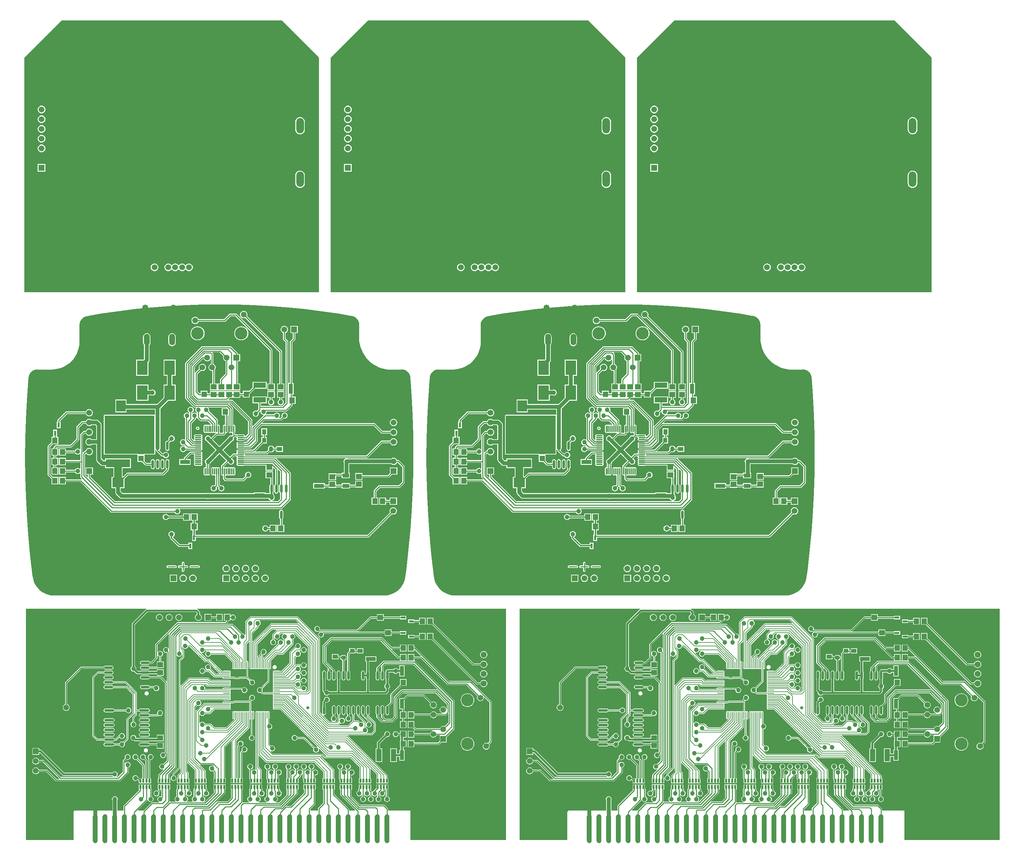
<source format=gtl>
%FSLAX42Y42*%
%MOMM*%
G71*
G01*
G75*
G04 Layer_Physical_Order=1*
G04 Layer_Color=255*
%ADD10C,0.20*%
%ADD11C,0.40*%
%ADD12O,1.27X7.62*%
%ADD13R,1.30X1.10*%
G04:AMPARAMS|DCode=14|XSize=1.3mm|YSize=1.1mm|CornerRadius=0mm|HoleSize=0mm|Usage=FLASHONLY|Rotation=360.000|XOffset=0mm|YOffset=0mm|HoleType=Round|Shape=Octagon|*
%AMOCTAGOND14*
4,1,8,0.65,-0.28,0.65,0.28,0.38,0.55,-0.38,0.55,-0.65,0.28,-0.65,-0.28,-0.38,-0.55,0.38,-0.55,0.65,-0.28,0.0*
%
%ADD14OCTAGOND14*%

%ADD15O,2.60X0.70*%
%ADD16R,1.40X3.30*%
%ADD17R,1.50X1.40*%
%ADD18R,1.40X1.50*%
%ADD19R,1.30X0.60*%
%ADD20R,1.40X1.10*%
%ADD21R,2.60X1.10*%
%ADD22R,1.10X2.60*%
%ADD23O,0.60X2.30*%
%ADD24O,2.30X0.70*%
%ADD25O,0.24X1.80*%
%ADD26O,1.80X0.24*%
%ADD27R,0.50X1.00*%
%ADD28C,0.50*%
%ADD29C,0.25*%
%ADD30C,1.00*%
%ADD31R,2.79X3.81*%
%ADD32R,2.50X3.00*%
%ADD33O,0.30X1.80*%
%ADD34O,1.80X0.30*%
%ADD35R,1.10X1.30*%
G04:AMPARAMS|DCode=36|XSize=1.3mm|YSize=1.1mm|CornerRadius=0mm|HoleSize=0mm|Usage=FLASHONLY|Rotation=90.000|XOffset=0mm|YOffset=0mm|HoleType=Round|Shape=Octagon|*
%AMOCTAGOND36*
4,1,8,0.28,0.65,-0.28,0.65,-0.55,0.38,-0.55,-0.38,-0.28,-0.65,0.28,-0.65,0.55,-0.38,0.55,0.38,0.28,0.65,0.0*
%
%ADD36OCTAGOND36*%

%ADD37O,0.60X2.20*%
%ADD38R,0.60X1.30*%
%ADD39R,6.30X2.15*%
%ADD40R,3.30X1.40*%
%ADD41R,3.00X2.50*%
%ADD42R,1.40X1.40*%
%ADD43R,1.10X1.40*%
%ADD44R,1.70X1.10*%
%ADD45C,0.25*%
%ADD46C,2.00*%
%ADD47C,0.30*%
%ADD48C,1.60*%
%ADD49C,5.00*%
%ADD50C,1.50*%
%ADD51R,1.50X1.50*%
%ADD52R,1.50X1.50*%
%ADD53C,3.25*%
%ADD54C,2.50*%
%ADD55C,1.20*%
%ADD56C,1.27*%
%ADD57O,1.50X3.00*%
%ADD58O,3.00X1.50*%
%ADD59C,2.00*%
%ADD60O,2.00X4.00*%
%ADD61C,4.50*%
G36*
X22734Y9726D02*
X22733Y9727D01*
Y10499D01*
X22150D01*
Y10542D01*
X22150Y10542D01*
X22148Y10553D01*
X22142Y10561D01*
X22142Y10561D01*
X22062Y10642D01*
X22053Y10648D01*
X22042Y10650D01*
X22042Y10650D01*
X21424D01*
X21196Y10878D01*
Y11052D01*
X21208D01*
Y11180D01*
X21130D01*
X21130Y11180D01*
X21128Y11180D01*
Y11180D01*
X21050D01*
X21050Y11180D01*
X21048Y11180D01*
Y11180D01*
X20970D01*
X20970Y11180D01*
X20968Y11180D01*
Y11180D01*
X20890D01*
Y11052D01*
X20902D01*
Y10914D01*
X20902Y10914D01*
X20904Y10903D01*
X20910Y10894D01*
X21293Y10511D01*
X21289Y10499D01*
X21134D01*
Y10528D01*
X21132Y10539D01*
X21126Y10547D01*
X21126Y10547D01*
X20746Y10928D01*
X20746Y11052D01*
X20758D01*
Y11180D01*
X20680D01*
X20680Y11180D01*
X20678Y11180D01*
Y11180D01*
X20600D01*
X20600Y11180D01*
X20598Y11180D01*
Y11180D01*
X20520D01*
X20520Y11180D01*
X20518Y11180D01*
Y11180D01*
X20440D01*
Y11052D01*
X20452D01*
Y10698D01*
X20326Y10571D01*
X20326Y10571D01*
X20320Y10563D01*
X20320Y10563D01*
X20320Y10563D01*
D01*
X20320Y10563D01*
X20320Y10563D01*
X20318Y10552D01*
X20318Y10552D01*
Y10499D01*
X20121D01*
Y10535D01*
X20238Y10652D01*
X20244Y10661D01*
X20246Y10671D01*
X20246Y10671D01*
Y11052D01*
X20258D01*
Y11180D01*
X20180D01*
X20180Y11180D01*
X20178Y11180D01*
Y11180D01*
X20100D01*
X20100Y11180D01*
X20098Y11180D01*
Y11180D01*
X20020D01*
X20020Y11180D01*
X20018Y11180D01*
Y11180D01*
X19940D01*
Y11052D01*
X19943D01*
X19952Y11043D01*
X19952Y10963D01*
X19608Y10618D01*
X19501D01*
X19497Y10630D01*
X19788Y10922D01*
X19794Y10931D01*
X19796Y10941D01*
X19796Y10941D01*
Y11052D01*
X19808D01*
Y11180D01*
X19730D01*
X19730Y11180D01*
X19728Y11180D01*
Y11180D01*
X19650D01*
X19650Y11180D01*
X19648Y11180D01*
Y11180D01*
X19570D01*
X19570Y11180D01*
X19568Y11180D01*
Y11180D01*
X19490D01*
Y11052D01*
X19502D01*
X19502Y10905D01*
X19309Y10712D01*
X19222D01*
X19219Y10725D01*
X19236Y10732D01*
X19252Y10743D01*
X19264Y10759D01*
X19271Y10777D01*
X19274Y10796D01*
X19271Y10816D01*
X19264Y10834D01*
X19252Y10849D01*
X19236Y10861D01*
X19226Y10865D01*
Y10900D01*
X19238Y10904D01*
X19246Y10893D01*
X19262Y10882D01*
X19280Y10874D01*
X19299Y10872D01*
X19318Y10874D01*
X19336Y10882D01*
X19352Y10893D01*
X19364Y10909D01*
X19371Y10927D01*
X19374Y10946D01*
X19371Y10966D01*
X19364Y10984D01*
X19352Y10999D01*
X19336Y11011D01*
X19326Y11015D01*
Y11046D01*
X19326Y11046D01*
X19324Y11057D01*
X19318Y11065D01*
X19318Y11065D01*
X19308Y11076D01*
Y11178D01*
X19230D01*
X19230Y11178D01*
X19228Y11178D01*
Y11178D01*
X19150D01*
X19150Y11178D01*
X19148Y11178D01*
Y11178D01*
X19070D01*
X19070Y11178D01*
X19068Y11178D01*
Y11178D01*
X18990D01*
Y11086D01*
X18980Y11075D01*
X18980Y11075D01*
X18974Y11067D01*
X18972Y11056D01*
Y10865D01*
X18962Y10861D01*
X18946Y10849D01*
X18934Y10834D01*
X18927Y10816D01*
X18924Y10796D01*
X18927Y10777D01*
X18934Y10759D01*
X18946Y10743D01*
X18962Y10732D01*
X18979Y10725D01*
X18976Y10712D01*
X18772D01*
X18769Y10725D01*
X18786Y10732D01*
X18802Y10743D01*
X18814Y10759D01*
X18821Y10777D01*
X18824Y10796D01*
X18821Y10816D01*
X18814Y10834D01*
X18802Y10849D01*
X18786Y10861D01*
X18776Y10865D01*
Y10900D01*
X18788Y10904D01*
X18796Y10893D01*
X18812Y10882D01*
X18830Y10874D01*
X18849Y10872D01*
X18868Y10874D01*
X18886Y10882D01*
X18902Y10893D01*
X18914Y10909D01*
X18921Y10927D01*
X18924Y10946D01*
X18921Y10966D01*
X18914Y10984D01*
X18902Y10999D01*
X18886Y11011D01*
X18876Y11015D01*
Y11046D01*
X18876Y11046D01*
X18874Y11057D01*
X18868Y11065D01*
X18868Y11065D01*
X18858Y11076D01*
Y11178D01*
X18780D01*
X18780Y11178D01*
X18778Y11178D01*
Y11178D01*
X18700D01*
X18700Y11178D01*
X18698Y11178D01*
Y11178D01*
X18620D01*
X18620Y11178D01*
X18618Y11178D01*
Y11178D01*
X18540D01*
Y11086D01*
X18530Y11075D01*
X18530Y11075D01*
X18524Y11067D01*
X18522Y11056D01*
X18522Y11056D01*
Y10865D01*
X18512Y10861D01*
X18496Y10849D01*
X18484Y10834D01*
X18477Y10816D01*
X18474Y10796D01*
X18477Y10777D01*
X18484Y10759D01*
X18496Y10743D01*
X18512Y10732D01*
X18529Y10725D01*
X18526Y10712D01*
X18362D01*
X18362Y10712D01*
X18356Y10711D01*
X18346Y10719D01*
Y11052D01*
X18358D01*
Y11180D01*
X18280D01*
X18280Y11180D01*
X18278Y11180D01*
Y11180D01*
X18200D01*
X18200Y11180D01*
X18198Y11180D01*
Y11180D01*
X18120D01*
X18120Y11180D01*
X18118Y11180D01*
Y11180D01*
X18040D01*
Y11052D01*
X18052D01*
Y10828D01*
X17958Y10733D01*
X17699D01*
X17699Y10733D01*
X17690Y10732D01*
X17684Y10743D01*
X17888Y10947D01*
X17894Y10956D01*
X17896Y10966D01*
X17896Y10966D01*
Y11052D01*
X17908D01*
Y11180D01*
X17830D01*
X17830Y11180D01*
X17828Y11180D01*
Y11180D01*
X17750D01*
X17750Y11180D01*
X17748Y11180D01*
Y11180D01*
X17670D01*
X17670Y11180D01*
X17668Y11180D01*
Y11180D01*
X17590D01*
Y11052D01*
X17602D01*
Y10968D01*
X17560Y10925D01*
X17560D01*
X17560Y10925D01*
X17560Y10925D01*
X17560D01*
X17362Y10727D01*
X17349Y10730D01*
X17346Y10739D01*
X17352Y10743D01*
X17364Y10759D01*
X17371Y10777D01*
X17374Y10796D01*
X17371Y10816D01*
X17364Y10834D01*
X17352Y10849D01*
X17336Y10861D01*
X17326Y10865D01*
Y10900D01*
X17338Y10904D01*
X17346Y10893D01*
X17362Y10882D01*
X17380Y10874D01*
X17399Y10872D01*
X17418Y10874D01*
X17436Y10882D01*
X17452Y10893D01*
X17464Y10909D01*
X17471Y10927D01*
X17474Y10946D01*
X17471Y10966D01*
X17464Y10984D01*
X17452Y10999D01*
X17436Y11011D01*
X17426Y11015D01*
Y11056D01*
X17426Y11056D01*
X17424Y11067D01*
X17418Y11075D01*
X17418Y11075D01*
X17408Y11086D01*
Y11178D01*
X17330D01*
X17330Y11178D01*
X17328Y11178D01*
Y11178D01*
X17250D01*
X17250Y11178D01*
X17248Y11178D01*
Y11178D01*
X17170D01*
X17170Y11178D01*
X17168Y11178D01*
Y11178D01*
X17090D01*
Y11086D01*
X17080Y11075D01*
X17080Y11075D01*
X17074Y11067D01*
X17072Y11056D01*
Y10865D01*
X17062Y10861D01*
X17046Y10849D01*
X17034Y10834D01*
X17027Y10816D01*
X17024Y10796D01*
X17027Y10777D01*
X17034Y10759D01*
X17046Y10743D01*
X17052Y10739D01*
X17048Y10727D01*
X16900D01*
X16896Y10739D01*
X16902Y10743D01*
X16914Y10759D01*
X16921Y10777D01*
X16924Y10796D01*
X16921Y10816D01*
X16914Y10834D01*
X16902Y10849D01*
X16886Y10861D01*
X16876Y10865D01*
Y10900D01*
X16888Y10904D01*
X16896Y10893D01*
X16912Y10882D01*
X16930Y10874D01*
X16949Y10872D01*
X16968Y10874D01*
X16986Y10882D01*
X17002Y10893D01*
X17014Y10909D01*
X17021Y10927D01*
X17024Y10946D01*
X17021Y10966D01*
X17014Y10984D01*
X17002Y10999D01*
X16986Y11011D01*
X16976Y11015D01*
Y11056D01*
X16976Y11056D01*
X16974Y11067D01*
X16968Y11075D01*
X16968Y11075D01*
X16958Y11086D01*
Y11178D01*
X16880D01*
X16880Y11178D01*
X16878Y11178D01*
Y11178D01*
X16800D01*
X16800Y11178D01*
X16798Y11178D01*
Y11178D01*
X16720D01*
X16720Y11178D01*
X16718Y11178D01*
Y11178D01*
X16640D01*
Y11076D01*
X16630Y11065D01*
X16630Y11065D01*
X16624Y11057D01*
X16622Y11046D01*
X16622Y11046D01*
Y10865D01*
X16612Y10861D01*
X16596Y10849D01*
X16584Y10834D01*
X16577Y10816D01*
X16574Y10796D01*
X16577Y10777D01*
X16584Y10759D01*
X16596Y10743D01*
X16602Y10739D01*
X16598Y10727D01*
X16491D01*
X16446Y10736D01*
X16446Y10736D01*
Y11052D01*
X16458D01*
Y11180D01*
X16380D01*
X16380Y11180D01*
X16378Y11180D01*
Y11180D01*
X16307D01*
X16307Y11180D01*
Y11180D01*
X16300Y11180D01*
X16298D01*
X16298Y11180D01*
X16298Y11180D01*
X16227D01*
X16227Y11180D01*
Y11180D01*
X16220Y11180D01*
X16218D01*
X16218Y11180D01*
X16218Y11180D01*
X16140D01*
Y11052D01*
X16152D01*
Y11038D01*
X16128Y11014D01*
X16118Y11018D01*
X16099Y11021D01*
X16080Y11018D01*
X16062Y11011D01*
X16046Y10999D01*
X16034Y10984D01*
X16027Y10966D01*
X16024Y10946D01*
X16027Y10927D01*
X16034Y10909D01*
X16046Y10893D01*
X16062Y10882D01*
X16080Y10874D01*
X16099Y10872D01*
X16118Y10874D01*
X16136Y10882D01*
X16152Y10893D01*
X16164Y10909D01*
X16171Y10927D01*
X16174Y10946D01*
X16171Y10966D01*
X16167Y10976D01*
X16198Y11007D01*
X16204Y11016D01*
X16206Y11026D01*
X16206Y11026D01*
Y11043D01*
X16215Y11052D01*
X16218D01*
X16218D01*
X16219D01*
X16220Y11052D01*
X16227Y11052D01*
X16227Y11052D01*
Y11052D01*
X16232D01*
Y10874D01*
X16221Y10867D01*
X16218Y10868D01*
X16199Y10871D01*
X16180Y10868D01*
X16162Y10861D01*
X16146Y10849D01*
X16134Y10834D01*
X16127Y10816D01*
X16124Y10796D01*
X16127Y10777D01*
X16134Y10759D01*
X16146Y10743D01*
X16162Y10732D01*
X16175Y10726D01*
X16173Y10713D01*
X15989D01*
X15989Y10713D01*
X15979Y10711D01*
X15970Y10705D01*
X15763Y10499D01*
X15617D01*
X15612Y10511D01*
X15858Y10757D01*
X15864Y10766D01*
X15866Y10776D01*
X15877Y10778D01*
X15877Y10777D01*
D01*
Y10777D01*
X15877Y10777D01*
X15884Y10759D01*
X15896Y10743D01*
X15912Y10732D01*
X15930Y10724D01*
X15949Y10722D01*
X15968Y10724D01*
X15986Y10732D01*
X16002Y10743D01*
X16014Y10759D01*
X16021Y10777D01*
X16024Y10796D01*
X16021Y10816D01*
X16014Y10834D01*
X16002Y10849D01*
X15986Y10861D01*
X15976Y10865D01*
Y11056D01*
X15976Y11056D01*
X15974Y11067D01*
X15968Y11075D01*
X15968Y11075D01*
X15958Y11086D01*
Y11178D01*
X15887D01*
X15887Y11178D01*
Y11178D01*
X15880Y11178D01*
X15878D01*
D01*
D01*
Y11178D01*
X15807D01*
X15807Y11178D01*
Y11178D01*
X15800Y11178D01*
X15798D01*
X15798Y11178D01*
X15798Y11178D01*
X15727D01*
X15727Y11178D01*
Y11178D01*
X15720Y11178D01*
X15718D01*
D01*
D01*
Y11178D01*
X15640D01*
Y11050D01*
X15652D01*
Y11038D01*
X15248Y10633D01*
X15248Y10633D01*
X15242Y10625D01*
X15242Y10625D01*
X15242Y10625D01*
D01*
X15242Y10625D01*
X15242Y10625D01*
X15240Y10614D01*
X15240Y10614D01*
Y10499D01*
X15078D01*
Y10760D01*
X15085Y10777D01*
X15088Y10796D01*
X15085Y10816D01*
X15078Y10834D01*
X15066Y10849D01*
X15050Y10861D01*
X15032Y10868D01*
X15013Y10871D01*
X14994Y10868D01*
X14976Y10861D01*
X14960Y10849D01*
X14948Y10834D01*
X14941Y10816D01*
X14938Y10796D01*
X14941Y10777D01*
X14948Y10760D01*
Y10499D01*
X13954D01*
X13954Y10498D01*
Y10480D01*
X13949D01*
X13938Y10475D01*
X13934Y10465D01*
Y9726D01*
X12689D01*
Y15776D01*
X15837D01*
X15838Y15764D01*
X15834Y15763D01*
X15821Y15754D01*
X15471Y15404D01*
X15462Y15391D01*
X15459Y15376D01*
Y14269D01*
X15446Y14259D01*
X15434Y14244D01*
X15427Y14226D01*
X15424Y14206D01*
X15427Y14187D01*
X15434Y14169D01*
X15446Y14153D01*
X15462Y14142D01*
X15480Y14134D01*
X15499Y14132D01*
X15515Y14134D01*
X15571Y14078D01*
X15584Y14069D01*
X15599Y14066D01*
X15600Y14066D01*
X15600Y14066D01*
X15600D01*
X15690D01*
X15700Y14060D01*
X15719Y14056D01*
X15879D01*
X15898Y14060D01*
X15908Y14066D01*
X16110D01*
Y14022D01*
X16288D01*
Y14190D01*
X16110D01*
Y14146D01*
X15908D01*
X15898Y14152D01*
X15879Y14156D01*
X15719D01*
X15700Y14152D01*
X15690Y14146D01*
X15616D01*
X15571Y14190D01*
X15574Y14206D01*
X15571Y14226D01*
X15564Y14244D01*
X15552Y14259D01*
X15539Y14269D01*
Y15360D01*
X15865Y15686D01*
X17133D01*
X17155Y15664D01*
Y15626D01*
X17150Y15624D01*
X17132Y15610D01*
X17117Y15591D01*
X17108Y15569D01*
X17105Y15546D01*
X17108Y15523D01*
X17117Y15501D01*
X17132Y15483D01*
X17150Y15469D01*
X17172Y15460D01*
X17195Y15456D01*
X17218Y15460D01*
X17240Y15469D01*
X17258Y15483D01*
X17273Y15501D01*
X17282Y15523D01*
X17285Y15546D01*
X17282Y15569D01*
X17273Y15591D01*
X17258Y15610D01*
X17240Y15624D01*
X17235Y15626D01*
Y15680D01*
X17232Y15695D01*
X17223Y15708D01*
X17177Y15754D01*
X17164Y15763D01*
X17160Y15764D01*
X17161Y15776D01*
X25229D01*
Y9726D01*
X22734D01*
D02*
G37*
%LPC*%
G36*
X16174Y13696D02*
X16171Y13716D01*
X16164Y13734D01*
X16152Y13749D01*
X16136Y13761D01*
X16118Y13768D01*
X16099Y13771D01*
X16080Y13768D01*
X16062Y13761D01*
X16046Y13749D01*
X15922D01*
X15914Y13760D01*
X15898Y13771D01*
X15879Y13775D01*
X15719D01*
X15700Y13771D01*
X15684Y13760D01*
X15673Y13744D01*
X15669Y13725D01*
X15673Y13706D01*
X15684Y13689D01*
X15700Y13679D01*
X15719Y13675D01*
X15879D01*
X15898Y13679D01*
X15914Y13689D01*
X15922Y13700D01*
X16021D01*
X16024Y13696D01*
X16027Y13677D01*
X16034Y13659D01*
X16046Y13643D01*
X16062Y13632D01*
X16080Y13624D01*
X16099Y13622D01*
X16118Y13624D01*
X16136Y13632D01*
X16152Y13643D01*
X16164Y13659D01*
X16171Y13677D01*
X16174Y13696D01*
D02*
G37*
G36*
X15879Y12071D02*
X15875Y12092D01*
X15863Y12110D01*
X15845Y12122D01*
X15824Y12126D01*
X15803Y12122D01*
X15785Y12110D01*
X15773Y12092D01*
X15769Y12071D01*
X15773Y12050D01*
X15785Y12032D01*
X15803Y12020D01*
X15824Y12016D01*
X15845Y12020D01*
X15863Y12032D01*
X15875Y12050D01*
X15879Y12071D01*
D02*
G37*
G36*
X16288Y12112D02*
Y12280D01*
X16110D01*
Y12254D01*
X15920D01*
X15914Y12262D01*
X15898Y12273D01*
X15879Y12277D01*
X15689D01*
X15670Y12273D01*
X15654Y12262D01*
X15643Y12246D01*
X15639Y12227D01*
X15643Y12208D01*
X15654Y12191D01*
X15670Y12181D01*
X15689Y12177D01*
X15879D01*
X15898Y12181D01*
X15914Y12191D01*
X15920Y12200D01*
X16110D01*
Y12112D01*
X16288D01*
D02*
G37*
G36*
X15929Y12608D02*
X15925Y12627D01*
X15914Y12643D01*
X15898Y12654D01*
X15879Y12658D01*
X15689D01*
X15670Y12654D01*
X15654Y12643D01*
X15643Y12627D01*
X15639Y12608D01*
X15643Y12589D01*
X15654Y12572D01*
X15670Y12562D01*
X15689Y12558D01*
X15879D01*
X15898Y12562D01*
X15914Y12572D01*
X15925Y12589D01*
X15929Y12608D01*
D02*
G37*
G36*
Y12481D02*
X15925Y12500D01*
X15914Y12516D01*
X15898Y12527D01*
X15879Y12531D01*
X15689D01*
X15670Y12527D01*
X15654Y12516D01*
X15643Y12500D01*
X15639Y12481D01*
X15643Y12462D01*
X15654Y12445D01*
X15670Y12435D01*
X15689Y12431D01*
X15879D01*
X15898Y12435D01*
X15914Y12445D01*
X15925Y12462D01*
X15929Y12481D01*
D02*
G37*
G36*
X15897Y13561D02*
X15892Y13582D01*
X15880Y13600D01*
X15863Y13612D01*
X15841Y13616D01*
X15820Y13612D01*
X15803Y13600D01*
X15791Y13582D01*
X15786Y13561D01*
X15791Y13540D01*
X15803Y13522D01*
X15820Y13510D01*
X15841Y13506D01*
X15863Y13510D01*
X15880Y13522D01*
X15892Y13540D01*
X15897Y13561D01*
D02*
G37*
G36*
X16777Y15546D02*
X16774Y15569D01*
X16765Y15591D01*
X16750Y15610D01*
X16732Y15624D01*
X16710Y15633D01*
X16687Y15636D01*
X16664Y15633D01*
X16642Y15624D01*
X16624Y15610D01*
X16609Y15591D01*
X16600Y15569D01*
X16597Y15546D01*
X16600Y15523D01*
X16609Y15501D01*
X16624Y15483D01*
X16642Y15469D01*
X16664Y15460D01*
X16687Y15456D01*
X16710Y15460D01*
X16732Y15469D01*
X16750Y15483D01*
X16765Y15501D01*
X16774Y15523D01*
X16777Y15546D01*
D02*
G37*
G36*
X17833Y15457D02*
Y15635D01*
X17665D01*
Y15573D01*
X17538D01*
Y15635D01*
X17360D01*
Y15457D01*
X17538D01*
Y15519D01*
X17665D01*
Y15457D01*
X17833D01*
D02*
G37*
G36*
X14979Y14233D02*
X14975Y14252D01*
X14964Y14268D01*
X14948Y14279D01*
X14929Y14283D01*
X14769D01*
X14750Y14279D01*
X14734Y14268D01*
X14728Y14260D01*
X14135D01*
X14135Y14260D01*
X14125Y14258D01*
X14116Y14252D01*
X13724Y13859D01*
X13724Y13859D01*
X13718Y13851D01*
X13716Y13840D01*
Y13277D01*
X13698Y13270D01*
X13680Y13256D01*
X13665Y13237D01*
X13656Y13215D01*
X13653Y13192D01*
X13656Y13169D01*
X13665Y13147D01*
X13680Y13129D01*
X13698Y13115D01*
X13720Y13106D01*
X13743Y13102D01*
X13766Y13106D01*
X13788Y13115D01*
X13806Y13129D01*
X13821Y13147D01*
X13830Y13169D01*
X13833Y13192D01*
X13830Y13215D01*
X13821Y13237D01*
X13806Y13256D01*
X13788Y13270D01*
X13770Y13277D01*
Y13829D01*
X14147Y14206D01*
X14728D01*
X14734Y14197D01*
X14750Y14187D01*
X14769Y14183D01*
X14929D01*
X14948Y14187D01*
X14964Y14197D01*
X14975Y14214D01*
X14979Y14233D01*
D02*
G37*
G36*
X16024Y11896D02*
X16021Y11916D01*
X16014Y11934D01*
X16002Y11949D01*
X15986Y11961D01*
X15968Y11968D01*
X15949Y11971D01*
X15930Y11968D01*
X15912Y11961D01*
X15896Y11949D01*
X15884Y11934D01*
X15877Y11916D01*
X15874Y11896D01*
X15877Y11877D01*
X15884Y11859D01*
X15892Y11849D01*
Y11349D01*
X15883Y11340D01*
X15880D01*
X15878D01*
D01*
Y11340D01*
X15866Y11340D01*
Y11806D01*
X15864Y11817D01*
X15858Y11825D01*
X15858Y11825D01*
X15817Y11867D01*
X15821Y11877D01*
X15824Y11896D01*
X15821Y11916D01*
X15814Y11934D01*
X15802Y11949D01*
X15786Y11961D01*
X15768Y11968D01*
X15749Y11971D01*
X15730Y11968D01*
X15712Y11961D01*
X15696Y11949D01*
X15684Y11934D01*
X15677Y11916D01*
X15674Y11896D01*
X15677Y11877D01*
X15684Y11859D01*
X15696Y11843D01*
X15712Y11832D01*
X15730Y11824D01*
X15749Y11822D01*
X15768Y11824D01*
X15778Y11828D01*
X15812Y11795D01*
Y11349D01*
X15803Y11340D01*
X15800D01*
X15798D01*
D01*
Y11340D01*
X15786Y11340D01*
Y11686D01*
X15784Y11697D01*
X15778Y11705D01*
X15778Y11705D01*
X15617Y11867D01*
X15621Y11877D01*
X15624Y11896D01*
X15621Y11916D01*
X15614Y11934D01*
X15602Y11949D01*
X15586Y11961D01*
X15568Y11968D01*
X15549Y11971D01*
X15530Y11968D01*
X15512Y11961D01*
X15496Y11949D01*
X15484Y11934D01*
X15477Y11916D01*
X15474Y11896D01*
X15477Y11877D01*
X15484Y11859D01*
X15496Y11843D01*
X15512Y11832D01*
X15530Y11824D01*
X15549Y11822D01*
X15568Y11824D01*
X15578Y11828D01*
X15732Y11675D01*
Y11349D01*
X15723Y11340D01*
X15720D01*
X15718D01*
X15718Y11340D01*
X15718Y11340D01*
X15653D01*
X15628Y11365D01*
X15619Y11371D01*
X15619Y11372D01*
X15614Y11384D01*
X15602Y11399D01*
X15586Y11411D01*
X15568Y11418D01*
X15549Y11421D01*
X15530Y11418D01*
X15512Y11411D01*
X15496Y11399D01*
X15484Y11384D01*
X15477Y11366D01*
X15474Y11346D01*
X15477Y11327D01*
X15484Y11309D01*
X15496Y11293D01*
X15512Y11282D01*
X15530Y11274D01*
X15549Y11272D01*
X15568Y11274D01*
X15586Y11282D01*
X15602Y11293D01*
X15605Y11298D01*
X15618Y11299D01*
X15640Y11277D01*
Y11212D01*
X15711D01*
X15711Y11212D01*
D01*
D01*
X15718Y11212D01*
X15718D01*
X15719D01*
X15720Y11212D01*
X15727Y11212D01*
X15727Y11212D01*
Y11212D01*
X15791D01*
X15791Y11212D01*
D01*
D01*
X15798Y11212D01*
X15798D01*
X15799D01*
X15800Y11212D01*
X15807Y11212D01*
X15807Y11212D01*
Y11212D01*
X15871D01*
X15871Y11212D01*
D01*
D01*
X15878Y11212D01*
X15878D01*
X15879D01*
X15880Y11212D01*
X15887Y11212D01*
X15887Y11212D01*
Y11212D01*
X15958D01*
Y11340D01*
X15946D01*
Y11819D01*
X15949Y11822D01*
X15968Y11824D01*
X15986Y11832D01*
X16002Y11843D01*
X16014Y11859D01*
X16021Y11877D01*
X16024Y11896D01*
D02*
G37*
G36*
X16269Y15546D02*
X16266Y15569D01*
X16257Y15591D01*
X16242Y15610D01*
X16224Y15624D01*
X16202Y15633D01*
X16179Y15636D01*
X16156Y15633D01*
X16134Y15624D01*
X16116Y15610D01*
X16101Y15591D01*
X16092Y15569D01*
X16089Y15546D01*
X16092Y15523D01*
X16101Y15501D01*
X16116Y15483D01*
X16134Y15469D01*
X16156Y15460D01*
X16179Y15456D01*
X16202Y15460D01*
X16224Y15469D01*
X16242Y15483D01*
X16257Y15501D01*
X16266Y15523D01*
X16269Y15546D01*
D02*
G37*
G36*
X16523D02*
X16520Y15569D01*
X16511Y15591D01*
X16496Y15610D01*
X16478Y15624D01*
X16456Y15633D01*
X16433Y15636D01*
X16410Y15633D01*
X16388Y15624D01*
X16370Y15610D01*
X16355Y15591D01*
X16346Y15569D01*
X16343Y15546D01*
X16346Y15523D01*
X16355Y15501D01*
X16370Y15483D01*
X16388Y15469D01*
X16410Y15460D01*
X16433Y15456D01*
X16456Y15460D01*
X16478Y15469D01*
X16496Y15483D01*
X16511Y15501D01*
X16520Y15523D01*
X16523Y15546D01*
D02*
G37*
G36*
X15929Y12735D02*
X15925Y12754D01*
X15914Y12770D01*
X15898Y12781D01*
X15879Y12785D01*
X15689D01*
X15670Y12781D01*
X15654Y12770D01*
X15643Y12754D01*
X15639Y12735D01*
X15643Y12716D01*
X15654Y12699D01*
X15670Y12689D01*
X15689Y12685D01*
X15879D01*
X15898Y12689D01*
X15914Y12699D01*
X15925Y12716D01*
X15929Y12735D01*
D02*
G37*
G36*
X15009D02*
X15005Y12754D01*
X14994Y12770D01*
X14978Y12781D01*
X14959Y12785D01*
X14769D01*
X14750Y12781D01*
X14734Y12770D01*
X14723Y12754D01*
X14719Y12735D01*
X14723Y12716D01*
X14734Y12699D01*
X14750Y12689D01*
X14769Y12685D01*
X14959D01*
X14978Y12689D01*
X14994Y12699D01*
X15005Y12716D01*
X15009Y12735D01*
D02*
G37*
G36*
Y12608D02*
X15005Y12627D01*
X14994Y12643D01*
X14978Y12654D01*
X14959Y12658D01*
X14769D01*
X14750Y12654D01*
X14734Y12643D01*
X14723Y12627D01*
X14719Y12608D01*
X14723Y12589D01*
X14734Y12572D01*
X14750Y12562D01*
X14769Y12558D01*
X14959D01*
X14978Y12562D01*
X14994Y12572D01*
X15005Y12589D01*
X15009Y12608D01*
D02*
G37*
G36*
Y12481D02*
X15005Y12500D01*
X14994Y12516D01*
X14978Y12527D01*
X14959Y12531D01*
X14769D01*
X14750Y12527D01*
X14734Y12516D01*
X14723Y12500D01*
X14719Y12481D01*
X14723Y12462D01*
X14734Y12445D01*
X14750Y12435D01*
X14769Y12431D01*
X14959D01*
X14978Y12435D01*
X14994Y12445D01*
X15005Y12462D01*
X15009Y12481D01*
D02*
G37*
G36*
X15274Y12446D02*
X15271Y12466D01*
X15264Y12484D01*
X15252Y12499D01*
X15236Y12511D01*
X15218Y12518D01*
X15199Y12521D01*
X15180Y12518D01*
X15162Y12511D01*
X15146Y12499D01*
X15134Y12484D01*
X15129Y12471D01*
X15129D01*
X15120Y12469D01*
X15112Y12464D01*
X15026Y12378D01*
X15002D01*
X14994Y12389D01*
X14978Y12400D01*
X14959Y12404D01*
X14769D01*
X14750Y12400D01*
X14734Y12389D01*
X14726Y12378D01*
X14559D01*
X14473Y12464D01*
Y13976D01*
X14579Y14081D01*
X14726D01*
X14734Y14070D01*
X14750Y14060D01*
X14769Y14056D01*
X14929D01*
X14948Y14060D01*
X14964Y14070D01*
X14975Y14087D01*
X14979Y14106D01*
X14975Y14125D01*
X14964Y14141D01*
X14948Y14152D01*
X14929Y14156D01*
X14769D01*
X14750Y14152D01*
X14734Y14141D01*
X14726Y14130D01*
X14568D01*
X14568Y14130D01*
Y14130D01*
X14559Y14128D01*
X14551Y14123D01*
X14432Y14004D01*
X14426Y13996D01*
X14425Y13986D01*
Y12454D01*
X14426Y12444D01*
X14432Y12436D01*
X14532Y12336D01*
X14540Y12331D01*
X14549Y12329D01*
X14549Y12329D01*
X14549Y12329D01*
X14549D01*
X14726D01*
X14734Y12318D01*
X14750Y12308D01*
X14769Y12304D01*
X14959D01*
X14978Y12308D01*
X14994Y12318D01*
X15002Y12329D01*
X15036D01*
X15046Y12331D01*
X15054Y12336D01*
X15128Y12410D01*
X15134Y12409D01*
X15146Y12393D01*
X15162Y12382D01*
X15180Y12374D01*
X15199Y12372D01*
X15218Y12374D01*
X15236Y12382D01*
X15252Y12393D01*
X15264Y12409D01*
X15271Y12427D01*
X15274Y12446D01*
D02*
G37*
G36*
X15444Y13116D02*
X15441Y13136D01*
X15434Y13154D01*
X15422Y13169D01*
X15406Y13181D01*
X15388Y13188D01*
X15369Y13191D01*
X15350Y13188D01*
X15332Y13181D01*
X15316Y13169D01*
X15304Y13154D01*
X15299Y13140D01*
X15002D01*
X14994Y13151D01*
X14978Y13162D01*
X14959Y13166D01*
X14769D01*
X14750Y13162D01*
X14734Y13151D01*
X14723Y13135D01*
X14719Y13116D01*
X14723Y13097D01*
X14734Y13080D01*
X14750Y13070D01*
X14769Y13066D01*
X14959D01*
X14978Y13070D01*
X14994Y13080D01*
X15002Y13091D01*
X15299D01*
X15304Y13079D01*
X15316Y13063D01*
X15332Y13052D01*
X15350Y13044D01*
X15369Y13042D01*
X15388Y13044D01*
X15406Y13052D01*
X15422Y13063D01*
X15434Y13079D01*
X15441Y13097D01*
X15444Y13116D01*
D02*
G37*
G36*
X15009Y12862D02*
X15005Y12881D01*
X14994Y12897D01*
X14978Y12908D01*
X14959Y12912D01*
X14769D01*
X14750Y12908D01*
X14734Y12897D01*
X14723Y12881D01*
X14719Y12862D01*
X14723Y12843D01*
X14734Y12826D01*
X14750Y12816D01*
X14769Y12812D01*
X14959D01*
X14978Y12816D01*
X14994Y12826D01*
X15005Y12843D01*
X15009Y12862D01*
D02*
G37*
G36*
X15929Y13116D02*
X15925Y13135D01*
X15914Y13151D01*
X15898Y13162D01*
X15879Y13166D01*
X15689D01*
X15670Y13162D01*
X15654Y13151D01*
X15646Y13140D01*
X15583D01*
Y13586D01*
X15582Y13596D01*
X15576Y13604D01*
X15311Y13869D01*
X15303Y13874D01*
X15293Y13876D01*
X14972D01*
X14964Y13887D01*
X14948Y13898D01*
X14929Y13902D01*
X14769D01*
X14750Y13898D01*
X14734Y13887D01*
X14723Y13871D01*
X14719Y13852D01*
X14723Y13833D01*
X14734Y13816D01*
X14750Y13806D01*
X14769Y13802D01*
X14929D01*
X14948Y13806D01*
X14964Y13816D01*
X14972Y13827D01*
X15283D01*
X15535Y13576D01*
Y13555D01*
X15522Y13554D01*
X15522Y13556D01*
X15516Y13564D01*
X15338Y13742D01*
X15330Y13747D01*
X15320Y13749D01*
X14972D01*
X14964Y13760D01*
X14948Y13771D01*
X14929Y13775D01*
X14769D01*
X14750Y13771D01*
X14734Y13760D01*
X14723Y13744D01*
X14719Y13725D01*
X14723Y13706D01*
X14734Y13689D01*
X14750Y13679D01*
X14769Y13675D01*
X14929D01*
X14948Y13679D01*
X14964Y13689D01*
X14972Y13700D01*
X15310D01*
X15475Y13536D01*
Y13056D01*
X15322Y12904D01*
X15316Y12896D01*
X15315Y12886D01*
Y12377D01*
X15231Y12294D01*
X15218Y12299D01*
X15199Y12301D01*
X15180Y12299D01*
X15162Y12291D01*
X15146Y12280D01*
X15134Y12264D01*
X15129Y12251D01*
X15002D01*
X14994Y12262D01*
X14978Y12273D01*
X14959Y12277D01*
X14769D01*
X14750Y12273D01*
X14734Y12262D01*
X14723Y12246D01*
X14719Y12227D01*
X14723Y12208D01*
X14734Y12191D01*
X14750Y12181D01*
X14769Y12177D01*
X14959D01*
X14978Y12181D01*
X14994Y12191D01*
X15002Y12202D01*
X15129D01*
X15134Y12189D01*
X15146Y12174D01*
X15162Y12162D01*
X15180Y12155D01*
X15199Y12152D01*
X15218Y12155D01*
X15236Y12162D01*
X15252Y12174D01*
X15264Y12189D01*
X15271Y12207D01*
X15274Y12227D01*
X15271Y12246D01*
X15266Y12259D01*
X15356Y12349D01*
X15362Y12357D01*
X15363Y12367D01*
Y12876D01*
X15516Y13029D01*
X15522Y13037D01*
X15522Y13038D01*
X15535Y13037D01*
Y13006D01*
X15482Y12954D01*
X15476Y12946D01*
X15475Y12936D01*
Y12816D01*
X15462Y12811D01*
X15446Y12799D01*
X15434Y12784D01*
X15427Y12766D01*
X15424Y12746D01*
X15427Y12727D01*
X15434Y12709D01*
X15446Y12693D01*
X15462Y12682D01*
X15480Y12674D01*
X15499Y12672D01*
X15518Y12674D01*
X15536Y12682D01*
X15552Y12693D01*
X15564Y12709D01*
X15571Y12727D01*
X15574Y12746D01*
X15571Y12766D01*
X15564Y12784D01*
X15552Y12799D01*
X15536Y12811D01*
X15523Y12816D01*
Y12926D01*
X15576Y12979D01*
X15582Y12987D01*
X15583Y12996D01*
Y13091D01*
X15646D01*
X15654Y13080D01*
X15670Y13070D01*
X15689Y13066D01*
X15879D01*
X15898Y13070D01*
X15914Y13080D01*
X15925Y13097D01*
X15929Y13116D01*
D02*
G37*
G36*
X16269Y13046D02*
X16267Y13066D01*
X16259Y13084D01*
X16247Y13099D01*
X16232Y13111D01*
X16214Y13118D01*
X16195Y13121D01*
X16175Y13118D01*
X16157Y13111D01*
X16142Y13099D01*
X16130Y13084D01*
X16123Y13066D01*
X16120Y13046D01*
X16123Y13027D01*
X16124Y13024D01*
X16117Y13013D01*
X15922D01*
X15914Y13024D01*
X15898Y13035D01*
X15879Y13039D01*
X15689D01*
X15670Y13035D01*
X15654Y13024D01*
X15643Y13008D01*
X15639Y12989D01*
X15643Y12970D01*
X15654Y12953D01*
X15670Y12943D01*
X15689Y12939D01*
X15879D01*
X15898Y12943D01*
X15914Y12953D01*
X15922Y12964D01*
X16137D01*
X16137Y12964D01*
X16137Y12964D01*
X16147Y12966D01*
X16149Y12968D01*
X16149Y12968D01*
X16154Y12971D01*
X16154D01*
X16154Y12971D01*
X16162Y12979D01*
X16175Y12974D01*
X16195Y12972D01*
X16214Y12974D01*
X16232Y12982D01*
X16247Y12993D01*
X16259Y13009D01*
X16267Y13027D01*
X16269Y13046D01*
D02*
G37*
G36*
X15929Y12862D02*
X15925Y12881D01*
X15914Y12897D01*
X15898Y12908D01*
X15879Y12912D01*
X15689D01*
X15670Y12908D01*
X15654Y12897D01*
X15643Y12881D01*
X15639Y12862D01*
X15643Y12843D01*
X15654Y12826D01*
X15670Y12816D01*
X15689Y12812D01*
X15879D01*
X15898Y12816D01*
X15914Y12826D01*
X15925Y12843D01*
X15929Y12862D01*
D02*
G37*
G36*
X14979Y13979D02*
X14975Y13998D01*
X14964Y14014D01*
X14948Y14025D01*
X14929Y14029D01*
X14769D01*
X14750Y14025D01*
X14734Y14014D01*
X14723Y13998D01*
X14719Y13979D01*
X14723Y13960D01*
X14734Y13943D01*
X14750Y13933D01*
X14769Y13929D01*
X14929D01*
X14948Y13933D01*
X14964Y13943D01*
X14975Y13960D01*
X14979Y13979D01*
D02*
G37*
G36*
X15424Y11696D02*
X15421Y11716D01*
X15414Y11734D01*
X15402Y11749D01*
X15386Y11761D01*
X15368Y11768D01*
X15349Y11771D01*
X15330Y11768D01*
X15312Y11761D01*
X15296Y11749D01*
X15289Y11740D01*
X15277Y11744D01*
Y11786D01*
X15320Y11828D01*
X15330Y11824D01*
X15349Y11822D01*
X15368Y11824D01*
X15386Y11832D01*
X15402Y11843D01*
X15414Y11859D01*
X15421Y11877D01*
X15424Y11896D01*
X15421Y11916D01*
X15414Y11934D01*
X15402Y11949D01*
X15386Y11961D01*
X15368Y11968D01*
X15349Y11971D01*
X15330Y11968D01*
X15312Y11961D01*
X15296Y11949D01*
X15284Y11934D01*
X15277Y11916D01*
X15274Y11896D01*
X15277Y11877D01*
X15281Y11867D01*
X15231Y11816D01*
X15231Y11816D01*
X15225Y11808D01*
X15223Y11797D01*
Y11508D01*
X15090Y11375D01*
X15062D01*
X15058Y11387D01*
X15066Y11393D01*
X15078Y11409D01*
X15085Y11427D01*
X15088Y11446D01*
X15085Y11466D01*
X15078Y11484D01*
X15066Y11499D01*
X15050Y11511D01*
X15032Y11518D01*
X15013Y11521D01*
X14994Y11518D01*
X14976Y11511D01*
X14960Y11499D01*
X14950Y11486D01*
X13690D01*
X13102Y12074D01*
X13089Y12083D01*
X13074Y12086D01*
X13038D01*
Y12135D01*
X12860D01*
Y11957D01*
X13038D01*
Y12006D01*
X13058D01*
X13646Y11418D01*
X13659Y11410D01*
X13661Y11409D01*
X13674Y11406D01*
X14950D01*
X14960Y11393D01*
X14968Y11387D01*
X14964Y11375D01*
X13601D01*
X13165Y11811D01*
X13156Y11817D01*
X13145Y11819D01*
X13145Y11819D01*
X13034D01*
X13027Y11837D01*
X13012Y11856D01*
X12994Y11870D01*
X12972Y11879D01*
X12949Y11882D01*
X12926Y11879D01*
X12904Y11870D01*
X12886Y11856D01*
X12871Y11837D01*
X12862Y11815D01*
X12859Y11792D01*
X12862Y11769D01*
X12871Y11747D01*
X12886Y11729D01*
X12904Y11715D01*
X12926Y11706D01*
X12949Y11702D01*
X12972Y11706D01*
X12994Y11715D01*
X13012Y11729D01*
X13027Y11747D01*
X13034Y11765D01*
X13134D01*
X13564Y11335D01*
X13559Y11323D01*
X13490D01*
X13256Y11557D01*
X13247Y11563D01*
X13237Y11565D01*
X13237Y11565D01*
X13034D01*
X13027Y11583D01*
X13012Y11602D01*
X12994Y11616D01*
X12972Y11625D01*
X12949Y11628D01*
X12926Y11625D01*
X12904Y11616D01*
X12886Y11602D01*
X12871Y11583D01*
X12862Y11561D01*
X12859Y11538D01*
X12862Y11515D01*
X12871Y11493D01*
X12886Y11475D01*
X12904Y11461D01*
X12926Y11452D01*
X12949Y11448D01*
X12972Y11452D01*
X12994Y11461D01*
X13012Y11475D01*
X13027Y11493D01*
X13034Y11511D01*
X13226D01*
X13460Y11277D01*
X13460Y11277D01*
X13469Y11271D01*
X13479Y11269D01*
X15149D01*
X15159Y11271D01*
X15168Y11277D01*
X15168Y11277D01*
X15368Y11477D01*
X15374Y11486D01*
X15376Y11496D01*
X15376Y11496D01*
Y11627D01*
X15386Y11632D01*
X15402Y11643D01*
X15414Y11659D01*
X15421Y11677D01*
X15424Y11696D01*
D02*
G37*
G36*
X16288Y12312D02*
Y12480D01*
X16110D01*
Y12394D01*
X15908D01*
X15898Y12400D01*
X15879Y12404D01*
X15689D01*
X15670Y12400D01*
X15660Y12394D01*
X15576D01*
X15572Y12398D01*
X15570Y12417D01*
X15562Y12435D01*
X15550Y12450D01*
X15535Y12462D01*
X15517Y12470D01*
X15498Y12472D01*
X15478Y12470D01*
X15460Y12462D01*
X15445Y12450D01*
X15433Y12435D01*
X15425Y12417D01*
X15423Y12398D01*
X15425Y12378D01*
X15433Y12360D01*
X15445Y12345D01*
X15460Y12333D01*
X15478Y12326D01*
X15498Y12323D01*
X15514Y12325D01*
X15522Y12320D01*
X15526Y12317D01*
X15541Y12314D01*
X15660D01*
X15670Y12308D01*
X15689Y12304D01*
X15879D01*
X15898Y12308D01*
X15908Y12314D01*
X16110D01*
Y12312D01*
X16288D01*
D02*
G37*
G36*
X19374Y11496D02*
X19371Y11516D01*
X19364Y11534D01*
X19352Y11549D01*
X19336Y11561D01*
X19318Y11568D01*
X19299Y11571D01*
X19280Y11568D01*
X19262Y11561D01*
X19246Y11549D01*
X19238Y11539D01*
X19226Y11543D01*
Y11577D01*
X19236Y11582D01*
X19252Y11593D01*
X19264Y11609D01*
X19271Y11627D01*
X19274Y11646D01*
X19271Y11666D01*
X19264Y11684D01*
X19252Y11699D01*
X19236Y11711D01*
X19218Y11718D01*
X19199Y11721D01*
X19180Y11718D01*
X19162Y11711D01*
X19146Y11699D01*
X19134Y11684D01*
X19127Y11666D01*
X19124Y11646D01*
X19127Y11627D01*
X19134Y11609D01*
X19146Y11593D01*
X19162Y11582D01*
X19172Y11577D01*
Y11543D01*
X19160Y11539D01*
X19152Y11549D01*
X19136Y11561D01*
X19118Y11568D01*
X19099Y11571D01*
X19080Y11568D01*
X19062Y11561D01*
X19046Y11549D01*
X19038Y11539D01*
X19026Y11543D01*
Y11577D01*
X19036Y11582D01*
X19052Y11593D01*
X19064Y11609D01*
X19071Y11627D01*
X19074Y11646D01*
X19071Y11666D01*
X19064Y11684D01*
X19052Y11699D01*
X19036Y11711D01*
X19018Y11718D01*
X18999Y11721D01*
X18980Y11718D01*
X18962Y11711D01*
X18946Y11699D01*
X18934Y11684D01*
X18927Y11666D01*
X18924Y11646D01*
X18927Y11627D01*
X18934Y11609D01*
X18946Y11593D01*
X18962Y11582D01*
X18972Y11577D01*
Y11336D01*
X18972Y11336D01*
X18974Y11326D01*
X18980Y11317D01*
X18990Y11307D01*
Y11212D01*
X19068D01*
D01*
X19068D01*
X19068Y11212D01*
X19070D01*
Y11212D01*
X19148D01*
D01*
X19148D01*
X19148Y11212D01*
X19150D01*
Y11212D01*
X19228D01*
D01*
X19228D01*
X19228Y11212D01*
X19230D01*
Y11212D01*
X19308D01*
Y11340D01*
X19296D01*
Y11419D01*
X19299Y11422D01*
X19318Y11424D01*
X19336Y11432D01*
X19352Y11443D01*
X19364Y11459D01*
X19371Y11477D01*
X19374Y11496D01*
D02*
G37*
G36*
X23133Y15357D02*
Y15535D01*
X22965D01*
Y15473D01*
X22833D01*
Y15490D01*
X22675D01*
Y15402D01*
X22833D01*
Y15419D01*
X22965D01*
Y15357D01*
X23133D01*
D02*
G37*
G36*
Y14957D02*
Y15135D01*
X22965D01*
Y15073D01*
X22833D01*
Y15090D01*
X22675D01*
Y15002D01*
X22833D01*
Y15019D01*
X22965D01*
Y14957D01*
X23133D01*
D02*
G37*
G36*
X24744Y14319D02*
X24741Y14344D01*
X24731Y14367D01*
X24716Y14386D01*
X24696Y14401D01*
X24674Y14411D01*
X24649Y14414D01*
X24624Y14411D01*
X24602Y14401D01*
X24582Y14386D01*
X24567Y14367D01*
X24559Y14346D01*
X24387D01*
X23333Y15401D01*
Y15535D01*
X23165D01*
Y15357D01*
X23299D01*
X24357Y14300D01*
X24357Y14300D01*
X24366Y14294D01*
X24376Y14292D01*
X24376Y14292D01*
X24559D01*
X24567Y14272D01*
X24582Y14252D01*
X24602Y14237D01*
X24624Y14228D01*
X24649Y14224D01*
X24674Y14228D01*
X24696Y14237D01*
X24716Y14252D01*
X24731Y14272D01*
X24741Y14295D01*
X24744Y14319D01*
D02*
G37*
G36*
X22633Y12157D02*
Y12335D01*
X22554D01*
Y12407D01*
X22633D01*
Y12585D01*
X22465D01*
Y12523D01*
X22418D01*
X22414Y12534D01*
X22402Y12549D01*
X22386Y12561D01*
X22368Y12568D01*
X22349Y12571D01*
X22330Y12568D01*
X22312Y12561D01*
X22296Y12549D01*
X22284Y12534D01*
X22277Y12516D01*
X22274Y12496D01*
X22277Y12477D01*
X22284Y12459D01*
X22296Y12443D01*
X22312Y12432D01*
X22330Y12424D01*
X22349Y12422D01*
X22368Y12424D01*
X22386Y12432D01*
X22402Y12443D01*
X22414Y12459D01*
X22418Y12469D01*
X22465D01*
Y12407D01*
X22474D01*
Y12335D01*
X22465D01*
Y12157D01*
X22474D01*
Y12090D01*
X22445D01*
Y11986D01*
X22373D01*
Y12125D01*
X22205D01*
Y11767D01*
X22373D01*
Y11906D01*
X22445D01*
Y11802D01*
X22583D01*
Y12090D01*
X22554D01*
Y12157D01*
X22633D01*
D02*
G37*
G36*
Y13757D02*
Y13935D01*
X22465D01*
Y13791D01*
X22220Y13545D01*
X22220Y13545D01*
X22214Y13537D01*
X22214Y13537D01*
X22214Y13537D01*
D01*
X22214Y13537D01*
X22214Y13537D01*
X22212Y13526D01*
X22212Y13526D01*
Y13329D01*
X22132Y13249D01*
X22128Y13250D01*
X22111Y13246D01*
X22097Y13237D01*
X22087Y13222D01*
X22083Y13205D01*
Y13035D01*
X22087Y13018D01*
X22097Y13003D01*
X22111Y12994D01*
X22128Y12990D01*
X22145Y12994D01*
X22160Y13003D01*
X22170Y13018D01*
X22173Y13035D01*
Y13205D01*
X22172Y13212D01*
X22258Y13298D01*
X22264Y13307D01*
X22266Y13317D01*
X22266Y13317D01*
Y13515D01*
X22508Y13757D01*
X22633D01*
D02*
G37*
G36*
X22158Y11212D02*
Y11340D01*
X22152D01*
X22143Y11349D01*
X22143Y11406D01*
X22142Y11415D01*
X22136Y11423D01*
X21739Y11820D01*
X21099Y12460D01*
X21104Y12472D01*
X21729D01*
X21738Y12474D01*
X21746Y12479D01*
X21816Y12549D01*
X21822Y12557D01*
X21823Y12566D01*
Y12786D01*
X21822Y12796D01*
X21816Y12804D01*
X21645Y12975D01*
Y12998D01*
X21652Y13003D01*
X21662Y13018D01*
X21665Y13035D01*
Y13205D01*
X21662Y13222D01*
X21652Y13237D01*
X21637Y13246D01*
X21620Y13250D01*
X21603Y13246D01*
X21589Y13237D01*
X21579Y13222D01*
X21575Y13205D01*
Y13035D01*
X21579Y13018D01*
X21589Y13003D01*
X21596Y12998D01*
Y12965D01*
X21598Y12956D01*
X21603Y12948D01*
X21775Y12776D01*
Y12576D01*
X21719Y12521D01*
X21595D01*
X21591Y12533D01*
X21602Y12541D01*
X21614Y12557D01*
X21621Y12575D01*
X21624Y12594D01*
X21621Y12613D01*
X21614Y12631D01*
X21602Y12647D01*
X21586Y12659D01*
X21573Y12664D01*
Y12703D01*
X21585Y12707D01*
X21596Y12693D01*
X21612Y12682D01*
X21630Y12674D01*
X21649Y12672D01*
X21668Y12674D01*
X21686Y12682D01*
X21702Y12693D01*
X21714Y12709D01*
X21721Y12727D01*
X21724Y12746D01*
X21721Y12766D01*
X21714Y12784D01*
X21702Y12799D01*
X21686Y12811D01*
X21673Y12816D01*
Y12836D01*
X21672Y12846D01*
X21666Y12854D01*
X21524Y12996D01*
X21525Y13003D01*
X21535Y13018D01*
X21538Y13035D01*
Y13205D01*
X21535Y13222D01*
X21525Y13237D01*
X21510Y13246D01*
X21493Y13250D01*
X21476Y13246D01*
X21462Y13237D01*
X21452Y13222D01*
X21448Y13205D01*
Y13035D01*
X21452Y13018D01*
X21462Y13003D01*
X21469Y12998D01*
Y12992D01*
X21471Y12983D01*
X21476Y12975D01*
X21623Y12827D01*
X21621Y12815D01*
X21612Y12811D01*
X21596Y12799D01*
X21585Y12785D01*
X21573Y12789D01*
Y12806D01*
X21572Y12816D01*
X21566Y12824D01*
X21397Y12993D01*
X21398Y13003D01*
X21408Y13018D01*
X21411Y13035D01*
Y13205D01*
X21408Y13222D01*
X21398Y13237D01*
X21383Y13246D01*
X21366Y13250D01*
X21349Y13246D01*
X21335Y13237D01*
X21325Y13222D01*
X21321Y13205D01*
Y13035D01*
X21325Y13018D01*
X21335Y13003D01*
X21342Y12998D01*
Y12989D01*
X21344Y12980D01*
X21349Y12972D01*
X21523Y12798D01*
X21520Y12785D01*
X21513Y12783D01*
X21502Y12797D01*
X21486Y12809D01*
X21468Y12816D01*
X21449Y12819D01*
X21430Y12816D01*
X21418Y12811D01*
X21386Y12844D01*
X21378Y12849D01*
X21369Y12851D01*
X21264D01*
Y12998D01*
X21271Y13003D01*
X21281Y13018D01*
X21284Y13035D01*
Y13205D01*
X21281Y13222D01*
X21271Y13237D01*
X21256Y13246D01*
X21239Y13250D01*
X21222Y13246D01*
X21208Y13237D01*
X21198Y13222D01*
X21194Y13205D01*
Y13035D01*
X21198Y13018D01*
X21208Y13003D01*
X21215Y12998D01*
Y12837D01*
X21099Y12721D01*
X20875D01*
X20870Y12732D01*
X20917Y12779D01*
X20930Y12774D01*
X20949Y12772D01*
X20968Y12774D01*
X20986Y12782D01*
X21002Y12793D01*
X21014Y12809D01*
X21021Y12827D01*
X21024Y12846D01*
X21021Y12866D01*
X21014Y12884D01*
X21002Y12899D01*
X20986Y12911D01*
X20968Y12918D01*
X20949Y12921D01*
X20930Y12918D01*
X20912Y12911D01*
X20896Y12899D01*
X20895Y12897D01*
X20883Y12901D01*
Y12998D01*
X20890Y13003D01*
X20900Y13018D01*
X20903Y13035D01*
Y13205D01*
X20900Y13222D01*
X20890Y13237D01*
X20875Y13246D01*
X20858Y13250D01*
X20841Y13246D01*
X20827Y13237D01*
X20817Y13222D01*
X20813Y13205D01*
Y13035D01*
X20817Y13018D01*
X20827Y13003D01*
X20834Y12998D01*
Y12856D01*
X20834D01*
X20831Y12840D01*
X20822Y12828D01*
X20809Y12819D01*
X20794Y12816D01*
Y12816D01*
X20758D01*
X20756Y12829D01*
X20769Y12834D01*
X20784Y12846D01*
X20796Y12861D01*
X20803Y12879D01*
X20806Y12899D01*
X20803Y12918D01*
X20796Y12936D01*
X20784Y12951D01*
X20769Y12963D01*
X20759Y12967D01*
Y13000D01*
X20763Y13003D01*
X20773Y13018D01*
X20776Y13035D01*
Y13205D01*
X20773Y13222D01*
X20763Y13237D01*
X20748Y13246D01*
X20731Y13250D01*
X20714Y13246D01*
X20700Y13237D01*
X20690Y13222D01*
X20686Y13205D01*
Y13035D01*
X20690Y13018D01*
X20700Y13003D01*
X20704Y13000D01*
Y12967D01*
X20694Y12963D01*
X20679Y12951D01*
X20667Y12936D01*
X20659Y12918D01*
X20657Y12899D01*
X20659Y12879D01*
X20667Y12861D01*
X20679Y12846D01*
X20694Y12834D01*
X20707Y12829D01*
X20704Y12816D01*
X20624D01*
X20604Y12836D01*
X20458Y12982D01*
X20464Y12993D01*
X20477Y12990D01*
X20494Y12994D01*
X20509Y13003D01*
X20519Y13018D01*
X20522Y13035D01*
Y13205D01*
X20519Y13222D01*
X20517Y13225D01*
Y13308D01*
X20533Y13324D01*
X20549Y13322D01*
X20568Y13324D01*
X20586Y13332D01*
X20602Y13343D01*
X20614Y13359D01*
X20621Y13377D01*
X20624Y13396D01*
X20621Y13416D01*
X20614Y13434D01*
X20602Y13449D01*
X20586Y13461D01*
X20568Y13468D01*
X20549Y13471D01*
X20530Y13468D01*
X20512Y13461D01*
X20496Y13449D01*
X20484Y13434D01*
X20477Y13416D01*
X20474Y13396D01*
X20477Y13380D01*
X20449Y13353D01*
X20441Y13340D01*
X20440Y13337D01*
X20438Y13325D01*
Y13225D01*
X20436Y13222D01*
X20432Y13205D01*
Y13035D01*
X20435Y13022D01*
X20424Y13016D01*
X20370Y13069D01*
Y14986D01*
X20369Y14996D01*
X20363Y15004D01*
X19807Y15560D01*
X19799Y15565D01*
X19790Y15567D01*
X18559D01*
X18559D01*
X18559D01*
X18554Y15566D01*
X18550Y15565D01*
X18550Y15565D01*
X18550D01*
X18546Y15563D01*
X18542Y15560D01*
X18542Y15560D01*
X18428Y15446D01*
X18426Y15443D01*
X18423Y15438D01*
X18421Y15428D01*
Y15094D01*
X18409Y15090D01*
X18402Y15099D01*
X18386Y15111D01*
X18368Y15118D01*
X18354Y15120D01*
X18108Y15365D01*
X18100Y15371D01*
X18089Y15373D01*
X18089Y15373D01*
X17941D01*
X17936Y15385D01*
X17968Y15417D01*
X17974Y15426D01*
X17976Y15436D01*
X17976Y15436D01*
Y15457D01*
X18033D01*
Y15491D01*
X18045Y15495D01*
X18046Y15493D01*
X18062Y15482D01*
X18080Y15474D01*
X18099Y15472D01*
X18118Y15474D01*
X18136Y15482D01*
X18152Y15493D01*
X18164Y15509D01*
X18171Y15527D01*
X18174Y15546D01*
X18171Y15566D01*
X18164Y15584D01*
X18152Y15599D01*
X18136Y15611D01*
X18118Y15618D01*
X18099Y15621D01*
X18080Y15618D01*
X18062Y15611D01*
X18046Y15599D01*
X18045Y15597D01*
X18033Y15602D01*
Y15635D01*
X17865D01*
Y15457D01*
X17915D01*
X17920Y15446D01*
X17898Y15423D01*
X16655D01*
X16655Y15423D01*
X16644Y15421D01*
X16636Y15415D01*
X16080Y14860D01*
X16080Y14860D01*
X16074Y14851D01*
X16072Y14840D01*
Y14498D01*
X15961Y14387D01*
X15920D01*
X15914Y14395D01*
X15898Y14406D01*
X15879Y14410D01*
X15719D01*
X15700Y14406D01*
X15684Y14395D01*
X15673Y14379D01*
X15669Y14360D01*
X15673Y14341D01*
X15684Y14324D01*
X15700Y14314D01*
X15719Y14310D01*
X15879D01*
X15898Y14314D01*
X15914Y14324D01*
X15920Y14333D01*
X15972D01*
X15983Y14335D01*
X15992Y14340D01*
X15992Y14340D01*
X16118Y14467D01*
X16124Y14476D01*
X16126Y14486D01*
X16126Y14486D01*
Y14550D01*
X16138Y14554D01*
X16146Y14543D01*
X16162Y14532D01*
X16175Y14526D01*
Y14390D01*
X16110D01*
Y14257D01*
X15922D01*
X15914Y14268D01*
X15898Y14279D01*
X15879Y14283D01*
X15719D01*
X15700Y14279D01*
X15684Y14268D01*
X15673Y14252D01*
X15669Y14233D01*
X15673Y14214D01*
X15684Y14197D01*
X15700Y14187D01*
X15719Y14183D01*
X15879D01*
X15898Y14187D01*
X15914Y14197D01*
X15922Y14208D01*
X16122D01*
X16122Y14208D01*
X16122Y14208D01*
X16132Y14210D01*
X16134Y14212D01*
X16134Y14212D01*
X16139Y14215D01*
X16139D01*
X16139Y14215D01*
X16146Y14222D01*
X16288D01*
Y14390D01*
X16223D01*
Y14526D01*
X16236Y14532D01*
X16252Y14543D01*
X16264Y14559D01*
X16271Y14577D01*
X16274Y14596D01*
X16271Y14616D01*
X16264Y14634D01*
X16252Y14649D01*
X16236Y14661D01*
X16218Y14668D01*
X16199Y14671D01*
X16180Y14668D01*
X16162Y14661D01*
X16146Y14649D01*
X16138Y14639D01*
X16126Y14643D01*
Y14829D01*
X16413Y15116D01*
X16426Y15113D01*
X16426Y15113D01*
Y14739D01*
X16416Y14734D01*
X16414Y14734D01*
X16402Y14749D01*
X16386Y14761D01*
X16368Y14768D01*
X16349Y14771D01*
X16330Y14768D01*
X16312Y14761D01*
X16296Y14749D01*
X16284Y14734D01*
X16277Y14716D01*
X16274Y14696D01*
X16277Y14677D01*
X16284Y14659D01*
X16296Y14643D01*
X16312Y14632D01*
X16330Y14624D01*
X16349Y14622D01*
X16368Y14624D01*
X16372Y14622D01*
Y13879D01*
X16360Y13874D01*
X16236Y13998D01*
X16227Y14004D01*
X16216Y14006D01*
X16216Y14006D01*
X15920D01*
X15914Y14014D01*
X15898Y14025D01*
X15879Y14029D01*
X15719D01*
X15700Y14025D01*
X15684Y14014D01*
X15673Y13998D01*
X15669Y13979D01*
X15673Y13960D01*
X15684Y13943D01*
X15700Y13933D01*
X15719Y13929D01*
X15879D01*
X15898Y13933D01*
X15914Y13943D01*
X15920Y13952D01*
X16205D01*
X16322Y13835D01*
Y12033D01*
X16303Y12014D01*
X16293Y12018D01*
X16274Y12021D01*
X16255Y12018D01*
X16237Y12011D01*
X16221Y11999D01*
X16209Y11984D01*
X16202Y11966D01*
X16199Y11946D01*
X16202Y11927D01*
X16209Y11909D01*
X16221Y11893D01*
X16237Y11882D01*
X16255Y11874D01*
X16274Y11872D01*
X16293Y11874D01*
X16311Y11882D01*
X16327Y11893D01*
X16339Y11909D01*
X16346Y11927D01*
X16349Y11946D01*
X16346Y11966D01*
X16342Y11976D01*
X16368Y12002D01*
X16368Y12002D01*
X16372Y12001D01*
Y11808D01*
X16278Y11714D01*
X16268Y11718D01*
X16249Y11721D01*
X16230Y11718D01*
X16212Y11711D01*
X16196Y11699D01*
X16184Y11684D01*
X16177Y11666D01*
X16174Y11646D01*
X16177Y11627D01*
X16184Y11609D01*
X16196Y11593D01*
X16212Y11582D01*
X16230Y11574D01*
X16249Y11572D01*
X16268Y11574D01*
X16273Y11576D01*
X16280Y11565D01*
X16160Y11445D01*
X16160Y11445D01*
X16154Y11437D01*
X16154Y11437D01*
X16154Y11437D01*
D01*
X16154Y11437D01*
X16154Y11437D01*
X16152Y11426D01*
X16152Y11426D01*
Y11343D01*
X16140D01*
Y11215D01*
X16218D01*
D01*
X16218D01*
X16218Y11215D01*
X16220D01*
Y11215D01*
X16298D01*
D01*
X16298D01*
X16298Y11215D01*
X16300D01*
Y11215D01*
X16378D01*
D01*
X16378D01*
X16378Y11215D01*
X16380D01*
Y11215D01*
X16458D01*
Y11343D01*
X16446D01*
Y11430D01*
X16618Y11602D01*
X16624Y11611D01*
X16626Y11621D01*
X16626Y11621D01*
Y14543D01*
X16638Y14547D01*
X16641Y14543D01*
X16657Y14532D01*
X16675Y14524D01*
X16694Y14522D01*
X16713Y14524D01*
X16731Y14532D01*
X16747Y14543D01*
X16759Y14559D01*
X16766Y14577D01*
X16769Y14596D01*
X16775Y14590D01*
Y14521D01*
X16692Y14439D01*
X16686Y14431D01*
X16685Y14421D01*
Y11636D01*
X16532Y11484D01*
X16526Y11476D01*
X16525Y11466D01*
Y11416D01*
X16512Y11411D01*
X16496Y11399D01*
X16484Y11384D01*
X16477Y11366D01*
X16474Y11346D01*
X16477Y11327D01*
X16484Y11309D01*
X16496Y11293D01*
X16512Y11282D01*
X16530Y11274D01*
X16549Y11272D01*
X16568Y11274D01*
X16586Y11282D01*
X16602Y11293D01*
X16614Y11309D01*
X16621Y11327D01*
X16624Y11346D01*
X16621Y11366D01*
X16614Y11384D01*
X16602Y11399D01*
X16586Y11411D01*
X16573Y11416D01*
Y11456D01*
X16726Y11609D01*
X16730Y11608D01*
Y11506D01*
X16662Y11439D01*
D01*
Y11439D01*
X16662Y11439D01*
X16662Y11439D01*
Y11439D01*
D01*
Y11439D01*
X16662Y11439D01*
X16662D01*
X16662Y11439D01*
X16662D01*
X16656Y11431D01*
X16655Y11421D01*
Y11340D01*
X16640D01*
Y11212D01*
X16718D01*
D01*
X16718D01*
X16718Y11212D01*
X16720D01*
Y11212D01*
X16798D01*
D01*
X16798D01*
X16798Y11212D01*
X16800D01*
Y11212D01*
X16878D01*
D01*
X16878D01*
X16878Y11212D01*
X16880D01*
Y11212D01*
X16958D01*
Y11340D01*
X16943D01*
Y11476D01*
X16942Y11486D01*
X16936Y11494D01*
X16903Y11526D01*
Y11741D01*
X16915Y11745D01*
X17105Y11556D01*
Y11340D01*
X17090D01*
Y11212D01*
X17168D01*
D01*
X17168D01*
X17168Y11212D01*
X17170D01*
Y11212D01*
X17248D01*
D01*
X17248D01*
X17248Y11212D01*
X17250D01*
Y11212D01*
X17328D01*
D01*
X17328D01*
X17328Y11212D01*
X17330D01*
Y11212D01*
X17408D01*
Y11340D01*
X17393D01*
Y11526D01*
X17392Y11536D01*
X17386Y11544D01*
X17242Y11688D01*
X17248Y11699D01*
X17249Y11699D01*
X17568D01*
X17602Y11665D01*
X17593Y11656D01*
X17586Y11661D01*
X17568Y11668D01*
X17549Y11671D01*
X17530Y11668D01*
X17512Y11661D01*
X17496Y11649D01*
X17484Y11634D01*
X17477Y11616D01*
X17474Y11596D01*
X17477Y11577D01*
X17484Y11559D01*
X17496Y11543D01*
X17512Y11532D01*
X17530Y11524D01*
X17549Y11522D01*
X17568Y11524D01*
X17578Y11528D01*
X17602Y11505D01*
Y11343D01*
X17590D01*
Y11215D01*
X17661D01*
X17661Y11215D01*
D01*
D01*
X17668Y11215D01*
X17668D01*
X17669D01*
X17670Y11215D01*
X17677Y11215D01*
X17677Y11215D01*
Y11215D01*
X17748D01*
D01*
X17748D01*
X17748Y11215D01*
X17750D01*
Y11215D01*
X17828D01*
D01*
X17828D01*
X17828Y11215D01*
X17830D01*
Y11215D01*
X17908D01*
Y11343D01*
X17893D01*
Y12156D01*
X18054Y12317D01*
X18055Y12316D01*
Y11343D01*
X18040D01*
Y11215D01*
X18118D01*
D01*
X18118D01*
X18118Y11215D01*
X18120D01*
Y11215D01*
X18191D01*
X18191Y11215D01*
D01*
D01*
X18198Y11215D01*
X18198D01*
X18199D01*
X18200Y11215D01*
X18207Y11215D01*
X18207Y11215D01*
Y11215D01*
X18271D01*
X18271Y11215D01*
D01*
D01*
X18278Y11215D01*
X18278D01*
X18279D01*
X18280Y11215D01*
X18287Y11215D01*
X18287Y11215D01*
Y11215D01*
X18358D01*
Y11343D01*
X18346D01*
Y12005D01*
X18370Y12028D01*
X18380Y12024D01*
X18399Y12022D01*
X18418Y12024D01*
X18436Y12032D01*
X18452Y12043D01*
X18464Y12059D01*
X18471Y12077D01*
X18474Y12096D01*
X18471Y12116D01*
X18464Y12134D01*
X18452Y12149D01*
X18436Y12161D01*
X18418Y12168D01*
X18399Y12171D01*
X18380Y12168D01*
X18362Y12161D01*
X18346Y12149D01*
X18334Y12134D01*
X18327Y12116D01*
X18324Y12096D01*
X18327Y12077D01*
X18331Y12067D01*
X18300Y12035D01*
X18300Y12035D01*
X18294Y12027D01*
X18292Y12016D01*
Y11352D01*
X18283Y11343D01*
X18280D01*
X18278D01*
D01*
Y11343D01*
X18266Y11343D01*
Y12168D01*
X18277Y12175D01*
X18280Y12174D01*
X18299Y12172D01*
X18318Y12174D01*
X18336Y12182D01*
X18352Y12193D01*
X18364Y12209D01*
X18371Y12227D01*
X18374Y12246D01*
X18371Y12266D01*
X18364Y12284D01*
X18352Y12299D01*
X18336Y12311D01*
X18318Y12318D01*
X18299Y12321D01*
X18280Y12318D01*
X18262Y12311D01*
X18246Y12299D01*
X18234Y12284D01*
X18227Y12266D01*
X18224Y12246D01*
X18227Y12227D01*
X18231Y12217D01*
X18220Y12205D01*
X18214Y12197D01*
X18212Y12186D01*
X18212Y12186D01*
Y11352D01*
X18203Y11343D01*
X18200D01*
X18198D01*
D01*
D01*
Y11343D01*
X18183D01*
Y12316D01*
X18526Y12659D01*
X18532Y12667D01*
X18533Y12676D01*
Y12880D01*
X18543Y12888D01*
X18549Y12887D01*
X18559Y12889D01*
X18565Y12886D01*
Y12466D01*
X18552Y12461D01*
X18536Y12449D01*
X18524Y12434D01*
X18517Y12416D01*
X18514Y12396D01*
X18517Y12377D01*
X18524Y12359D01*
X18536Y12343D01*
X18552Y12332D01*
X18570Y12324D01*
X18589Y12322D01*
X18608Y12324D01*
X18626Y12332D01*
X18642Y12343D01*
X18654Y12359D01*
X18661Y12377D01*
X18664Y12396D01*
X18661Y12416D01*
X18654Y12434D01*
X18642Y12449D01*
X18626Y12461D01*
X18613Y12466D01*
Y12880D01*
X18623Y12888D01*
X18629Y12887D01*
X18639Y12889D01*
X18648Y12895D01*
X18653Y12903D01*
X18656Y12913D01*
Y13069D01*
X18653Y13079D01*
X18648Y13088D01*
X18639Y13094D01*
X18629Y13096D01*
X18619Y13094D01*
X18610Y13088D01*
X18608D01*
X18599Y13094D01*
X18589Y13096D01*
X18583Y13095D01*
X18573Y13103D01*
Y13365D01*
X18583Y13374D01*
X18599Y13372D01*
X18618Y13374D01*
X18636Y13382D01*
X18652Y13393D01*
X18664Y13409D01*
X18671Y13427D01*
X18674Y13446D01*
X18671Y13466D01*
X18664Y13484D01*
X18652Y13499D01*
X18636Y13511D01*
X18618Y13518D01*
X18599Y13521D01*
X18580Y13518D01*
X18562Y13511D01*
X18546Y13499D01*
X18534Y13484D01*
X18527Y13466D01*
X18524Y13446D01*
X18527Y13427D01*
X18532Y13414D01*
X18532Y13414D01*
X18488Y13370D01*
X18138D01*
X18138Y13370D01*
Y13370D01*
X18129Y13368D01*
X18121Y13363D01*
X18109Y13351D01*
X18022D01*
X18022Y13351D01*
X18012Y13353D01*
X17856D01*
X17846Y13351D01*
X17837Y13345D01*
X17832Y13336D01*
X17829Y13326D01*
X17831Y13321D01*
X17823Y13311D01*
X17345D01*
X17335Y13309D01*
X17327Y13304D01*
X17142Y13118D01*
X17130Y13123D01*
Y13199D01*
X17170Y13238D01*
X17180Y13234D01*
X17199Y13232D01*
X17218Y13234D01*
X17236Y13242D01*
X17252Y13253D01*
X17264Y13269D01*
X17271Y13287D01*
X17274Y13306D01*
X17271Y13326D01*
X17264Y13344D01*
X17252Y13359D01*
X17238Y13370D01*
X17242Y13382D01*
X17846D01*
X17846Y13382D01*
X17856Y13380D01*
X18012D01*
X18022Y13382D01*
X18031Y13387D01*
X18036Y13396D01*
X18039Y13406D01*
X18036Y13416D01*
X18031Y13425D01*
Y13427D01*
X18036Y13436D01*
X18039Y13446D01*
X18036Y13456D01*
X18031Y13465D01*
Y13467D01*
X18036Y13476D01*
X18039Y13486D01*
X18036Y13496D01*
X18031Y13505D01*
Y13507D01*
X18036Y13516D01*
X18039Y13526D01*
X18036Y13536D01*
X18031Y13545D01*
Y13547D01*
X18036Y13556D01*
X18039Y13566D01*
X18036Y13576D01*
X18031Y13585D01*
Y13588D01*
X18036Y13596D01*
X18039Y13606D01*
X18036Y13616D01*
X18031Y13625D01*
Y13628D01*
X18036Y13636D01*
X18039Y13646D01*
X18037Y13652D01*
X18045Y13662D01*
X18317D01*
X18325Y13652D01*
X18324Y13646D01*
X18327Y13627D01*
X18334Y13609D01*
X18346Y13593D01*
X18362Y13582D01*
X18380Y13574D01*
X18399Y13572D01*
X18418Y13574D01*
X18436Y13582D01*
X18452Y13593D01*
X18464Y13609D01*
X18471Y13627D01*
X18474Y13646D01*
X18471Y13666D01*
X18464Y13684D01*
X18452Y13699D01*
X18436Y13711D01*
X18418Y13718D01*
X18399Y13721D01*
X18380Y13718D01*
X18362Y13711D01*
X18361Y13710D01*
X18359Y13711D01*
X18022D01*
X18022Y13711D01*
X18012Y13713D01*
X17856D01*
X17846Y13711D01*
X17837Y13705D01*
X17832Y13696D01*
X17829Y13686D01*
X17831Y13681D01*
X17823Y13671D01*
X17380D01*
X17372Y13680D01*
X17374Y13696D01*
X17371Y13716D01*
X17364Y13734D01*
X17352Y13749D01*
X17338Y13760D01*
X17342Y13772D01*
X17379D01*
X17402Y13749D01*
X17410Y13744D01*
X17419Y13742D01*
X17419Y13742D01*
X17419Y13742D01*
X17419D01*
X17846D01*
X17846Y13742D01*
X17856Y13740D01*
X18012D01*
X18022Y13742D01*
X18031Y13748D01*
X18036Y13756D01*
X18039Y13766D01*
X18036Y13776D01*
X18031Y13785D01*
Y13788D01*
X18036Y13796D01*
X18039Y13806D01*
X18036Y13816D01*
X18031Y13825D01*
Y13828D01*
X18036Y13836D01*
X18039Y13846D01*
X18036Y13856D01*
X18031Y13865D01*
Y13868D01*
X18036Y13876D01*
X18039Y13886D01*
X18036Y13896D01*
X18031Y13905D01*
X18022Y13911D01*
X18012Y13913D01*
X17856D01*
X17846Y13911D01*
X17846Y13911D01*
X17529D01*
X17476Y13964D01*
X17468Y13969D01*
X17459Y13971D01*
X16949D01*
X16949Y13971D01*
Y13971D01*
X16940Y13969D01*
X16932Y13964D01*
X16745Y13777D01*
X16733Y13782D01*
Y14411D01*
X16816Y14494D01*
X16822Y14502D01*
X16823Y14511D01*
Y14676D01*
X16822Y14686D01*
X16816Y14694D01*
X16763Y14746D01*
Y14782D01*
X16776Y14783D01*
X16777Y14777D01*
X16784Y14759D01*
X16796Y14743D01*
X16812Y14732D01*
X16830Y14724D01*
X16849Y14722D01*
X16868Y14724D01*
X16886Y14732D01*
X16902Y14743D01*
X16914Y14759D01*
X16919Y14772D01*
X16979D01*
X17372Y14379D01*
X17380Y14374D01*
X17389Y14372D01*
X17389Y14372D01*
X17389Y14372D01*
X17389D01*
X17449D01*
X17738Y14082D01*
X17733Y14071D01*
X17659D01*
X17516Y14214D01*
X17521Y14227D01*
X17524Y14246D01*
X17521Y14266D01*
X17514Y14284D01*
X17502Y14299D01*
X17486Y14311D01*
X17468Y14318D01*
X17449Y14321D01*
X17430Y14318D01*
X17412Y14311D01*
X17396Y14299D01*
X17384Y14284D01*
X17377Y14266D01*
X17374Y14246D01*
X17377Y14227D01*
X17384Y14209D01*
X17396Y14193D01*
X17410Y14183D01*
X17406Y14171D01*
X17369D01*
X17364Y14184D01*
X17352Y14199D01*
X17336Y14211D01*
X17318Y14218D01*
X17299Y14221D01*
X17280Y14218D01*
X17262Y14211D01*
X17246Y14199D01*
X17234Y14184D01*
X17227Y14166D01*
X17224Y14146D01*
X17227Y14127D01*
X17234Y14109D01*
X17246Y14093D01*
X17262Y14082D01*
X17280Y14074D01*
X17299Y14072D01*
X17318Y14074D01*
X17336Y14082D01*
X17352Y14093D01*
X17364Y14109D01*
X17369Y14122D01*
X17469D01*
X17602Y13989D01*
X17610Y13984D01*
X17619Y13982D01*
X17823D01*
X17831Y13972D01*
X17829Y13966D01*
X17832Y13956D01*
X17837Y13948D01*
X17846Y13942D01*
X17856Y13940D01*
X18012D01*
X18022Y13942D01*
X18022Y13942D01*
X18142D01*
X18143Y13940D01*
X18151Y13935D01*
X18160Y13933D01*
X18160Y13933D01*
X18160Y13933D01*
X18160D01*
X18243D01*
X18243Y13933D01*
X18243Y13933D01*
X18253Y13935D01*
X18255Y13937D01*
X18255Y13937D01*
X18261Y13940D01*
X18261D01*
X18261Y13940D01*
X18262Y13942D01*
X18469D01*
X18532Y13878D01*
X18527Y13866D01*
X18524Y13846D01*
X18527Y13827D01*
X18534Y13809D01*
X18546Y13793D01*
X18562Y13782D01*
X18580Y13774D01*
X18599Y13772D01*
X18618Y13774D01*
X18636Y13782D01*
X18652Y13793D01*
X18664Y13809D01*
X18671Y13827D01*
X18674Y13846D01*
X18671Y13866D01*
X18664Y13884D01*
X18652Y13899D01*
X18636Y13911D01*
X18618Y13918D01*
X18599Y13921D01*
X18580Y13918D01*
X18567Y13913D01*
X18496Y13984D01*
X18493Y13986D01*
Y14213D01*
X18493Y14213D01*
X18496Y14223D01*
Y14379D01*
X18493Y14389D01*
X18488Y14398D01*
X18479Y14404D01*
X18469Y14406D01*
X18463Y14405D01*
X18453Y14413D01*
Y14846D01*
X18513Y14905D01*
X18525Y14901D01*
Y14389D01*
X18525Y14389D01*
X18522Y14379D01*
Y14223D01*
X18525Y14213D01*
X18530Y14205D01*
X18539Y14199D01*
X18549Y14197D01*
X18559Y14199D01*
X18568Y14205D01*
X18570D01*
X18579Y14199D01*
X18589Y14197D01*
X18599Y14199D01*
X18608Y14205D01*
X18610D01*
X18619Y14199D01*
X18629Y14197D01*
X18639Y14199D01*
X18648Y14205D01*
X18650D01*
X18659Y14199D01*
X18669Y14197D01*
X18679Y14199D01*
X18688Y14205D01*
X18690D01*
X18699Y14199D01*
X18709Y14197D01*
X18719Y14199D01*
X18728Y14205D01*
X18730D01*
X18739Y14199D01*
X18749Y14197D01*
X18759Y14199D01*
X18768Y14205D01*
X18770D01*
X18779Y14199D01*
X18789Y14197D01*
X18799Y14199D01*
X18808Y14205D01*
X18810D01*
X18819Y14199D01*
X18829Y14197D01*
X18839Y14199D01*
X18848Y14205D01*
X18850D01*
X18859Y14199D01*
X18869Y14197D01*
X18879Y14199D01*
X18888Y14205D01*
X18890D01*
X18899Y14199D01*
X18909Y14197D01*
X18919Y14199D01*
X18928Y14205D01*
X18930D01*
X18939Y14199D01*
X18949Y14197D01*
X18959Y14199D01*
X18968Y14205D01*
X18970D01*
X18979Y14199D01*
X18989Y14197D01*
X18999Y14199D01*
X19005Y14196D01*
Y13886D01*
X18831Y13713D01*
X18818Y13718D01*
X18799Y13721D01*
X18780Y13718D01*
X18762Y13711D01*
X18746Y13699D01*
X18734Y13684D01*
X18727Y13666D01*
X18724Y13646D01*
X18727Y13627D01*
X18734Y13609D01*
X18746Y13593D01*
X18762Y13582D01*
X18780Y13574D01*
X18799Y13572D01*
X18818Y13574D01*
X18831Y13579D01*
X18862Y13549D01*
X18862Y13549D01*
X18862Y13549D01*
X18870Y13544D01*
X18879Y13542D01*
X19133D01*
X19141Y13532D01*
X19139Y13526D01*
X19142Y13516D01*
X19147Y13507D01*
Y13505D01*
X19142Y13496D01*
X19139Y13486D01*
X19142Y13476D01*
X19147Y13467D01*
Y13465D01*
X19142Y13456D01*
X19139Y13446D01*
X19142Y13436D01*
X19147Y13427D01*
Y13425D01*
X19142Y13416D01*
X19139Y13406D01*
X19142Y13396D01*
X19147Y13387D01*
Y13385D01*
X19142Y13376D01*
X19139Y13366D01*
X19142Y13356D01*
X19147Y13347D01*
Y13345D01*
X19142Y13336D01*
X19139Y13326D01*
X19142Y13316D01*
X19147Y13307D01*
Y13305D01*
X19142Y13296D01*
X19139Y13286D01*
X19142Y13276D01*
X19147Y13267D01*
Y13265D01*
X19142Y13256D01*
X19139Y13246D01*
X19142Y13236D01*
X19147Y13227D01*
Y13225D01*
X19142Y13216D01*
X19139Y13206D01*
X19142Y13196D01*
X19147Y13187D01*
Y13185D01*
X19142Y13176D01*
X19139Y13166D01*
X19142Y13156D01*
X19147Y13147D01*
X19156Y13142D01*
X19166Y13140D01*
X19322D01*
X19330Y13141D01*
X20308Y12164D01*
X20301Y12153D01*
X20288Y12158D01*
X20269Y12161D01*
X20250Y12158D01*
X20237Y12153D01*
X20020Y12370D01*
X20020Y12370D01*
X19994Y12392D01*
X19964Y12408D01*
X19931Y12418D01*
X19896Y12421D01*
Y12421D01*
X19779D01*
X19774Y12434D01*
X19762Y12449D01*
X19746Y12461D01*
X19728Y12468D01*
X19709Y12471D01*
X19690Y12468D01*
X19672Y12461D01*
X19656Y12449D01*
X19644Y12434D01*
X19637Y12416D01*
X19634Y12396D01*
X19637Y12377D01*
X19644Y12359D01*
X19656Y12343D01*
X19672Y12332D01*
X19690Y12324D01*
X19709Y12322D01*
X19728Y12324D01*
X19746Y12332D01*
X19762Y12343D01*
X19774Y12359D01*
X19779Y12372D01*
X19896D01*
X19897Y12372D01*
X19929Y12368D01*
X19960Y12355D01*
X19985Y12336D01*
X19986Y12335D01*
X19986Y12335D01*
X19986Y12335D01*
X20202Y12118D01*
X20197Y12106D01*
X20194Y12086D01*
X20197Y12067D01*
X20204Y12049D01*
X20216Y12033D01*
X20232Y12022D01*
X20250Y12014D01*
X20269Y12012D01*
X20288Y12014D01*
X20306Y12022D01*
X20322Y12033D01*
X20334Y12049D01*
X20341Y12067D01*
X20344Y12086D01*
X20341Y12106D01*
X20336Y12118D01*
X20346Y12125D01*
X20539Y11932D01*
X20534Y11921D01*
X20507D01*
X20451Y11976D01*
X20443Y11981D01*
X20434Y11983D01*
X19147D01*
X19087Y12043D01*
X19094Y12054D01*
X19105Y12049D01*
X19124Y12047D01*
X19143Y12049D01*
X19161Y12057D01*
X19177Y12068D01*
X19189Y12084D01*
X19196Y12102D01*
X19199Y12121D01*
X19196Y12141D01*
X19189Y12159D01*
X19177Y12174D01*
X19161Y12186D01*
X19143Y12193D01*
X19124Y12196D01*
X19105Y12193D01*
X19092Y12188D01*
X19053Y12226D01*
X19053Y12622D01*
X19068Y12624D01*
X19086Y12632D01*
X19102Y12643D01*
X19114Y12659D01*
X19121Y12677D01*
X19124Y12696D01*
X19121Y12716D01*
X19114Y12734D01*
X19102Y12749D01*
X19086Y12761D01*
X19068Y12768D01*
X19053Y12770D01*
X19053Y12903D01*
X19053Y12903D01*
X19056Y12913D01*
Y13069D01*
X19053Y13079D01*
X19048Y13088D01*
X19039Y13094D01*
X19029Y13096D01*
X19019Y13094D01*
X19010Y13088D01*
X19008D01*
X18999Y13094D01*
X18989Y13096D01*
X18979Y13094D01*
X18970Y13088D01*
X18968D01*
X18959Y13094D01*
X18949Y13096D01*
X18939Y13094D01*
X18930Y13088D01*
X18928D01*
X18919Y13094D01*
X18909Y13096D01*
X18899Y13094D01*
X18890Y13088D01*
X18888D01*
X18879Y13094D01*
X18869Y13096D01*
X18859Y13094D01*
X18850Y13088D01*
X18848D01*
X18839Y13094D01*
X18829Y13096D01*
X18819Y13094D01*
X18810Y13088D01*
X18808D01*
X18799Y13094D01*
X18789Y13096D01*
X18779Y13094D01*
X18770Y13088D01*
X18768D01*
X18759Y13094D01*
X18749Y13096D01*
X18739Y13094D01*
X18730Y13088D01*
X18728D01*
X18719Y13094D01*
X18709Y13096D01*
X18699Y13094D01*
X18690Y13088D01*
X18685Y13079D01*
X18682Y13069D01*
Y12913D01*
X18685Y12903D01*
X18685Y12903D01*
Y11591D01*
X18686Y11582D01*
X18692Y11574D01*
X18697Y11569D01*
X18689Y11559D01*
X18686Y11561D01*
X18668Y11568D01*
X18649Y11571D01*
X18630Y11568D01*
X18612Y11561D01*
X18596Y11549D01*
X18588Y11539D01*
X18576Y11543D01*
Y11577D01*
X18586Y11582D01*
X18602Y11593D01*
X18614Y11609D01*
X18621Y11627D01*
X18624Y11646D01*
X18621Y11666D01*
X18614Y11684D01*
X18602Y11699D01*
X18586Y11711D01*
X18568Y11718D01*
X18549Y11721D01*
X18530Y11718D01*
X18512Y11711D01*
X18496Y11699D01*
X18484Y11684D01*
X18477Y11666D01*
X18474Y11646D01*
X18477Y11627D01*
X18484Y11609D01*
X18496Y11593D01*
X18512Y11582D01*
X18522Y11577D01*
Y11336D01*
X18522Y11336D01*
X18524Y11326D01*
X18530Y11317D01*
X18540Y11307D01*
Y11212D01*
X18618D01*
D01*
X18618D01*
X18618Y11212D01*
X18620D01*
Y11212D01*
X18698D01*
D01*
X18698D01*
X18698Y11212D01*
X18700D01*
Y11212D01*
X18778D01*
D01*
X18778D01*
X18778Y11212D01*
X18780D01*
Y11212D01*
X18858D01*
Y11340D01*
X18843D01*
Y11561D01*
X18842Y11571D01*
X18836Y11579D01*
X18773Y11641D01*
Y11928D01*
X18785Y11933D01*
X18957Y11761D01*
X18965Y11756D01*
X18974Y11754D01*
X18974Y11754D01*
X18974Y11754D01*
X18974D01*
X20216D01*
X20455Y11516D01*
Y11343D01*
X20440D01*
Y11215D01*
X20518D01*
D01*
X20518D01*
X20518Y11215D01*
X20520D01*
Y11215D01*
X20598D01*
D01*
X20598D01*
X20598Y11215D01*
X20600D01*
Y11215D01*
X20678D01*
D01*
X20678D01*
X20678Y11215D01*
X20680D01*
Y11215D01*
X20758D01*
Y11343D01*
X20743D01*
Y11561D01*
X20742Y11571D01*
X20736Y11579D01*
X20392Y11923D01*
X20397Y11934D01*
X20424D01*
X20479Y11879D01*
X20487Y11874D01*
X20496Y11872D01*
X20496Y11872D01*
X20496Y11872D01*
X20496D01*
X21169D01*
X21405Y11636D01*
X21405Y11349D01*
X21396Y11340D01*
X21390D01*
Y11212D01*
X21468D01*
D01*
X21468D01*
X21468Y11212D01*
X21470D01*
Y11212D01*
X21548D01*
D01*
X21548D01*
X21548Y11212D01*
X21550D01*
Y11212D01*
X21628D01*
D01*
X21628D01*
X21628Y11212D01*
X21630D01*
Y11212D01*
X21708D01*
Y11340D01*
X21693D01*
Y11587D01*
X21705Y11592D01*
X21855Y11443D01*
Y11340D01*
X21840D01*
Y11212D01*
X21918D01*
D01*
X21918D01*
X21918Y11212D01*
X21920D01*
Y11212D01*
X21998D01*
D01*
X21998D01*
X21998Y11212D01*
X22000D01*
Y11212D01*
X22078D01*
D01*
X22078D01*
X22078Y11212D01*
X22080D01*
Y11212D01*
X22158D01*
D02*
G37*
G36*
X22198Y10796D02*
X22195Y10816D01*
X22188Y10834D01*
X22176Y10849D01*
X22160Y10861D01*
X22146Y10867D01*
Y11050D01*
X22158D01*
Y11178D01*
X22087D01*
X22087Y11178D01*
Y11178D01*
X22080Y11178D01*
X22078D01*
X22078Y11178D01*
X22078Y11178D01*
X22000D01*
X22000Y11178D01*
X21998Y11178D01*
Y11178D01*
X21920D01*
X21920Y11178D01*
X21918Y11178D01*
Y11178D01*
X21840D01*
Y11086D01*
X21780Y11025D01*
X21774Y11017D01*
X21774Y11016D01*
X21762Y11011D01*
X21746Y10999D01*
X21737Y10987D01*
X21725Y10990D01*
X21724Y10993D01*
X21718Y11002D01*
X21718Y11002D01*
X21696Y11024D01*
Y11050D01*
X21708D01*
Y11178D01*
X21630D01*
X21630Y11178D01*
X21628Y11178D01*
Y11178D01*
X21550D01*
X21550Y11178D01*
X21548Y11178D01*
Y11178D01*
X21470D01*
X21470Y11178D01*
X21468Y11178D01*
Y11178D01*
X21390D01*
Y11086D01*
X21380Y11075D01*
X21380Y11075D01*
X21374Y11067D01*
X21372Y11056D01*
Y11015D01*
X21362Y11011D01*
X21346Y10999D01*
X21334Y10984D01*
X21327Y10966D01*
X21324Y10946D01*
X21327Y10927D01*
X21334Y10909D01*
X21346Y10893D01*
X21362Y10882D01*
X21380Y10874D01*
X21399Y10872D01*
X21418Y10874D01*
X21436Y10882D01*
X21452Y10893D01*
X21464Y10909D01*
X21471Y10927D01*
X21471D01*
X21472Y10927D01*
Y10865D01*
X21462Y10861D01*
X21446Y10849D01*
X21434Y10834D01*
X21427Y10816D01*
X21424Y10796D01*
X21427Y10777D01*
X21434Y10759D01*
X21446Y10743D01*
X21462Y10732D01*
X21480Y10724D01*
X21499Y10722D01*
X21518Y10724D01*
X21536Y10732D01*
X21552Y10743D01*
X21564Y10759D01*
X21571Y10777D01*
X21574Y10796D01*
X21571Y10816D01*
X21564Y10834D01*
X21552Y10849D01*
X21536Y10861D01*
X21526Y10865D01*
Y10900D01*
X21538Y10904D01*
X21546Y10893D01*
X21562Y10882D01*
X21580Y10874D01*
X21599Y10872D01*
X21618Y10874D01*
X21636Y10882D01*
X21652Y10893D01*
X21664Y10909D01*
X21671Y10927D01*
X21671D01*
X21672Y10927D01*
Y10865D01*
X21662Y10861D01*
X21646Y10849D01*
X21634Y10834D01*
X21627Y10816D01*
X21624Y10796D01*
X21627Y10777D01*
X21634Y10759D01*
X21646Y10743D01*
X21662Y10732D01*
X21680Y10724D01*
X21699Y10722D01*
X21718Y10724D01*
X21736Y10732D01*
X21752Y10743D01*
X21764Y10759D01*
X21771Y10777D01*
X21774Y10796D01*
X21771Y10816D01*
X21764Y10834D01*
X21752Y10849D01*
X21736Y10861D01*
X21726Y10865D01*
Y10900D01*
X21738Y10904D01*
X21746Y10893D01*
X21762Y10882D01*
X21780Y10874D01*
X21799Y10872D01*
X21818Y10874D01*
X21836Y10882D01*
X21852Y10893D01*
X21864Y10909D01*
X21871Y10927D01*
X21871D01*
X21872Y10927D01*
Y10865D01*
X21862Y10861D01*
X21846Y10849D01*
X21834Y10834D01*
X21827Y10816D01*
X21824Y10796D01*
X21827Y10777D01*
X21834Y10759D01*
X21846Y10743D01*
X21862Y10732D01*
X21880Y10724D01*
X21899Y10722D01*
X21918Y10724D01*
X21936Y10732D01*
X21952Y10743D01*
X21964Y10759D01*
X21971Y10777D01*
X21974Y10796D01*
X21971Y10816D01*
X21964Y10834D01*
X21952Y10849D01*
X21936Y10861D01*
X21926Y10865D01*
Y10900D01*
X21938Y10904D01*
X21946Y10893D01*
X21962Y10882D01*
X21980Y10874D01*
X21999Y10872D01*
X22018Y10874D01*
X22036Y10882D01*
X22052Y10893D01*
X22064Y10909D01*
X22071Y10927D01*
X22074Y10946D01*
X22071Y10966D01*
X22065Y10980D01*
X22066Y10986D01*
X22066Y10986D01*
Y11041D01*
X22075Y11050D01*
X22078D01*
X22078D01*
X22079D01*
X22080Y11050D01*
X22087Y11050D01*
X22087Y11050D01*
Y11050D01*
X22092D01*
Y10863D01*
X22086Y10861D01*
X22070Y10849D01*
X22058Y10834D01*
X22051Y10816D01*
X22048Y10796D01*
X22051Y10777D01*
X22058Y10759D01*
X22070Y10743D01*
X22086Y10732D01*
X22104Y10724D01*
X22123Y10722D01*
X22142Y10724D01*
X22160Y10732D01*
X22176Y10743D01*
X22188Y10759D01*
X22195Y10777D01*
X22198Y10796D01*
D02*
G37*
G36*
X24744Y14573D02*
X24741Y14598D01*
X24731Y14621D01*
X24716Y14640D01*
X24696Y14655D01*
X24674Y14665D01*
X24649Y14668D01*
X24624Y14665D01*
X24602Y14655D01*
X24582Y14640D01*
X24567Y14621D01*
X24557Y14598D01*
X24554Y14573D01*
X24557Y14549D01*
X24567Y14526D01*
X24582Y14506D01*
X24602Y14491D01*
X24624Y14482D01*
X24649Y14478D01*
X24674Y14482D01*
X24696Y14491D01*
X24716Y14506D01*
X24731Y14526D01*
X24741Y14549D01*
X24744Y14573D01*
D02*
G37*
G36*
Y14073D02*
X24741Y14098D01*
X24731Y14121D01*
X24716Y14140D01*
X24696Y14155D01*
X24674Y14165D01*
X24649Y14168D01*
X24624Y14165D01*
X24602Y14155D01*
X24582Y14140D01*
X24567Y14121D01*
X24557Y14098D01*
X24554Y14073D01*
X24557Y14049D01*
X24567Y14026D01*
X24582Y14006D01*
X24602Y13991D01*
X24624Y13982D01*
X24649Y13978D01*
X24674Y13982D01*
X24696Y13991D01*
X24716Y14006D01*
X24731Y14026D01*
X24741Y14049D01*
X24744Y14073D01*
D02*
G37*
G36*
X24856Y12296D02*
X24856Y12296D01*
Y13332D01*
X24856Y13332D01*
X24854Y13343D01*
X24848Y13351D01*
X24848Y13351D01*
X24690Y13510D01*
X24690Y13510D01*
X24324Y13875D01*
X24315Y13881D01*
X24305Y13883D01*
X24305Y13883D01*
X23744D01*
X22862Y14765D01*
X22854Y14771D01*
X22843Y14773D01*
X22843Y14773D01*
X22833D01*
Y14835D01*
X22665D01*
Y14657D01*
X22833D01*
Y14701D01*
X22845Y14706D01*
X23016Y14535D01*
X23011Y14523D01*
X22833D01*
Y14585D01*
X22665D01*
Y14410D01*
X22633D01*
Y14585D01*
X22465D01*
Y14532D01*
X22456Y14523D01*
X22433Y14523D01*
X22249Y14707D01*
X22254Y14719D01*
X22465Y14719D01*
Y14657D01*
X22633D01*
Y14835D01*
X22465D01*
Y14782D01*
X22456Y14773D01*
X22247Y14773D01*
X21997Y15023D01*
X21997Y15023D01*
X21992Y15027D01*
X21988Y15029D01*
X21978Y15031D01*
X21978Y15031D01*
X20663D01*
X20663Y15031D01*
X20652Y15029D01*
X20643Y15023D01*
X20444Y14824D01*
X20444Y14824D01*
X20438Y14815D01*
X20436Y14805D01*
Y14367D01*
X20436Y14367D01*
X20438Y14356D01*
X20444Y14347D01*
X20577Y14215D01*
Y14150D01*
X20573Y14147D01*
X20563Y14132D01*
X20559Y14115D01*
Y13945D01*
X20563Y13928D01*
X20573Y13913D01*
X20587Y13904D01*
X20604Y13900D01*
X20621Y13904D01*
X20636Y13913D01*
X20646Y13928D01*
X20649Y13945D01*
Y14115D01*
X20646Y14132D01*
X20636Y14147D01*
X20632Y14150D01*
Y14208D01*
X20643Y14213D01*
X20680Y14176D01*
X20700Y14147D01*
X20690Y14132D01*
X20686Y14115D01*
Y13945D01*
X20690Y13928D01*
X20700Y13913D01*
X20714Y13904D01*
X20731Y13900D01*
X20748Y13904D01*
X20763Y13913D01*
X20773Y13928D01*
X20776Y13945D01*
Y14115D01*
X20773Y14132D01*
X20763Y14147D01*
X20759Y14150D01*
Y14163D01*
X20759Y14163D01*
X20756Y14174D01*
X20751Y14182D01*
X20751Y14182D01*
X20536Y14397D01*
Y14775D01*
X20693Y14932D01*
X21948D01*
X22402Y14477D01*
X22402Y14477D01*
X22411Y14471D01*
X22411Y14471D01*
X22411Y14471D01*
X22421Y14469D01*
X22421Y14469D01*
X22465Y14469D01*
Y14410D01*
X22035D01*
X22035Y14410D01*
X22025Y14408D01*
X22016Y14402D01*
X21855Y14241D01*
X21855Y14241D01*
X21849Y14232D01*
X21849Y14232D01*
X21849Y14232D01*
D01*
X21849Y14232D01*
X21849Y14232D01*
X21847Y14222D01*
X21847Y14222D01*
Y14150D01*
X21843Y14147D01*
X21833Y14132D01*
X21829Y14115D01*
Y13945D01*
X21833Y13928D01*
X21843Y13913D01*
X21857Y13904D01*
X21874Y13900D01*
X21891Y13904D01*
X21906Y13913D01*
X21916Y13928D01*
X21919Y13945D01*
Y14115D01*
X21916Y14132D01*
X21906Y14147D01*
X21902Y14150D01*
Y14210D01*
X21966Y14275D01*
X21974Y14274D01*
Y14150D01*
X21970Y14147D01*
X21960Y14132D01*
X21956Y14115D01*
Y13945D01*
X21960Y13928D01*
X21970Y13913D01*
X21984Y13904D01*
X22001Y13900D01*
X22018Y13904D01*
X22033Y13913D01*
X22043Y13928D01*
X22046Y13945D01*
Y14115D01*
X22043Y14132D01*
X22033Y14147D01*
X22029Y14150D01*
Y14262D01*
X22076Y14310D01*
X22806D01*
X23778Y13338D01*
X23775Y13326D01*
X23773Y13325D01*
X23440Y13658D01*
X23440Y13658D01*
X23431Y13664D01*
X23429Y13665D01*
X23420Y13666D01*
X23420Y13666D01*
X22515D01*
X22515Y13666D01*
X22504Y13664D01*
X22496Y13658D01*
X22305Y13468D01*
X22299Y13459D01*
X22297Y13449D01*
X22297Y13449D01*
Y12957D01*
X22238Y12898D01*
X22081D01*
X22029Y12951D01*
Y13000D01*
X22033Y13003D01*
X22043Y13018D01*
X22046Y13035D01*
Y13205D01*
X22043Y13222D01*
X22033Y13237D01*
X22018Y13246D01*
X22001Y13250D01*
X21984Y13246D01*
X21970Y13237D01*
X21960Y13222D01*
X21956Y13205D01*
Y13035D01*
X21960Y13018D01*
X21970Y13003D01*
X21974Y13000D01*
Y12940D01*
X21974Y12940D01*
X21976Y12930D01*
X21982Y12921D01*
X22038Y12865D01*
X22033Y12853D01*
X22000D01*
X21902Y12951D01*
Y13000D01*
X21906Y13003D01*
X21916Y13018D01*
X21919Y13035D01*
Y13205D01*
X21916Y13222D01*
X21906Y13237D01*
X21891Y13246D01*
X21874Y13250D01*
X21857Y13246D01*
X21843Y13237D01*
X21833Y13222D01*
X21829Y13205D01*
Y13035D01*
X21833Y13018D01*
X21843Y13003D01*
X21847Y13000D01*
Y12940D01*
X21847Y12940D01*
X21849Y12930D01*
X21855Y12921D01*
X21969Y12806D01*
X21978Y12801D01*
X21989Y12799D01*
X21989Y12799D01*
X22268D01*
X22278Y12801D01*
X22287Y12806D01*
X22287Y12806D01*
X22389Y12908D01*
X22395Y12917D01*
X22397Y12927D01*
X22397Y12927D01*
Y13426D01*
X22538Y13567D01*
X23390D01*
X23689Y13268D01*
Y13152D01*
X23676Y13151D01*
X23676Y13154D01*
X23667Y13175D01*
X23652Y13194D01*
X23634Y13208D01*
X23612Y13217D01*
X23589Y13220D01*
X23566Y13217D01*
X23544Y13208D01*
X23525Y13194D01*
X23511Y13175D01*
X23502Y13154D01*
X23499Y13131D01*
X23502Y13107D01*
X23511Y13086D01*
X23525Y13067D01*
X23544Y13053D01*
X23566Y13044D01*
X23569Y13043D01*
X23568Y13031D01*
X23420D01*
X23413Y13048D01*
X23398Y13067D01*
X23380Y13081D01*
X23358Y13090D01*
X23335Y13093D01*
X23312Y13090D01*
X23290Y13081D01*
X23271Y13067D01*
X23257Y13048D01*
X23250Y13031D01*
X22833D01*
Y13085D01*
X22665D01*
Y12907D01*
X22833D01*
Y12976D01*
X23250D01*
X23257Y12959D01*
X23271Y12940D01*
X23290Y12926D01*
X23312Y12917D01*
X23335Y12914D01*
X23358Y12917D01*
X23380Y12926D01*
X23398Y12940D01*
X23413Y12959D01*
X23420Y12976D01*
X23652D01*
X23663Y12978D01*
X23672Y12984D01*
X23672Y12984D01*
X23722Y13035D01*
X23734Y13030D01*
Y12806D01*
X23630Y12702D01*
X23612Y12709D01*
X23589Y12712D01*
X23566Y12709D01*
X23544Y12700D01*
X23525Y12686D01*
X23511Y12667D01*
X23504Y12650D01*
X22884D01*
X22833Y12701D01*
Y12835D01*
X22665D01*
Y12657D01*
X22800D01*
X22853Y12603D01*
X22862Y12597D01*
X22873Y12595D01*
X22873Y12595D01*
X23314D01*
X23315Y12583D01*
X23312Y12582D01*
X23290Y12573D01*
X23271Y12559D01*
X23257Y12540D01*
X23250Y12523D01*
X22833D01*
Y12585D01*
X22665D01*
Y12407D01*
X22833D01*
Y12468D01*
X23250D01*
X23257Y12451D01*
X23271Y12432D01*
X23290Y12418D01*
X23312Y12409D01*
X23335Y12406D01*
X23358Y12409D01*
X23380Y12418D01*
X23398Y12432D01*
X23413Y12451D01*
X23420Y12468D01*
X23500D01*
Y12458D01*
X23500D01*
Y12318D01*
X23455Y12273D01*
X22833D01*
Y12335D01*
X22665D01*
Y12157D01*
X22833D01*
Y12219D01*
X23466D01*
X23477Y12221D01*
X23486Y12227D01*
X23486Y12227D01*
X23538Y12280D01*
X23678D01*
Y12419D01*
X23877Y12618D01*
X23883Y12627D01*
X23885Y12637D01*
X23885Y12637D01*
Y13368D01*
X23885Y13368D01*
X23883Y13378D01*
X23877Y13387D01*
X22862Y14402D01*
X22853Y14408D01*
X22843Y14410D01*
X22833Y14459D01*
Y14469D01*
X23018D01*
X23695Y13792D01*
X23695Y13792D01*
X23704Y13786D01*
X23714Y13784D01*
X24185D01*
X24482Y13486D01*
X24475Y13469D01*
X24472Y13446D01*
X24475Y13422D01*
X24484Y13401D01*
X24498Y13382D01*
X24517Y13368D01*
X24538Y13359D01*
X24562Y13356D01*
X24585Y13359D01*
X24607Y13368D01*
X24625Y13382D01*
X24639Y13401D01*
X24648Y13422D01*
X24651Y13446D01*
X24650Y13456D01*
X24661Y13461D01*
X24802Y13321D01*
Y12307D01*
X24755Y12260D01*
X24737Y12267D01*
X24714Y12270D01*
X24691Y12267D01*
X24669Y12258D01*
X24651Y12244D01*
X24636Y12225D01*
X24627Y12204D01*
X24624Y12181D01*
X24627Y12157D01*
X24636Y12136D01*
X24651Y12117D01*
X24669Y12103D01*
X24691Y12094D01*
X24714Y12091D01*
X24737Y12094D01*
X24759Y12103D01*
X24777Y12117D01*
X24792Y12136D01*
X24801Y12157D01*
X24804Y12181D01*
X24801Y12204D01*
X24793Y12221D01*
X24848Y12276D01*
X24848Y12276D01*
X24854Y12285D01*
Y12285D01*
X24854Y12285D01*
X24856Y12296D01*
D02*
G37*
G36*
X24401Y12242D02*
X24398Y12276D01*
X24388Y12309D01*
X24371Y12340D01*
X24349Y12367D01*
X24322Y12389D01*
X24292Y12405D01*
X24258Y12415D01*
X24224Y12419D01*
X24189Y12415D01*
X24156Y12405D01*
X24125Y12389D01*
X24098Y12367D01*
X24076Y12340D01*
X24060Y12309D01*
X24050Y12276D01*
X24046Y12242D01*
X24050Y12207D01*
X24060Y12174D01*
X24076Y12143D01*
X24098Y12116D01*
X24125Y12094D01*
X24156Y12078D01*
X24189Y12068D01*
X24224Y12064D01*
X24258Y12068D01*
X24292Y12078D01*
X24322Y12094D01*
X24349Y12116D01*
X24371Y12143D01*
X24388Y12174D01*
X24398Y12207D01*
X24401Y12242D01*
D02*
G37*
G36*
X24744Y13819D02*
X24741Y13844D01*
X24731Y13867D01*
X24716Y13886D01*
X24696Y13901D01*
X24674Y13911D01*
X24649Y13914D01*
X24624Y13911D01*
X24602Y13901D01*
X24582Y13886D01*
X24567Y13867D01*
X24559Y13846D01*
X24487D01*
X23333Y15001D01*
Y15135D01*
X23165D01*
Y14957D01*
X23299D01*
X24457Y13800D01*
X24457Y13800D01*
X24466Y13794D01*
X24476Y13792D01*
X24559D01*
X24567Y13772D01*
X24582Y13752D01*
X24602Y13737D01*
X24624Y13728D01*
X24649Y13724D01*
X24674Y13728D01*
X24696Y13737D01*
X24716Y13752D01*
X24731Y13772D01*
X24741Y13795D01*
X24744Y13819D01*
D02*
G37*
G36*
X23425Y13258D02*
X23422Y13281D01*
X23413Y13302D01*
X23398Y13321D01*
X23380Y13335D01*
X23358Y13344D01*
X23335Y13347D01*
X23312Y13344D01*
X23294Y13337D01*
X23105Y13525D01*
X23097Y13531D01*
X23086Y13533D01*
X23086Y13533D01*
X22659D01*
X22659Y13533D01*
X22649Y13531D01*
X22640Y13525D01*
X22554Y13440D01*
X22445D01*
Y13152D01*
X22522D01*
Y13085D01*
X22465D01*
Y12907D01*
X22522D01*
Y12835D01*
X22465D01*
Y12657D01*
X22633D01*
Y12835D01*
X22576D01*
Y12907D01*
X22633D01*
Y13085D01*
X22576D01*
Y13152D01*
X22583D01*
Y13392D01*
X22670Y13479D01*
X23075D01*
X23255Y13298D01*
X23248Y13281D01*
X23245Y13258D01*
X23248Y13234D01*
X23257Y13213D01*
X23271Y13194D01*
X23290Y13180D01*
X23312Y13171D01*
X23335Y13168D01*
X23358Y13171D01*
X23380Y13180D01*
X23398Y13194D01*
X23413Y13213D01*
X23422Y13234D01*
X23425Y13258D01*
D02*
G37*
G36*
X24401Y13385D02*
X24398Y13419D01*
X24388Y13452D01*
X24371Y13483D01*
X24349Y13510D01*
X24322Y13532D01*
X24292Y13548D01*
X24258Y13558D01*
X24224Y13562D01*
X24189Y13558D01*
X24156Y13548D01*
X24125Y13532D01*
X24098Y13510D01*
X24076Y13483D01*
X24060Y13452D01*
X24050Y13419D01*
X24046Y13385D01*
X24050Y13350D01*
X24060Y13317D01*
X24076Y13286D01*
X24098Y13259D01*
X24125Y13237D01*
X24156Y13221D01*
X24189Y13211D01*
X24224Y13207D01*
X24258Y13211D01*
X24292Y13221D01*
X24322Y13237D01*
X24349Y13259D01*
X24371Y13286D01*
X24388Y13317D01*
X24398Y13350D01*
X24401Y13385D01*
D02*
G37*
G36*
X21030Y13035D02*
Y13205D01*
X21027Y13222D01*
X21017Y13237D01*
X21002Y13246D01*
X20985Y13250D01*
X20968Y13246D01*
X20954Y13237D01*
X20944Y13222D01*
X20940Y13205D01*
Y13035D01*
X20944Y13018D01*
X20954Y13003D01*
X20968Y12994D01*
X20985Y12990D01*
X21002Y12994D01*
X21017Y13003D01*
X21027Y13018D01*
X21030Y13035D01*
D02*
G37*
G36*
X21503Y14602D02*
Y14740D01*
X21335D01*
Y14688D01*
X21294D01*
Y14744D01*
X21136D01*
Y14664D01*
X21093Y14621D01*
X21093Y14621D01*
X21087Y14612D01*
X21087Y14612D01*
X21087Y14612D01*
D01*
X21087Y14612D01*
X21087Y14612D01*
X21085Y14602D01*
X21085Y14602D01*
Y14150D01*
X21081Y14147D01*
X21071Y14132D01*
X21067Y14115D01*
Y13945D01*
X21071Y13928D01*
X21081Y13913D01*
X21095Y13904D01*
X21112Y13900D01*
X21129Y13904D01*
X21144Y13913D01*
X21154Y13928D01*
X21157Y13945D01*
Y14115D01*
X21154Y14132D01*
X21144Y14147D01*
X21140Y14150D01*
Y14590D01*
X21155Y14606D01*
X21294D01*
Y14634D01*
X21335D01*
Y14602D01*
X21503D01*
D02*
G37*
G36*
X20324Y11496D02*
X20321Y11516D01*
X20314Y11534D01*
X20302Y11549D01*
X20286Y11561D01*
X20268Y11568D01*
X20249Y11571D01*
X20230Y11568D01*
X20212Y11561D01*
X20196Y11549D01*
X20184Y11534D01*
X20180Y11523D01*
X20167Y11525D01*
Y11574D01*
X20168Y11574D01*
X20186Y11582D01*
X20202Y11593D01*
X20214Y11609D01*
X20221Y11627D01*
X20224Y11646D01*
X20221Y11666D01*
X20214Y11684D01*
X20202Y11699D01*
X20186Y11711D01*
X20168Y11718D01*
X20149Y11721D01*
X20130Y11718D01*
X20112Y11711D01*
X20096Y11699D01*
X20084Y11684D01*
X20077Y11666D01*
X20074Y11646D01*
X20077Y11627D01*
X20084Y11609D01*
X20096Y11593D01*
X20112Y11582D01*
X20113Y11581D01*
Y11555D01*
X20102Y11549D01*
X20086Y11561D01*
X20068Y11568D01*
X20049Y11571D01*
X20030Y11568D01*
X20012Y11561D01*
X19996Y11549D01*
X19988Y11539D01*
X19976Y11543D01*
Y11577D01*
X19986Y11582D01*
X20002Y11593D01*
X20014Y11609D01*
X20021Y11627D01*
X20024Y11646D01*
X20021Y11666D01*
X20014Y11684D01*
X20002Y11699D01*
X19986Y11711D01*
X19968Y11718D01*
X19949Y11721D01*
X19930Y11718D01*
X19912Y11711D01*
X19896Y11699D01*
X19884Y11684D01*
X19877Y11666D01*
X19874Y11646D01*
X19877Y11627D01*
X19884Y11609D01*
X19896Y11593D01*
X19912Y11582D01*
X19922Y11577D01*
Y11543D01*
X19910Y11539D01*
X19902Y11549D01*
X19886Y11561D01*
X19868Y11568D01*
X19849Y11571D01*
X19830Y11568D01*
X19812Y11561D01*
X19796Y11549D01*
X19788Y11539D01*
X19776Y11543D01*
Y11577D01*
X19786Y11582D01*
X19802Y11593D01*
X19814Y11609D01*
X19821Y11627D01*
X19824Y11646D01*
X19821Y11666D01*
X19814Y11684D01*
X19802Y11699D01*
X19786Y11711D01*
X19768Y11718D01*
X19749Y11721D01*
X19730Y11718D01*
X19712Y11711D01*
X19696Y11699D01*
X19684Y11684D01*
X19677Y11666D01*
X19674Y11646D01*
X19677Y11627D01*
X19684Y11609D01*
X19696Y11593D01*
X19712Y11582D01*
X19722Y11577D01*
Y11543D01*
X19710Y11539D01*
X19702Y11549D01*
X19686Y11561D01*
X19668Y11568D01*
X19649Y11571D01*
X19630Y11568D01*
X19612Y11561D01*
X19596Y11549D01*
X19584Y11534D01*
X19577Y11516D01*
X19574Y11496D01*
X19577Y11477D01*
X19583Y11462D01*
X19582Y11456D01*
Y11352D01*
X19573Y11343D01*
X19570D01*
X19568D01*
D01*
Y11343D01*
X19556Y11343D01*
Y11573D01*
X19568Y11574D01*
X19586Y11582D01*
X19602Y11593D01*
X19614Y11609D01*
X19621Y11627D01*
X19624Y11646D01*
X19621Y11666D01*
X19614Y11684D01*
X19602Y11699D01*
X19586Y11711D01*
X19568Y11718D01*
X19549Y11721D01*
X19530Y11718D01*
X19512Y11711D01*
X19496Y11699D01*
X19484Y11684D01*
X19477Y11666D01*
X19474Y11646D01*
X19477Y11627D01*
X19484Y11609D01*
X19496Y11593D01*
X19502Y11589D01*
Y11343D01*
X19490D01*
Y11215D01*
X19561D01*
X19561Y11215D01*
D01*
D01*
X19568Y11215D01*
X19568D01*
X19569D01*
X19570Y11215D01*
X19577Y11215D01*
X19577Y11215D01*
Y11215D01*
X19648D01*
D01*
X19648D01*
X19648Y11215D01*
X19650D01*
Y11215D01*
X19728D01*
D01*
X19728D01*
X19728Y11215D01*
X19730D01*
Y11215D01*
X19808D01*
Y11327D01*
X19868Y11387D01*
X19874Y11396D01*
X19876Y11406D01*
X19876Y11406D01*
Y11427D01*
X19886Y11432D01*
X19902Y11443D01*
X19914Y11459D01*
X19921Y11477D01*
X19921D01*
X19922Y11477D01*
Y11336D01*
X19922Y11336D01*
X19924Y11326D01*
X19930Y11317D01*
X19940Y11307D01*
Y11215D01*
X20018D01*
D01*
X20018D01*
X20018Y11215D01*
X20020D01*
Y11215D01*
X20098D01*
D01*
X20098D01*
X20098Y11215D01*
X20100D01*
Y11215D01*
X20171D01*
X20171Y11215D01*
D01*
D01*
X20178Y11215D01*
X20178D01*
X20179D01*
X20180Y11215D01*
X20187Y11215D01*
X20187Y11215D01*
Y11215D01*
X20258D01*
Y11343D01*
X20246D01*
Y11419D01*
X20249Y11422D01*
X20268Y11424D01*
X20286Y11432D01*
X20302Y11443D01*
X20314Y11459D01*
X20321Y11477D01*
X20324Y11496D01*
D02*
G37*
G36*
X21064Y14461D02*
Y14530D01*
X21030Y14564D01*
X20941D01*
X20915Y14538D01*
X20853D01*
Y14590D01*
X20685D01*
Y14452D01*
X20853D01*
Y14484D01*
X20906D01*
Y14461D01*
X20941Y14426D01*
X20958D01*
Y14150D01*
X20954Y14147D01*
X20944Y14132D01*
X20940Y14115D01*
Y13945D01*
X20944Y13928D01*
X20954Y13913D01*
X20968Y13904D01*
X20985Y13900D01*
X21002Y13904D01*
X21017Y13913D01*
X21027Y13928D01*
X21030Y13945D01*
Y14115D01*
X21027Y14132D01*
X21017Y14147D01*
X21013Y14150D01*
Y14426D01*
X21030D01*
X21064Y14461D01*
D02*
G37*
G36*
X21274Y11496D02*
X21271Y11516D01*
X21264Y11534D01*
X21252Y11549D01*
X21236Y11561D01*
X21218Y11568D01*
X21199Y11571D01*
X21180Y11568D01*
X21162Y11561D01*
X21146Y11549D01*
X21134Y11534D01*
X21130Y11523D01*
X21117Y11525D01*
Y11574D01*
X21118Y11574D01*
X21136Y11582D01*
X21152Y11593D01*
X21164Y11609D01*
X21171Y11627D01*
X21174Y11646D01*
X21171Y11666D01*
X21164Y11684D01*
X21152Y11699D01*
X21136Y11711D01*
X21118Y11718D01*
X21099Y11721D01*
X21080Y11718D01*
X21062Y11711D01*
X21046Y11699D01*
X21034Y11684D01*
X21027Y11666D01*
X21024Y11646D01*
X21027Y11627D01*
X21034Y11609D01*
X21046Y11593D01*
X21062Y11582D01*
X21063Y11581D01*
Y11555D01*
X21052Y11549D01*
X21036Y11561D01*
X21018Y11568D01*
X20999Y11571D01*
X20980Y11568D01*
X20962Y11561D01*
X20946Y11549D01*
X20938Y11539D01*
X20926Y11543D01*
Y11577D01*
X20936Y11582D01*
X20952Y11593D01*
X20964Y11609D01*
X20971Y11627D01*
X20974Y11646D01*
X20971Y11666D01*
X20964Y11684D01*
X20952Y11699D01*
X20936Y11711D01*
X20918Y11718D01*
X20899Y11721D01*
X20880Y11718D01*
X20862Y11711D01*
X20846Y11699D01*
X20834Y11684D01*
X20827Y11666D01*
X20824Y11646D01*
X20827Y11627D01*
X20834Y11609D01*
X20846Y11593D01*
X20862Y11582D01*
X20872Y11577D01*
Y11336D01*
X20872Y11336D01*
X20874Y11326D01*
X20880Y11317D01*
X20890Y11307D01*
Y11215D01*
X20968D01*
D01*
X20968D01*
X20968Y11215D01*
X20970D01*
Y11215D01*
X21048D01*
D01*
X21048D01*
X21048Y11215D01*
X21050D01*
Y11215D01*
X21121D01*
X21121Y11215D01*
D01*
D01*
X21128Y11215D01*
X21128D01*
X21129D01*
X21130Y11215D01*
X21137Y11215D01*
X21137Y11215D01*
Y11215D01*
X21208D01*
Y11343D01*
X21196D01*
Y11419D01*
X21199Y11422D01*
X21218Y11424D01*
X21236Y11432D01*
X21252Y11443D01*
X21264Y11459D01*
X21271Y11477D01*
X21274Y11496D01*
D02*
G37*
G36*
X22583Y14002D02*
Y14290D01*
X22445D01*
Y14186D01*
X22412D01*
X22402Y14199D01*
X22386Y14211D01*
X22368Y14218D01*
X22349Y14221D01*
X22330Y14218D01*
X22312Y14211D01*
X22296Y14199D01*
X22286Y14186D01*
X22128D01*
X22113Y14183D01*
X22100Y14174D01*
X22100Y14174D01*
X22100Y14174D01*
X22092Y14161D01*
X22089Y14146D01*
Y14135D01*
X22087Y14132D01*
X22083Y14115D01*
Y13945D01*
X22087Y13928D01*
X22089Y13925D01*
Y13809D01*
X22076Y13799D01*
X22064Y13784D01*
X22056Y13766D01*
X22054Y13746D01*
X22056Y13727D01*
X22064Y13709D01*
X22076Y13693D01*
X22089Y13683D01*
Y13630D01*
X22074Y13615D01*
X21660D01*
Y13925D01*
X21662Y13928D01*
X21665Y13945D01*
Y14115D01*
X21662Y14132D01*
X21660Y14135D01*
Y14392D01*
X21843D01*
Y14530D01*
X21555D01*
Y14392D01*
X21581D01*
Y14135D01*
X21579Y14132D01*
X21575Y14115D01*
Y14070D01*
X21538D01*
Y14115D01*
X21535Y14132D01*
X21525Y14147D01*
X21510Y14156D01*
X21493Y14160D01*
X21476Y14156D01*
X21462Y14147D01*
X21452Y14132D01*
X21448Y14115D01*
Y13945D01*
X21452Y13928D01*
X21462Y13913D01*
X21476Y13904D01*
X21493Y13900D01*
X21510Y13904D01*
X21525Y13913D01*
X21535Y13928D01*
X21538Y13945D01*
Y13990D01*
X21575D01*
Y13945D01*
X21579Y13928D01*
X21581Y13925D01*
Y13615D01*
X20898D01*
Y13925D01*
X20900Y13928D01*
X20903Y13945D01*
Y14115D01*
X20900Y14132D01*
X20890Y14147D01*
X20875Y14156D01*
X20858Y14160D01*
X20841Y14156D01*
X20827Y14147D01*
X20817Y14132D01*
X20813Y14115D01*
Y13945D01*
X20817Y13928D01*
X20819Y13925D01*
Y13615D01*
X20613D01*
X20602Y13629D01*
X20586Y13641D01*
X20568Y13648D01*
X20549Y13651D01*
X20530Y13648D01*
X20525Y13647D01*
X20517Y13655D01*
Y13925D01*
X20519Y13928D01*
X20522Y13945D01*
Y14115D01*
X20519Y14132D01*
X20509Y14147D01*
X20494Y14156D01*
X20477Y14160D01*
X20460Y14156D01*
X20446Y14147D01*
X20436Y14132D01*
X20432Y14115D01*
Y13945D01*
X20436Y13928D01*
X20438Y13925D01*
Y13639D01*
X20441Y13623D01*
X20449Y13610D01*
X20475Y13584D01*
X20474Y13576D01*
X20477Y13557D01*
X20484Y13539D01*
X20496Y13523D01*
X20512Y13512D01*
X20530Y13504D01*
X20549Y13502D01*
X20568Y13504D01*
X20586Y13512D01*
X20602Y13523D01*
X20611Y13535D01*
X20846D01*
X21620D01*
X22090D01*
X22105Y13538D01*
X22118Y13547D01*
X22156Y13585D01*
X22165Y13598D01*
X22168Y13613D01*
Y13683D01*
X22181Y13693D01*
X22193Y13709D01*
X22200Y13727D01*
X22203Y13746D01*
X22200Y13766D01*
X22193Y13784D01*
X22181Y13799D01*
X22168Y13809D01*
Y13925D01*
X22170Y13928D01*
X22173Y13945D01*
Y14106D01*
X22286D01*
X22296Y14093D01*
X22312Y14082D01*
X22330Y14074D01*
X22349Y14072D01*
X22368Y14074D01*
X22386Y14082D01*
X22402Y14093D01*
X22412Y14106D01*
X22445D01*
Y14002D01*
X22583D01*
D02*
G37*
G36*
X22204Y12496D02*
X22201Y12516D01*
X22194Y12534D01*
X22182Y12549D01*
X22166Y12561D01*
X22148Y12568D01*
X22129Y12571D01*
X22110Y12568D01*
X22092Y12561D01*
X22076Y12549D01*
X22064Y12534D01*
X22057Y12516D01*
X22054Y12496D01*
X22056Y12480D01*
X21871Y12294D01*
X21862Y12281D01*
X21859Y12266D01*
Y12125D01*
X21825D01*
Y11767D01*
X21993D01*
Y12125D01*
X21939D01*
Y12250D01*
X22113Y12424D01*
X22129Y12422D01*
X22148Y12424D01*
X22166Y12432D01*
X22182Y12443D01*
X22194Y12459D01*
X22201Y12477D01*
X22204Y12496D01*
D02*
G37*
G36*
X21187Y12900D02*
X21184Y12919D01*
X21177Y12937D01*
X21165Y12952D01*
X21150Y12964D01*
X21140Y12968D01*
Y13000D01*
X21144Y13003D01*
X21154Y13018D01*
X21157Y13035D01*
Y13205D01*
X21154Y13222D01*
X21144Y13237D01*
X21129Y13246D01*
X21112Y13250D01*
X21095Y13246D01*
X21081Y13237D01*
X21071Y13222D01*
X21067Y13205D01*
Y13035D01*
X21071Y13018D01*
X21081Y13003D01*
X21085Y13000D01*
Y12968D01*
X21075Y12964D01*
X21060Y12952D01*
X21048Y12937D01*
X21040Y12919D01*
X21038Y12900D01*
X21040Y12880D01*
X21048Y12862D01*
X21060Y12847D01*
X21075Y12835D01*
X21093Y12827D01*
X21112Y12825D01*
X21132Y12827D01*
X21150Y12835D01*
X21165Y12847D01*
X21177Y12862D01*
X21184Y12880D01*
X21187Y12900D01*
D02*
G37*
G36*
X22623Y15097D02*
Y15185D01*
X22465D01*
Y15173D01*
X22238D01*
Y15230D01*
X22060D01*
Y15173D01*
X21381D01*
X21376Y15185D01*
X21705Y15514D01*
X21860D01*
Y15462D01*
X22038D01*
Y15514D01*
X22247D01*
X22247Y15514D01*
X22247Y15514D01*
X22465D01*
Y15497D01*
X22623D01*
Y15585D01*
X22465D01*
Y15568D01*
X22257D01*
X22252Y15571D01*
X22242Y15573D01*
X22242Y15573D01*
X22038D01*
Y15630D01*
X21860D01*
Y15568D01*
X21694D01*
X21694Y15568D01*
X21686Y15567D01*
X21684Y15566D01*
X21675Y15560D01*
X21675Y15560D01*
X21338Y15223D01*
X20380D01*
X20372Y15233D01*
X20374Y15246D01*
X20371Y15266D01*
X20364Y15284D01*
X20352Y15299D01*
X20336Y15311D01*
X20318Y15318D01*
X20299Y15321D01*
X20280Y15318D01*
X20262Y15311D01*
X20246Y15299D01*
X20234Y15284D01*
X20227Y15266D01*
X20224Y15246D01*
X20227Y15227D01*
X20234Y15209D01*
X20246Y15193D01*
X20262Y15182D01*
X20280Y15174D01*
X20299Y15172D01*
X20318Y15174D01*
X20328Y15178D01*
X20330Y15177D01*
X20339Y15171D01*
X20349Y15169D01*
X20349Y15169D01*
X20353D01*
X20357Y15157D01*
X20346Y15149D01*
X20334Y15134D01*
X20327Y15116D01*
X20324Y15096D01*
X20327Y15077D01*
X20334Y15059D01*
X20346Y15043D01*
X20362Y15032D01*
X20380Y15024D01*
X20399Y15022D01*
X20418Y15024D01*
X20436Y15032D01*
X20452Y15043D01*
X20464Y15059D01*
X20471Y15077D01*
X20474Y15096D01*
X20472Y15109D01*
X20480Y15119D01*
X22060D01*
Y15062D01*
X22238D01*
Y15119D01*
X22465D01*
Y15097D01*
X22623D01*
D02*
G37*
%LPD*%
G36*
X19801Y15393D02*
X19799Y15393D01*
X19101D01*
X19101Y15393D01*
Y15393D01*
X19092Y15391D01*
X19084Y15386D01*
X18625Y14927D01*
X18613Y14932D01*
Y15126D01*
X18766Y15279D01*
X18772Y15287D01*
X18773Y15296D01*
Y15326D01*
X18786Y15332D01*
X18802Y15343D01*
X18814Y15359D01*
X18821Y15377D01*
X18824Y15396D01*
X18821Y15416D01*
X18814Y15434D01*
X18802Y15449D01*
X18787Y15461D01*
X18789Y15468D01*
X18791Y15473D01*
X19738D01*
X19806Y15404D01*
X19801Y15393D01*
D02*
G37*
G36*
X19412Y14931D02*
X19411Y14934D01*
X19399Y14949D01*
X19384Y14961D01*
X19366Y14968D01*
X19346Y14971D01*
X19327Y14968D01*
X19309Y14961D01*
X19294Y14949D01*
X19282Y14934D01*
X19274Y14916D01*
X19272Y14896D01*
X19274Y14877D01*
X19280Y14864D01*
X18905Y14490D01*
X18893Y14495D01*
Y14567D01*
X18899Y14572D01*
X18918Y14574D01*
X18936Y14582D01*
X18952Y14593D01*
X18964Y14609D01*
X18971Y14627D01*
X18974Y14646D01*
X18971Y14666D01*
X18964Y14684D01*
X18952Y14699D01*
X18936Y14711D01*
X18918Y14718D01*
X18899Y14721D01*
X18880Y14718D01*
X18862Y14711D01*
X18846Y14699D01*
X18834Y14684D01*
X18827Y14666D01*
X18824Y14646D01*
X18827Y14627D01*
X18832Y14614D01*
X18772Y14554D01*
X18745Y14527D01*
X18733Y14532D01*
Y14836D01*
X19117Y15219D01*
X19221D01*
X19226Y15208D01*
X19132Y15114D01*
D01*
Y15114D01*
X19132Y15114D01*
X19132Y15114D01*
Y15114D01*
D01*
Y15114D01*
X19132Y15114D01*
X19132D01*
X19132Y15114D01*
X19132D01*
X19126Y15106D01*
X19125Y15096D01*
Y14966D01*
X19112Y14961D01*
X19096Y14949D01*
X19084Y14934D01*
X19077Y14916D01*
X19074Y14896D01*
X19077Y14877D01*
X19084Y14859D01*
X19096Y14843D01*
X19112Y14832D01*
X19130Y14824D01*
X19149Y14822D01*
X19168Y14824D01*
X19186Y14832D01*
X19202Y14843D01*
X19214Y14859D01*
X19221Y14877D01*
X19224Y14896D01*
X19221Y14916D01*
X19214Y14934D01*
X19202Y14949D01*
X19186Y14961D01*
X19173Y14966D01*
X19177Y15005D01*
X19185Y15007D01*
X19196Y14993D01*
X19212Y14982D01*
X19230Y14974D01*
X19249Y14972D01*
X19268Y14974D01*
X19286Y14982D01*
X19302Y14993D01*
X19314Y15009D01*
X19321Y15027D01*
X19324Y15046D01*
X19321Y15066D01*
X19316Y15078D01*
X19359Y15122D01*
X19406D01*
X19410Y15110D01*
X19396Y15099D01*
X19384Y15084D01*
X19377Y15066D01*
X19374Y15046D01*
X19377Y15027D01*
X19384Y15009D01*
X19396Y14993D01*
X19412Y14982D01*
X19425Y14976D01*
Y14934D01*
X19412Y14931D01*
D02*
G37*
G36*
X18252Y13991D02*
X18252Y13991D01*
Y13991D01*
X18243Y13989D01*
X18235Y13984D01*
X18233Y13982D01*
X18170D01*
X18169Y13984D01*
X18161Y13989D01*
X18152Y13991D01*
X18152Y13991D01*
Y13991D01*
X18152Y13991D01*
Y13991D01*
X18045D01*
X18037Y14001D01*
X18039Y14006D01*
X18036Y14016D01*
X18031Y14025D01*
Y14028D01*
X18036Y14036D01*
X18039Y14046D01*
X18036Y14056D01*
X18031Y14065D01*
Y14068D01*
X18036Y14076D01*
X18039Y14086D01*
X18036Y14096D01*
X18031Y14105D01*
Y14108D01*
X18036Y14116D01*
X18039Y14126D01*
X18036Y14136D01*
X18031Y14145D01*
X18022Y14151D01*
X18012Y14153D01*
X17856D01*
X17846Y14151D01*
X17846Y14151D01*
X17809D01*
X17506Y14454D01*
X17498Y14459D01*
X17489Y14461D01*
X17429D01*
X17278Y14612D01*
X17283Y14624D01*
X17299Y14622D01*
X17318Y14624D01*
X17336Y14632D01*
X17352Y14643D01*
X17364Y14659D01*
X17369Y14672D01*
X17406D01*
X17410Y14660D01*
X17396Y14649D01*
X17384Y14634D01*
X17377Y14616D01*
X17374Y14596D01*
X17377Y14577D01*
X17384Y14559D01*
X17396Y14543D01*
X17412Y14532D01*
X17430Y14524D01*
X17449Y14522D01*
X17468Y14524D01*
X17486Y14532D01*
X17502Y14543D01*
X17514Y14559D01*
X17519Y14572D01*
X17885D01*
X18082Y14374D01*
Y14223D01*
X18085Y14213D01*
X18090Y14205D01*
X18099Y14199D01*
X18109Y14197D01*
X18119Y14199D01*
X18128Y14205D01*
X18130D01*
X18139Y14199D01*
X18149Y14197D01*
X18159Y14199D01*
X18168Y14205D01*
X18170D01*
X18179Y14199D01*
X18189Y14197D01*
X18199Y14199D01*
X18208Y14205D01*
X18210D01*
X18219Y14199D01*
X18229Y14197D01*
X18239Y14199D01*
X18248Y14205D01*
X18250D01*
X18259Y14199D01*
X18269Y14197D01*
X18279Y14199D01*
X18288Y14205D01*
X18290D01*
X18299Y14199D01*
X18309Y14197D01*
X18319Y14199D01*
X18328Y14205D01*
X18330D01*
X18339Y14199D01*
X18349Y14197D01*
X18359Y14199D01*
X18368Y14205D01*
X18370D01*
X18379Y14199D01*
X18389Y14197D01*
X18399Y14199D01*
X18408Y14205D01*
X18410D01*
X18419Y14199D01*
X18429Y14197D01*
X18439Y14199D01*
X18445Y14196D01*
Y13991D01*
X18252D01*
D02*
G37*
G36*
X18515Y13095D02*
X18509Y13096D01*
X18499Y13094D01*
X18490Y13088D01*
X18488D01*
X18479Y13094D01*
X18469Y13096D01*
X18459Y13094D01*
X18450Y13088D01*
X18448D01*
X18439Y13094D01*
X18429Y13096D01*
X18419Y13094D01*
X18410Y13088D01*
X18408D01*
X18399Y13094D01*
X18389Y13096D01*
X18379Y13094D01*
X18370Y13088D01*
X18368D01*
X18359Y13094D01*
X18349Y13096D01*
X18339Y13094D01*
X18330Y13088D01*
X18328D01*
X18319Y13094D01*
X18309Y13096D01*
X18299Y13094D01*
X18290Y13088D01*
X18288D01*
X18279Y13094D01*
X18269Y13096D01*
X18259Y13094D01*
X18250Y13088D01*
X18248D01*
X18239Y13094D01*
X18229Y13096D01*
X18219Y13094D01*
X18210Y13088D01*
X18208D01*
X18199Y13094D01*
X18189Y13096D01*
X18179Y13094D01*
X18170Y13088D01*
X18168D01*
X18159Y13094D01*
X18149Y13096D01*
X18139Y13094D01*
X18130Y13088D01*
X18128D01*
X18119Y13094D01*
X18109Y13096D01*
X18099Y13094D01*
X18090Y13088D01*
X18085Y13079D01*
X18082Y13069D01*
Y12913D01*
X18085Y12903D01*
X18090Y12895D01*
X18099Y12889D01*
X18109Y12887D01*
X18119Y12889D01*
X18128Y12895D01*
X18130D01*
X18134Y12892D01*
X18135Y12879D01*
X17926Y12671D01*
X17618D01*
X17525Y12764D01*
X17517Y12769D01*
X17507Y12771D01*
X17369D01*
X17364Y12784D01*
X17352Y12799D01*
X17336Y12811D01*
X17318Y12818D01*
X17299Y12821D01*
X17280Y12818D01*
X17262Y12811D01*
X17246Y12799D01*
X17235Y12785D01*
X17223Y12789D01*
Y13003D01*
X17235Y13007D01*
X17246Y12993D01*
X17262Y12982D01*
X17280Y12974D01*
X17299Y12972D01*
X17318Y12974D01*
X17336Y12982D01*
X17352Y12993D01*
X17364Y13009D01*
X17369Y13022D01*
X17489D01*
X17489Y13022D01*
X17489Y13022D01*
X17498Y13024D01*
X17501Y13025D01*
X17501Y13025D01*
X17506Y13029D01*
X17506D01*
X17506Y13029D01*
X17619Y13142D01*
X17846D01*
X17846Y13142D01*
X17856Y13140D01*
X18012D01*
X18022Y13142D01*
X18031Y13147D01*
X18036Y13156D01*
X18039Y13166D01*
X18036Y13176D01*
X18031Y13185D01*
Y13187D01*
X18036Y13196D01*
X18039Y13206D01*
X18036Y13216D01*
X18031Y13225D01*
Y13227D01*
X18036Y13236D01*
X18039Y13246D01*
X18036Y13256D01*
X18031Y13265D01*
Y13267D01*
X18036Y13276D01*
X18039Y13286D01*
X18037Y13292D01*
X18045Y13302D01*
X18119D01*
X18119Y13302D01*
X18119Y13302D01*
X18128Y13304D01*
X18131Y13305D01*
X18131Y13305D01*
X18136Y13309D01*
X18136D01*
X18136Y13309D01*
X18148Y13321D01*
X18498D01*
X18507Y13323D01*
X18515Y13328D01*
X18525Y13324D01*
Y13103D01*
X18515Y13095D01*
D02*
G37*
G36*
X20019Y13621D02*
X19992D01*
X19988Y13633D01*
X20002Y13643D01*
X20014Y13659D01*
X20021Y13677D01*
X20024Y13696D01*
X20021Y13716D01*
X20014Y13734D01*
X20002Y13749D01*
X19986Y13761D01*
X19968Y13768D01*
X19949Y13771D01*
X19930Y13768D01*
X19912Y13761D01*
X19896Y13749D01*
X19884Y13734D01*
X19879Y13721D01*
X19842D01*
X19838Y13733D01*
X19852Y13743D01*
X19864Y13759D01*
X19871Y13777D01*
X19874Y13796D01*
X19871Y13816D01*
X19864Y13834D01*
X19852Y13849D01*
X19838Y13860D01*
X19842Y13872D01*
X19879D01*
X19884Y13859D01*
X19896Y13843D01*
X19912Y13832D01*
X19930Y13824D01*
X19949Y13822D01*
X19968Y13824D01*
X19986Y13832D01*
X20002Y13843D01*
X20014Y13859D01*
X20021Y13877D01*
X20024Y13896D01*
X20021Y13916D01*
X20014Y13934D01*
X20002Y13949D01*
X19986Y13961D01*
X19968Y13968D01*
X19949Y13971D01*
X19930Y13968D01*
X19912Y13961D01*
X19896Y13949D01*
X19884Y13934D01*
X19879Y13921D01*
X19842D01*
X19838Y13933D01*
X19852Y13943D01*
X19864Y13959D01*
X19871Y13977D01*
X19874Y13996D01*
X19871Y14016D01*
X19864Y14034D01*
X19852Y14049D01*
X19842Y14056D01*
X19846Y14069D01*
X19879Y14072D01*
X19884Y14059D01*
X19896Y14043D01*
X19912Y14032D01*
X19930Y14024D01*
X19949Y14022D01*
X19968Y14024D01*
X19986Y14032D01*
X20002Y14043D01*
X20014Y14059D01*
X20021Y14077D01*
X20024Y14096D01*
X20021Y14116D01*
X20014Y14134D01*
X20002Y14149D01*
X19986Y14161D01*
X19968Y14168D01*
X19949Y14171D01*
X19930Y14168D01*
X19912Y14161D01*
X19896Y14149D01*
X19884Y14134D01*
X19879Y14121D01*
X19842D01*
X19838Y14133D01*
X19852Y14143D01*
X19864Y14159D01*
X19871Y14177D01*
X19874Y14196D01*
X19871Y14216D01*
X19864Y14234D01*
X19852Y14249D01*
X19838Y14260D01*
X19842Y14272D01*
X19879D01*
X19884Y14259D01*
X19896Y14243D01*
X19912Y14232D01*
X19930Y14224D01*
X19949Y14222D01*
X19968Y14224D01*
X19986Y14232D01*
X20002Y14243D01*
X20014Y14259D01*
X20021Y14277D01*
X20024Y14296D01*
X20021Y14316D01*
X20014Y14334D01*
X20002Y14349D01*
X19986Y14361D01*
X19968Y14368D01*
X19949Y14371D01*
X19930Y14368D01*
X19912Y14361D01*
X19896Y14349D01*
X19884Y14334D01*
X19879Y14321D01*
X19759D01*
X19750Y14319D01*
X19742Y14314D01*
X19735Y14307D01*
X19723Y14312D01*
Y14486D01*
X19767Y14529D01*
X19780Y14524D01*
X19799Y14522D01*
X19818Y14524D01*
X19836Y14532D01*
X19852Y14543D01*
X19864Y14559D01*
X19871Y14577D01*
X19874Y14596D01*
X19871Y14616D01*
X19864Y14634D01*
X19852Y14649D01*
X19842Y14656D01*
X19846Y14669D01*
X19879Y14672D01*
X19884Y14659D01*
X19896Y14643D01*
X19912Y14632D01*
X19930Y14624D01*
X19949Y14622D01*
X19968Y14624D01*
X19986Y14632D01*
X20002Y14643D01*
X20014Y14659D01*
X20021Y14677D01*
X20024Y14696D01*
X20021Y14716D01*
X20014Y14734D01*
X20002Y14749D01*
X19986Y14761D01*
X19968Y14768D01*
X19949Y14771D01*
X19930Y14768D01*
X19912Y14761D01*
X19896Y14749D01*
X19884Y14734D01*
X19879Y14721D01*
X19842D01*
X19838Y14733D01*
X19852Y14743D01*
X19864Y14759D01*
X19871Y14777D01*
X19874Y14796D01*
X19871Y14816D01*
X19864Y14834D01*
X19852Y14849D01*
X19836Y14861D01*
X19818Y14868D01*
X19799Y14871D01*
X19780Y14868D01*
X19762Y14861D01*
X19746Y14849D01*
X19734Y14834D01*
X19727Y14816D01*
X19724Y14796D01*
X19724Y14796D01*
X19582Y14654D01*
X19576Y14646D01*
X19575Y14636D01*
Y14356D01*
X19369Y14151D01*
X19332D01*
X19332Y14151D01*
X19322Y14153D01*
X19166D01*
X19156Y14151D01*
X19147Y14145D01*
X19142Y14136D01*
X19139Y14126D01*
X19142Y14116D01*
X19147Y14108D01*
Y14105D01*
X19142Y14096D01*
X19139Y14086D01*
X19142Y14076D01*
X19147Y14068D01*
Y14065D01*
X19142Y14056D01*
X19139Y14046D01*
X19142Y14036D01*
X19147Y14028D01*
Y14025D01*
X19142Y14016D01*
X19139Y14006D01*
X19142Y13996D01*
X19147Y13988D01*
Y13985D01*
X19142Y13976D01*
X19139Y13966D01*
X19142Y13956D01*
X19147Y13948D01*
Y13945D01*
X19142Y13936D01*
X19139Y13926D01*
X19142Y13916D01*
X19147Y13908D01*
Y13905D01*
X19142Y13896D01*
X19139Y13886D01*
X19142Y13876D01*
X19147Y13868D01*
Y13865D01*
X19142Y13856D01*
X19139Y13846D01*
X19142Y13836D01*
X19147Y13828D01*
Y13825D01*
X19142Y13816D01*
X19139Y13806D01*
X19142Y13796D01*
X19147Y13788D01*
Y13785D01*
X19142Y13776D01*
X19139Y13766D01*
X19142Y13756D01*
X19147Y13748D01*
Y13745D01*
X19142Y13736D01*
X19139Y13726D01*
X19142Y13716D01*
X19147Y13708D01*
Y13705D01*
X19142Y13696D01*
X19139Y13686D01*
X19142Y13676D01*
X19147Y13668D01*
Y13665D01*
X19142Y13656D01*
X19139Y13646D01*
X19142Y13636D01*
X19147Y13628D01*
Y13625D01*
X19142Y13616D01*
X19139Y13606D01*
X19141Y13601D01*
X19133Y13591D01*
X18889D01*
X18866Y13614D01*
X18871Y13627D01*
X18874Y13646D01*
X18871Y13666D01*
X18866Y13678D01*
X19046Y13859D01*
X19052Y13867D01*
X19053Y13876D01*
Y14190D01*
X19063Y14198D01*
X19069Y14197D01*
X19079Y14199D01*
X19088Y14205D01*
X19093Y14213D01*
X19096Y14223D01*
Y14379D01*
X19093Y14389D01*
X19093Y14389D01*
Y14416D01*
X19249Y14572D01*
X19399D01*
X19399Y14572D01*
X19399Y14572D01*
X19401Y14572D01*
X19408Y14574D01*
X19408Y14574D01*
X19408D01*
X19410Y14575D01*
X19411Y14575D01*
X19411Y14575D01*
X19416Y14579D01*
X19416D01*
Y14579D01*
X19666Y14829D01*
X19672Y14837D01*
X19673Y14846D01*
Y14976D01*
X19686Y14982D01*
X19702Y14993D01*
X19714Y15009D01*
X19721Y15027D01*
X19724Y15046D01*
X19721Y15066D01*
X19714Y15084D01*
X19702Y15099D01*
X19688Y15110D01*
X19692Y15122D01*
X19709D01*
X20055Y14776D01*
Y13656D01*
X20019Y13621D01*
D02*
G37*
%LPC*%
G36*
X19244Y14246D02*
X19240Y14267D01*
X19228Y14285D01*
X19210Y14297D01*
X19189Y14301D01*
X19168Y14297D01*
X19150Y14285D01*
X19138Y14267D01*
X19134Y14246D01*
X19138Y14225D01*
X19150Y14207D01*
X19168Y14195D01*
X19189Y14191D01*
X19210Y14195D01*
X19228Y14207D01*
X19240Y14225D01*
X19244Y14246D01*
D02*
G37*
%LPD*%
G36*
X35634Y9726D02*
X35633Y9727D01*
Y10499D01*
X35050D01*
Y10542D01*
X35050Y10542D01*
X35048Y10553D01*
X35042Y10561D01*
X35042Y10561D01*
X34962Y10642D01*
X34953Y10648D01*
X34942Y10650D01*
X34942Y10650D01*
X34324D01*
X34096Y10878D01*
Y11052D01*
X34108D01*
Y11180D01*
X34030D01*
X34030Y11180D01*
X34028Y11180D01*
Y11180D01*
X33950D01*
X33950Y11180D01*
X33948Y11180D01*
Y11180D01*
X33870D01*
X33870Y11180D01*
X33868Y11180D01*
Y11180D01*
X33790D01*
Y11052D01*
X33802D01*
Y10914D01*
X33802Y10914D01*
X33804Y10903D01*
X33810Y10894D01*
X34193Y10511D01*
X34189Y10499D01*
X34034D01*
Y10528D01*
X34032Y10539D01*
X34026Y10547D01*
X34026Y10547D01*
X33646Y10928D01*
X33646Y11052D01*
X33658D01*
Y11180D01*
X33580D01*
X33580Y11180D01*
X33578Y11180D01*
Y11180D01*
X33500D01*
X33500Y11180D01*
X33498Y11180D01*
Y11180D01*
X33420D01*
X33420Y11180D01*
X33418Y11180D01*
Y11180D01*
X33340D01*
Y11052D01*
X33352D01*
Y10698D01*
X33226Y10571D01*
X33226Y10571D01*
X33220Y10563D01*
X33220Y10563D01*
X33220Y10563D01*
D01*
X33220Y10563D01*
X33220Y10563D01*
X33218Y10552D01*
X33218Y10552D01*
Y10499D01*
X33021D01*
Y10535D01*
X33138Y10652D01*
X33144Y10661D01*
X33146Y10671D01*
X33146Y10671D01*
Y11052D01*
X33158D01*
Y11180D01*
X33080D01*
X33080Y11180D01*
X33078Y11180D01*
Y11180D01*
X33000D01*
X33000Y11180D01*
X32998Y11180D01*
Y11180D01*
X32920D01*
X32920Y11180D01*
X32918Y11180D01*
Y11180D01*
X32840D01*
Y11052D01*
X32843D01*
X32852Y11043D01*
X32852Y10963D01*
X32508Y10618D01*
X32401D01*
X32397Y10630D01*
X32688Y10922D01*
X32694Y10931D01*
X32696Y10941D01*
X32696Y10941D01*
Y11052D01*
X32708D01*
Y11180D01*
X32630D01*
X32630Y11180D01*
X32628Y11180D01*
Y11180D01*
X32550D01*
X32550Y11180D01*
X32548Y11180D01*
Y11180D01*
X32470D01*
X32470Y11180D01*
X32468Y11180D01*
Y11180D01*
X32390D01*
Y11052D01*
X32402D01*
X32402Y10905D01*
X32209Y10712D01*
X32122D01*
X32119Y10725D01*
X32136Y10732D01*
X32152Y10743D01*
X32164Y10759D01*
X32171Y10777D01*
X32174Y10796D01*
X32171Y10816D01*
X32164Y10834D01*
X32152Y10849D01*
X32136Y10861D01*
X32126Y10865D01*
Y10900D01*
X32138Y10904D01*
X32146Y10893D01*
X32162Y10882D01*
X32180Y10874D01*
X32199Y10872D01*
X32218Y10874D01*
X32236Y10882D01*
X32252Y10893D01*
X32264Y10909D01*
X32271Y10927D01*
X32274Y10946D01*
X32271Y10966D01*
X32264Y10984D01*
X32252Y10999D01*
X32236Y11011D01*
X32226Y11015D01*
Y11046D01*
X32226Y11046D01*
X32224Y11057D01*
X32218Y11065D01*
X32218Y11065D01*
X32208Y11076D01*
Y11178D01*
X32130D01*
X32130Y11178D01*
X32128Y11178D01*
Y11178D01*
X32050D01*
X32050Y11178D01*
X32048Y11178D01*
Y11178D01*
X31970D01*
X31970Y11178D01*
X31968Y11178D01*
Y11178D01*
X31890D01*
Y11086D01*
X31880Y11075D01*
X31880Y11075D01*
X31874Y11067D01*
X31872Y11056D01*
Y10865D01*
X31862Y10861D01*
X31846Y10849D01*
X31834Y10834D01*
X31827Y10816D01*
X31824Y10796D01*
X31827Y10777D01*
X31834Y10759D01*
X31846Y10743D01*
X31862Y10732D01*
X31879Y10725D01*
X31876Y10712D01*
X31672D01*
X31669Y10725D01*
X31686Y10732D01*
X31702Y10743D01*
X31714Y10759D01*
X31721Y10777D01*
X31724Y10796D01*
X31721Y10816D01*
X31714Y10834D01*
X31702Y10849D01*
X31686Y10861D01*
X31676Y10865D01*
Y10900D01*
X31688Y10904D01*
X31696Y10893D01*
X31712Y10882D01*
X31730Y10874D01*
X31749Y10872D01*
X31768Y10874D01*
X31786Y10882D01*
X31802Y10893D01*
X31814Y10909D01*
X31821Y10927D01*
X31824Y10946D01*
X31821Y10966D01*
X31814Y10984D01*
X31802Y10999D01*
X31786Y11011D01*
X31776Y11015D01*
Y11046D01*
X31776Y11046D01*
X31774Y11057D01*
X31768Y11065D01*
X31768Y11065D01*
X31758Y11076D01*
Y11178D01*
X31680D01*
X31680Y11178D01*
X31678Y11178D01*
Y11178D01*
X31600D01*
X31600Y11178D01*
X31598Y11178D01*
Y11178D01*
X31520D01*
X31520Y11178D01*
X31518Y11178D01*
Y11178D01*
X31440D01*
Y11086D01*
X31430Y11075D01*
X31430Y11075D01*
X31424Y11067D01*
X31422Y11056D01*
X31422Y11056D01*
Y10865D01*
X31412Y10861D01*
X31396Y10849D01*
X31384Y10834D01*
X31377Y10816D01*
X31374Y10796D01*
X31377Y10777D01*
X31384Y10759D01*
X31396Y10743D01*
X31412Y10732D01*
X31429Y10725D01*
X31426Y10712D01*
X31262D01*
X31262Y10712D01*
X31256Y10711D01*
X31246Y10719D01*
Y11052D01*
X31258D01*
Y11180D01*
X31180D01*
X31180Y11180D01*
X31178Y11180D01*
Y11180D01*
X31100D01*
X31100Y11180D01*
X31098Y11180D01*
Y11180D01*
X31020D01*
X31020Y11180D01*
X31018Y11180D01*
Y11180D01*
X30940D01*
Y11052D01*
X30952D01*
Y10828D01*
X30858Y10733D01*
X30599D01*
X30599Y10733D01*
X30590Y10732D01*
X30584Y10743D01*
X30788Y10947D01*
X30794Y10956D01*
X30796Y10966D01*
X30796Y10966D01*
Y11052D01*
X30808D01*
Y11180D01*
X30730D01*
X30730Y11180D01*
X30728Y11180D01*
Y11180D01*
X30650D01*
X30650Y11180D01*
X30648Y11180D01*
Y11180D01*
X30570D01*
X30570Y11180D01*
X30568Y11180D01*
Y11180D01*
X30490D01*
Y11052D01*
X30502D01*
Y10968D01*
X30460Y10925D01*
X30460D01*
X30460Y10925D01*
X30460Y10925D01*
X30460D01*
X30262Y10727D01*
X30249Y10730D01*
X30246Y10739D01*
X30252Y10743D01*
X30264Y10759D01*
X30271Y10777D01*
X30274Y10796D01*
X30271Y10816D01*
X30264Y10834D01*
X30252Y10849D01*
X30236Y10861D01*
X30226Y10865D01*
Y10900D01*
X30238Y10904D01*
X30246Y10893D01*
X30262Y10882D01*
X30280Y10874D01*
X30299Y10872D01*
X30318Y10874D01*
X30336Y10882D01*
X30352Y10893D01*
X30364Y10909D01*
X30371Y10927D01*
X30374Y10946D01*
X30371Y10966D01*
X30364Y10984D01*
X30352Y10999D01*
X30336Y11011D01*
X30326Y11015D01*
Y11056D01*
X30326Y11056D01*
X30324Y11067D01*
X30318Y11075D01*
X30318Y11075D01*
X30308Y11086D01*
Y11178D01*
X30230D01*
X30230Y11178D01*
X30228Y11178D01*
Y11178D01*
X30150D01*
X30150Y11178D01*
X30148Y11178D01*
Y11178D01*
X30070D01*
X30070Y11178D01*
X30068Y11178D01*
Y11178D01*
X29990D01*
Y11086D01*
X29980Y11075D01*
X29980Y11075D01*
X29974Y11067D01*
X29972Y11056D01*
Y10865D01*
X29962Y10861D01*
X29946Y10849D01*
X29934Y10834D01*
X29927Y10816D01*
X29924Y10796D01*
X29927Y10777D01*
X29934Y10759D01*
X29946Y10743D01*
X29952Y10739D01*
X29948Y10727D01*
X29800D01*
X29796Y10739D01*
X29802Y10743D01*
X29814Y10759D01*
X29821Y10777D01*
X29824Y10796D01*
X29821Y10816D01*
X29814Y10834D01*
X29802Y10849D01*
X29786Y10861D01*
X29776Y10865D01*
Y10900D01*
X29788Y10904D01*
X29796Y10893D01*
X29812Y10882D01*
X29830Y10874D01*
X29849Y10872D01*
X29868Y10874D01*
X29886Y10882D01*
X29902Y10893D01*
X29914Y10909D01*
X29921Y10927D01*
X29924Y10946D01*
X29921Y10966D01*
X29914Y10984D01*
X29902Y10999D01*
X29886Y11011D01*
X29876Y11015D01*
Y11056D01*
X29876Y11056D01*
X29874Y11067D01*
X29868Y11075D01*
X29868Y11075D01*
X29858Y11086D01*
Y11178D01*
X29780D01*
X29780Y11178D01*
X29778Y11178D01*
Y11178D01*
X29700D01*
X29700Y11178D01*
X29698Y11178D01*
Y11178D01*
X29620D01*
X29620Y11178D01*
X29618Y11178D01*
Y11178D01*
X29540D01*
Y11076D01*
X29530Y11065D01*
X29530Y11065D01*
X29524Y11057D01*
X29522Y11046D01*
X29522Y11046D01*
Y10865D01*
X29512Y10861D01*
X29496Y10849D01*
X29484Y10834D01*
X29477Y10816D01*
X29474Y10796D01*
X29477Y10777D01*
X29484Y10759D01*
X29496Y10743D01*
X29502Y10739D01*
X29498Y10727D01*
X29391D01*
X29346Y10736D01*
X29346Y10736D01*
Y11052D01*
X29358D01*
Y11180D01*
X29280D01*
X29280Y11180D01*
X29278Y11180D01*
Y11180D01*
X29207D01*
X29207Y11180D01*
Y11180D01*
X29200Y11180D01*
X29198D01*
X29198Y11180D01*
X29198Y11180D01*
X29127D01*
X29127Y11180D01*
Y11180D01*
X29120Y11180D01*
X29118D01*
X29118Y11180D01*
X29118Y11180D01*
X29040D01*
Y11052D01*
X29052D01*
Y11038D01*
X29028Y11014D01*
X29018Y11018D01*
X28999Y11021D01*
X28980Y11018D01*
X28962Y11011D01*
X28946Y10999D01*
X28934Y10984D01*
X28927Y10966D01*
X28924Y10946D01*
X28927Y10927D01*
X28934Y10909D01*
X28946Y10893D01*
X28962Y10882D01*
X28980Y10874D01*
X28999Y10872D01*
X29018Y10874D01*
X29036Y10882D01*
X29052Y10893D01*
X29064Y10909D01*
X29071Y10927D01*
X29074Y10946D01*
X29071Y10966D01*
X29067Y10976D01*
X29098Y11007D01*
X29104Y11016D01*
X29106Y11026D01*
X29106Y11026D01*
Y11043D01*
X29115Y11052D01*
X29118D01*
X29118D01*
X29119D01*
X29120Y11052D01*
X29127Y11052D01*
X29127Y11052D01*
Y11052D01*
X29132D01*
Y10874D01*
X29121Y10867D01*
X29118Y10868D01*
X29099Y10871D01*
X29080Y10868D01*
X29062Y10861D01*
X29046Y10849D01*
X29034Y10834D01*
X29027Y10816D01*
X29024Y10796D01*
X29027Y10777D01*
X29034Y10759D01*
X29046Y10743D01*
X29062Y10732D01*
X29075Y10726D01*
X29073Y10713D01*
X28889D01*
X28889Y10713D01*
X28879Y10711D01*
X28870Y10705D01*
X28663Y10499D01*
X28517D01*
X28512Y10511D01*
X28758Y10757D01*
X28764Y10766D01*
X28766Y10776D01*
X28777Y10778D01*
X28777Y10777D01*
D01*
Y10777D01*
X28777Y10777D01*
X28784Y10759D01*
X28796Y10743D01*
X28812Y10732D01*
X28830Y10724D01*
X28849Y10722D01*
X28868Y10724D01*
X28886Y10732D01*
X28902Y10743D01*
X28914Y10759D01*
X28921Y10777D01*
X28924Y10796D01*
X28921Y10816D01*
X28914Y10834D01*
X28902Y10849D01*
X28886Y10861D01*
X28876Y10865D01*
Y11056D01*
X28876Y11056D01*
X28874Y11067D01*
X28868Y11075D01*
X28868Y11075D01*
X28858Y11086D01*
Y11178D01*
X28787D01*
X28787Y11178D01*
Y11178D01*
X28780Y11178D01*
X28778D01*
D01*
D01*
Y11178D01*
X28707D01*
X28707Y11178D01*
Y11178D01*
X28700Y11178D01*
X28698D01*
X28698Y11178D01*
X28698Y11178D01*
X28627D01*
X28627Y11178D01*
Y11178D01*
X28620Y11178D01*
X28618D01*
D01*
D01*
Y11178D01*
X28540D01*
Y11050D01*
X28552D01*
Y11038D01*
X28148Y10633D01*
X28148Y10633D01*
X28142Y10625D01*
X28142Y10625D01*
X28142Y10625D01*
D01*
X28142Y10625D01*
X28142Y10625D01*
X28140Y10614D01*
X28140Y10614D01*
Y10499D01*
X27978D01*
Y10760D01*
X27985Y10777D01*
X27988Y10796D01*
X27985Y10816D01*
X27978Y10834D01*
X27966Y10849D01*
X27950Y10861D01*
X27932Y10868D01*
X27913Y10871D01*
X27894Y10868D01*
X27876Y10861D01*
X27860Y10849D01*
X27848Y10834D01*
X27841Y10816D01*
X27838Y10796D01*
X27841Y10777D01*
X27848Y10760D01*
Y10499D01*
X26854D01*
X26854Y10498D01*
Y10480D01*
X26849D01*
X26838Y10475D01*
X26834Y10465D01*
Y9726D01*
X25589D01*
Y15776D01*
X28737D01*
X28738Y15764D01*
X28734Y15763D01*
X28721Y15754D01*
X28371Y15404D01*
X28362Y15391D01*
X28359Y15376D01*
Y14269D01*
X28346Y14259D01*
X28334Y14244D01*
X28327Y14226D01*
X28324Y14206D01*
X28327Y14187D01*
X28334Y14169D01*
X28346Y14153D01*
X28362Y14142D01*
X28380Y14134D01*
X28399Y14132D01*
X28415Y14134D01*
X28471Y14078D01*
X28484Y14069D01*
X28499Y14066D01*
X28499Y14066D01*
X28499Y14066D01*
X28499D01*
X28590D01*
X28600Y14060D01*
X28619Y14056D01*
X28779D01*
X28798Y14060D01*
X28808Y14066D01*
X29010D01*
Y14022D01*
X29188D01*
Y14190D01*
X29010D01*
Y14146D01*
X28808D01*
X28798Y14152D01*
X28779Y14156D01*
X28619D01*
X28600Y14152D01*
X28590Y14146D01*
X28516D01*
X28471Y14190D01*
X28474Y14206D01*
X28471Y14226D01*
X28464Y14244D01*
X28452Y14259D01*
X28439Y14269D01*
Y15360D01*
X28765Y15686D01*
X30033D01*
X30055Y15664D01*
Y15626D01*
X30050Y15624D01*
X30032Y15610D01*
X30017Y15591D01*
X30008Y15569D01*
X30005Y15546D01*
X30008Y15523D01*
X30017Y15501D01*
X30032Y15483D01*
X30050Y15469D01*
X30072Y15460D01*
X30095Y15456D01*
X30118Y15460D01*
X30140Y15469D01*
X30158Y15483D01*
X30173Y15501D01*
X30182Y15523D01*
X30185Y15546D01*
X30182Y15569D01*
X30173Y15591D01*
X30158Y15610D01*
X30140Y15624D01*
X30135Y15626D01*
Y15680D01*
X30132Y15695D01*
X30123Y15708D01*
X30077Y15754D01*
X30064Y15763D01*
X30060Y15764D01*
X30061Y15776D01*
X38129D01*
Y9726D01*
X35634D01*
D02*
G37*
%LPC*%
G36*
X29074Y13696D02*
X29071Y13716D01*
X29064Y13734D01*
X29052Y13749D01*
X29036Y13761D01*
X29018Y13768D01*
X28999Y13771D01*
X28980Y13768D01*
X28962Y13761D01*
X28946Y13749D01*
X28822D01*
X28814Y13760D01*
X28798Y13771D01*
X28779Y13775D01*
X28619D01*
X28600Y13771D01*
X28584Y13760D01*
X28573Y13744D01*
X28569Y13725D01*
X28573Y13706D01*
X28584Y13689D01*
X28600Y13679D01*
X28619Y13675D01*
X28779D01*
X28798Y13679D01*
X28814Y13689D01*
X28822Y13700D01*
X28921D01*
X28924Y13696D01*
X28927Y13677D01*
X28934Y13659D01*
X28946Y13643D01*
X28962Y13632D01*
X28980Y13624D01*
X28999Y13622D01*
X29018Y13624D01*
X29036Y13632D01*
X29052Y13643D01*
X29064Y13659D01*
X29071Y13677D01*
X29074Y13696D01*
D02*
G37*
G36*
X28779Y12071D02*
X28775Y12092D01*
X28763Y12110D01*
X28745Y12122D01*
X28724Y12126D01*
X28703Y12122D01*
X28685Y12110D01*
X28673Y12092D01*
X28669Y12071D01*
X28673Y12050D01*
X28685Y12032D01*
X28703Y12020D01*
X28724Y12016D01*
X28745Y12020D01*
X28763Y12032D01*
X28775Y12050D01*
X28779Y12071D01*
D02*
G37*
G36*
X29188Y12112D02*
Y12280D01*
X29010D01*
Y12254D01*
X28820D01*
X28814Y12262D01*
X28798Y12273D01*
X28779Y12277D01*
X28589D01*
X28570Y12273D01*
X28554Y12262D01*
X28543Y12246D01*
X28539Y12227D01*
X28543Y12208D01*
X28554Y12191D01*
X28570Y12181D01*
X28589Y12177D01*
X28779D01*
X28798Y12181D01*
X28814Y12191D01*
X28820Y12200D01*
X29010D01*
Y12112D01*
X29188D01*
D02*
G37*
G36*
X28829Y12608D02*
X28825Y12627D01*
X28814Y12643D01*
X28798Y12654D01*
X28779Y12658D01*
X28589D01*
X28570Y12654D01*
X28554Y12643D01*
X28543Y12627D01*
X28539Y12608D01*
X28543Y12589D01*
X28554Y12572D01*
X28570Y12562D01*
X28589Y12558D01*
X28779D01*
X28798Y12562D01*
X28814Y12572D01*
X28825Y12589D01*
X28829Y12608D01*
D02*
G37*
G36*
Y12481D02*
X28825Y12500D01*
X28814Y12516D01*
X28798Y12527D01*
X28779Y12531D01*
X28589D01*
X28570Y12527D01*
X28554Y12516D01*
X28543Y12500D01*
X28539Y12481D01*
X28543Y12462D01*
X28554Y12445D01*
X28570Y12435D01*
X28589Y12431D01*
X28779D01*
X28798Y12435D01*
X28814Y12445D01*
X28825Y12462D01*
X28829Y12481D01*
D02*
G37*
G36*
X28797Y13561D02*
X28792Y13582D01*
X28780Y13600D01*
X28763Y13612D01*
X28741Y13616D01*
X28720Y13612D01*
X28703Y13600D01*
X28691Y13582D01*
X28686Y13561D01*
X28691Y13540D01*
X28703Y13522D01*
X28720Y13510D01*
X28741Y13506D01*
X28763Y13510D01*
X28780Y13522D01*
X28792Y13540D01*
X28797Y13561D01*
D02*
G37*
G36*
X29677Y15546D02*
X29674Y15569D01*
X29665Y15591D01*
X29650Y15610D01*
X29632Y15624D01*
X29610Y15633D01*
X29587Y15636D01*
X29564Y15633D01*
X29542Y15624D01*
X29524Y15610D01*
X29509Y15591D01*
X29500Y15569D01*
X29497Y15546D01*
X29500Y15523D01*
X29509Y15501D01*
X29524Y15483D01*
X29542Y15469D01*
X29564Y15460D01*
X29587Y15456D01*
X29610Y15460D01*
X29632Y15469D01*
X29650Y15483D01*
X29665Y15501D01*
X29674Y15523D01*
X29677Y15546D01*
D02*
G37*
G36*
X30733Y15457D02*
Y15635D01*
X30565D01*
Y15573D01*
X30438D01*
Y15635D01*
X30260D01*
Y15457D01*
X30438D01*
Y15519D01*
X30565D01*
Y15457D01*
X30733D01*
D02*
G37*
G36*
X27879Y14233D02*
X27875Y14252D01*
X27864Y14268D01*
X27848Y14279D01*
X27829Y14283D01*
X27669D01*
X27650Y14279D01*
X27634Y14268D01*
X27628Y14260D01*
X27035D01*
X27035Y14260D01*
X27025Y14258D01*
X27016Y14252D01*
X26624Y13859D01*
X26624Y13859D01*
X26618Y13851D01*
X26616Y13840D01*
Y13277D01*
X26598Y13270D01*
X26580Y13256D01*
X26565Y13237D01*
X26556Y13215D01*
X26553Y13192D01*
X26556Y13169D01*
X26565Y13147D01*
X26580Y13129D01*
X26598Y13115D01*
X26620Y13106D01*
X26643Y13102D01*
X26666Y13106D01*
X26688Y13115D01*
X26706Y13129D01*
X26721Y13147D01*
X26730Y13169D01*
X26733Y13192D01*
X26730Y13215D01*
X26721Y13237D01*
X26706Y13256D01*
X26688Y13270D01*
X26670Y13277D01*
Y13829D01*
X27047Y14206D01*
X27628D01*
X27634Y14197D01*
X27650Y14187D01*
X27669Y14183D01*
X27829D01*
X27848Y14187D01*
X27864Y14197D01*
X27875Y14214D01*
X27879Y14233D01*
D02*
G37*
G36*
X28924Y11896D02*
X28921Y11916D01*
X28914Y11934D01*
X28902Y11949D01*
X28886Y11961D01*
X28868Y11968D01*
X28849Y11971D01*
X28830Y11968D01*
X28812Y11961D01*
X28796Y11949D01*
X28784Y11934D01*
X28777Y11916D01*
X28774Y11896D01*
X28777Y11877D01*
X28784Y11859D01*
X28792Y11849D01*
Y11349D01*
X28783Y11340D01*
X28780D01*
X28778D01*
D01*
Y11340D01*
X28766Y11340D01*
Y11806D01*
X28764Y11817D01*
X28758Y11825D01*
X28758Y11825D01*
X28717Y11867D01*
X28721Y11877D01*
X28724Y11896D01*
X28721Y11916D01*
X28714Y11934D01*
X28702Y11949D01*
X28686Y11961D01*
X28668Y11968D01*
X28649Y11971D01*
X28630Y11968D01*
X28612Y11961D01*
X28596Y11949D01*
X28584Y11934D01*
X28577Y11916D01*
X28574Y11896D01*
X28577Y11877D01*
X28584Y11859D01*
X28596Y11843D01*
X28612Y11832D01*
X28630Y11824D01*
X28649Y11822D01*
X28668Y11824D01*
X28678Y11828D01*
X28712Y11795D01*
Y11349D01*
X28703Y11340D01*
X28700D01*
X28698D01*
D01*
Y11340D01*
X28686Y11340D01*
Y11686D01*
X28684Y11697D01*
X28678Y11705D01*
X28678Y11705D01*
X28517Y11867D01*
X28521Y11877D01*
X28524Y11896D01*
X28521Y11916D01*
X28514Y11934D01*
X28502Y11949D01*
X28486Y11961D01*
X28468Y11968D01*
X28449Y11971D01*
X28430Y11968D01*
X28412Y11961D01*
X28396Y11949D01*
X28384Y11934D01*
X28377Y11916D01*
X28374Y11896D01*
X28377Y11877D01*
X28384Y11859D01*
X28396Y11843D01*
X28412Y11832D01*
X28430Y11824D01*
X28449Y11822D01*
X28468Y11824D01*
X28478Y11828D01*
X28632Y11675D01*
Y11349D01*
X28623Y11340D01*
X28620D01*
X28618D01*
X28618Y11340D01*
X28618Y11340D01*
X28553D01*
X28528Y11365D01*
X28519Y11371D01*
X28519Y11372D01*
X28514Y11384D01*
X28502Y11399D01*
X28486Y11411D01*
X28468Y11418D01*
X28449Y11421D01*
X28430Y11418D01*
X28412Y11411D01*
X28396Y11399D01*
X28384Y11384D01*
X28377Y11366D01*
X28374Y11346D01*
X28377Y11327D01*
X28384Y11309D01*
X28396Y11293D01*
X28412Y11282D01*
X28430Y11274D01*
X28449Y11272D01*
X28468Y11274D01*
X28486Y11282D01*
X28502Y11293D01*
X28505Y11298D01*
X28518Y11299D01*
X28540Y11277D01*
Y11212D01*
X28611D01*
X28611Y11212D01*
D01*
D01*
X28618Y11212D01*
X28618D01*
X28619D01*
X28620Y11212D01*
X28627Y11212D01*
X28627Y11212D01*
Y11212D01*
X28691D01*
X28691Y11212D01*
D01*
D01*
X28698Y11212D01*
X28698D01*
X28699D01*
X28700Y11212D01*
X28707Y11212D01*
X28707Y11212D01*
Y11212D01*
X28771D01*
X28771Y11212D01*
D01*
D01*
X28778Y11212D01*
X28778D01*
X28779D01*
X28780Y11212D01*
X28787Y11212D01*
X28787Y11212D01*
Y11212D01*
X28858D01*
Y11340D01*
X28846D01*
Y11819D01*
X28849Y11822D01*
X28868Y11824D01*
X28886Y11832D01*
X28902Y11843D01*
X28914Y11859D01*
X28921Y11877D01*
X28924Y11896D01*
D02*
G37*
G36*
X29169Y15546D02*
X29166Y15569D01*
X29157Y15591D01*
X29142Y15610D01*
X29124Y15624D01*
X29102Y15633D01*
X29079Y15636D01*
X29056Y15633D01*
X29034Y15624D01*
X29016Y15610D01*
X29001Y15591D01*
X28992Y15569D01*
X28989Y15546D01*
X28992Y15523D01*
X29001Y15501D01*
X29016Y15483D01*
X29034Y15469D01*
X29056Y15460D01*
X29079Y15456D01*
X29102Y15460D01*
X29124Y15469D01*
X29142Y15483D01*
X29157Y15501D01*
X29166Y15523D01*
X29169Y15546D01*
D02*
G37*
G36*
X29423D02*
X29420Y15569D01*
X29411Y15591D01*
X29396Y15610D01*
X29378Y15624D01*
X29356Y15633D01*
X29333Y15636D01*
X29310Y15633D01*
X29288Y15624D01*
X29270Y15610D01*
X29255Y15591D01*
X29246Y15569D01*
X29243Y15546D01*
X29246Y15523D01*
X29255Y15501D01*
X29270Y15483D01*
X29288Y15469D01*
X29310Y15460D01*
X29333Y15456D01*
X29356Y15460D01*
X29378Y15469D01*
X29396Y15483D01*
X29411Y15501D01*
X29420Y15523D01*
X29423Y15546D01*
D02*
G37*
G36*
X28829Y12735D02*
X28825Y12754D01*
X28814Y12770D01*
X28798Y12781D01*
X28779Y12785D01*
X28589D01*
X28570Y12781D01*
X28554Y12770D01*
X28543Y12754D01*
X28539Y12735D01*
X28543Y12716D01*
X28554Y12699D01*
X28570Y12689D01*
X28589Y12685D01*
X28779D01*
X28798Y12689D01*
X28814Y12699D01*
X28825Y12716D01*
X28829Y12735D01*
D02*
G37*
G36*
X27909D02*
X27905Y12754D01*
X27894Y12770D01*
X27878Y12781D01*
X27859Y12785D01*
X27669D01*
X27650Y12781D01*
X27634Y12770D01*
X27623Y12754D01*
X27619Y12735D01*
X27623Y12716D01*
X27634Y12699D01*
X27650Y12689D01*
X27669Y12685D01*
X27859D01*
X27878Y12689D01*
X27894Y12699D01*
X27905Y12716D01*
X27909Y12735D01*
D02*
G37*
G36*
Y12608D02*
X27905Y12627D01*
X27894Y12643D01*
X27878Y12654D01*
X27859Y12658D01*
X27669D01*
X27650Y12654D01*
X27634Y12643D01*
X27623Y12627D01*
X27619Y12608D01*
X27623Y12589D01*
X27634Y12572D01*
X27650Y12562D01*
X27669Y12558D01*
X27859D01*
X27878Y12562D01*
X27894Y12572D01*
X27905Y12589D01*
X27909Y12608D01*
D02*
G37*
G36*
Y12481D02*
X27905Y12500D01*
X27894Y12516D01*
X27878Y12527D01*
X27859Y12531D01*
X27669D01*
X27650Y12527D01*
X27634Y12516D01*
X27623Y12500D01*
X27619Y12481D01*
X27623Y12462D01*
X27634Y12445D01*
X27650Y12435D01*
X27669Y12431D01*
X27859D01*
X27878Y12435D01*
X27894Y12445D01*
X27905Y12462D01*
X27909Y12481D01*
D02*
G37*
G36*
X28174Y12446D02*
X28171Y12466D01*
X28164Y12484D01*
X28152Y12499D01*
X28136Y12511D01*
X28118Y12518D01*
X28099Y12521D01*
X28080Y12518D01*
X28062Y12511D01*
X28046Y12499D01*
X28034Y12484D01*
X28029Y12471D01*
X28029D01*
X28020Y12469D01*
X28012Y12464D01*
X27926Y12378D01*
X27902D01*
X27894Y12389D01*
X27878Y12400D01*
X27859Y12404D01*
X27669D01*
X27650Y12400D01*
X27634Y12389D01*
X27626Y12378D01*
X27459D01*
X27373Y12464D01*
Y13976D01*
X27479Y14081D01*
X27626D01*
X27634Y14070D01*
X27650Y14060D01*
X27669Y14056D01*
X27829D01*
X27848Y14060D01*
X27864Y14070D01*
X27875Y14087D01*
X27879Y14106D01*
X27875Y14125D01*
X27864Y14141D01*
X27848Y14152D01*
X27829Y14156D01*
X27669D01*
X27650Y14152D01*
X27634Y14141D01*
X27626Y14130D01*
X27468D01*
X27468Y14130D01*
Y14130D01*
X27459Y14128D01*
X27451Y14123D01*
X27332Y14004D01*
X27326Y13996D01*
X27325Y13986D01*
Y12454D01*
X27326Y12444D01*
X27332Y12436D01*
X27432Y12336D01*
X27440Y12331D01*
X27449Y12329D01*
X27449Y12329D01*
X27449Y12329D01*
X27449D01*
X27626D01*
X27634Y12318D01*
X27650Y12308D01*
X27669Y12304D01*
X27859D01*
X27878Y12308D01*
X27894Y12318D01*
X27902Y12329D01*
X27936D01*
X27946Y12331D01*
X27954Y12336D01*
X28028Y12410D01*
X28034Y12409D01*
X28046Y12393D01*
X28062Y12382D01*
X28080Y12374D01*
X28099Y12372D01*
X28118Y12374D01*
X28136Y12382D01*
X28152Y12393D01*
X28164Y12409D01*
X28171Y12427D01*
X28174Y12446D01*
D02*
G37*
G36*
X28344Y13116D02*
X28341Y13136D01*
X28334Y13154D01*
X28322Y13169D01*
X28306Y13181D01*
X28288Y13188D01*
X28269Y13191D01*
X28250Y13188D01*
X28232Y13181D01*
X28216Y13169D01*
X28204Y13154D01*
X28199Y13140D01*
X27902D01*
X27894Y13151D01*
X27878Y13162D01*
X27859Y13166D01*
X27669D01*
X27650Y13162D01*
X27634Y13151D01*
X27623Y13135D01*
X27619Y13116D01*
X27623Y13097D01*
X27634Y13080D01*
X27650Y13070D01*
X27669Y13066D01*
X27859D01*
X27878Y13070D01*
X27894Y13080D01*
X27902Y13091D01*
X28199D01*
X28204Y13079D01*
X28216Y13063D01*
X28232Y13052D01*
X28250Y13044D01*
X28269Y13042D01*
X28288Y13044D01*
X28306Y13052D01*
X28322Y13063D01*
X28334Y13079D01*
X28341Y13097D01*
X28344Y13116D01*
D02*
G37*
G36*
X27909Y12862D02*
X27905Y12881D01*
X27894Y12897D01*
X27878Y12908D01*
X27859Y12912D01*
X27669D01*
X27650Y12908D01*
X27634Y12897D01*
X27623Y12881D01*
X27619Y12862D01*
X27623Y12843D01*
X27634Y12826D01*
X27650Y12816D01*
X27669Y12812D01*
X27859D01*
X27878Y12816D01*
X27894Y12826D01*
X27905Y12843D01*
X27909Y12862D01*
D02*
G37*
G36*
X28829Y13116D02*
X28825Y13135D01*
X28814Y13151D01*
X28798Y13162D01*
X28779Y13166D01*
X28589D01*
X28570Y13162D01*
X28554Y13151D01*
X28546Y13140D01*
X28483D01*
Y13586D01*
X28482Y13596D01*
X28476Y13604D01*
X28211Y13869D01*
X28203Y13874D01*
X28193Y13876D01*
X27872D01*
X27864Y13887D01*
X27848Y13898D01*
X27829Y13902D01*
X27669D01*
X27650Y13898D01*
X27634Y13887D01*
X27623Y13871D01*
X27619Y13852D01*
X27623Y13833D01*
X27634Y13816D01*
X27650Y13806D01*
X27669Y13802D01*
X27829D01*
X27848Y13806D01*
X27864Y13816D01*
X27872Y13827D01*
X28183D01*
X28435Y13576D01*
Y13555D01*
X28422Y13554D01*
X28422Y13556D01*
X28416Y13564D01*
X28238Y13742D01*
X28230Y13747D01*
X28220Y13749D01*
X27872D01*
X27864Y13760D01*
X27848Y13771D01*
X27829Y13775D01*
X27669D01*
X27650Y13771D01*
X27634Y13760D01*
X27623Y13744D01*
X27619Y13725D01*
X27623Y13706D01*
X27634Y13689D01*
X27650Y13679D01*
X27669Y13675D01*
X27829D01*
X27848Y13679D01*
X27864Y13689D01*
X27872Y13700D01*
X28210D01*
X28375Y13536D01*
Y13056D01*
X28222Y12904D01*
X28216Y12896D01*
X28215Y12886D01*
Y12377D01*
X28131Y12294D01*
X28118Y12299D01*
X28099Y12301D01*
X28080Y12299D01*
X28062Y12291D01*
X28046Y12280D01*
X28034Y12264D01*
X28029Y12251D01*
X27902D01*
X27894Y12262D01*
X27878Y12273D01*
X27859Y12277D01*
X27669D01*
X27650Y12273D01*
X27634Y12262D01*
X27623Y12246D01*
X27619Y12227D01*
X27623Y12208D01*
X27634Y12191D01*
X27650Y12181D01*
X27669Y12177D01*
X27859D01*
X27878Y12181D01*
X27894Y12191D01*
X27902Y12202D01*
X28029D01*
X28034Y12189D01*
X28046Y12174D01*
X28062Y12162D01*
X28080Y12155D01*
X28099Y12152D01*
X28118Y12155D01*
X28136Y12162D01*
X28152Y12174D01*
X28164Y12189D01*
X28171Y12207D01*
X28174Y12227D01*
X28171Y12246D01*
X28166Y12259D01*
X28256Y12349D01*
X28262Y12357D01*
X28263Y12367D01*
Y12876D01*
X28416Y13029D01*
X28422Y13037D01*
X28422Y13038D01*
X28435Y13037D01*
Y13006D01*
X28382Y12954D01*
X28376Y12946D01*
X28375Y12936D01*
Y12816D01*
X28362Y12811D01*
X28346Y12799D01*
X28334Y12784D01*
X28327Y12766D01*
X28324Y12746D01*
X28327Y12727D01*
X28334Y12709D01*
X28346Y12693D01*
X28362Y12682D01*
X28380Y12674D01*
X28399Y12672D01*
X28418Y12674D01*
X28436Y12682D01*
X28452Y12693D01*
X28464Y12709D01*
X28471Y12727D01*
X28474Y12746D01*
X28471Y12766D01*
X28464Y12784D01*
X28452Y12799D01*
X28436Y12811D01*
X28423Y12816D01*
Y12926D01*
X28476Y12979D01*
X28482Y12987D01*
X28483Y12996D01*
Y13091D01*
X28546D01*
X28554Y13080D01*
X28570Y13070D01*
X28589Y13066D01*
X28779D01*
X28798Y13070D01*
X28814Y13080D01*
X28825Y13097D01*
X28829Y13116D01*
D02*
G37*
G36*
X29169Y13046D02*
X29167Y13066D01*
X29159Y13084D01*
X29147Y13099D01*
X29132Y13111D01*
X29114Y13118D01*
X29095Y13121D01*
X29075Y13118D01*
X29057Y13111D01*
X29042Y13099D01*
X29030Y13084D01*
X29023Y13066D01*
X29020Y13046D01*
X29023Y13027D01*
X29024Y13024D01*
X29017Y13013D01*
X28822D01*
X28814Y13024D01*
X28798Y13035D01*
X28779Y13039D01*
X28589D01*
X28570Y13035D01*
X28554Y13024D01*
X28543Y13008D01*
X28539Y12989D01*
X28543Y12970D01*
X28554Y12953D01*
X28570Y12943D01*
X28589Y12939D01*
X28779D01*
X28798Y12943D01*
X28814Y12953D01*
X28822Y12964D01*
X29037D01*
X29037Y12964D01*
X29037Y12964D01*
X29047Y12966D01*
X29049Y12968D01*
X29049Y12968D01*
X29054Y12971D01*
X29054D01*
X29054Y12971D01*
X29062Y12979D01*
X29075Y12974D01*
X29095Y12972D01*
X29114Y12974D01*
X29132Y12982D01*
X29147Y12993D01*
X29159Y13009D01*
X29167Y13027D01*
X29169Y13046D01*
D02*
G37*
G36*
X28829Y12862D02*
X28825Y12881D01*
X28814Y12897D01*
X28798Y12908D01*
X28779Y12912D01*
X28589D01*
X28570Y12908D01*
X28554Y12897D01*
X28543Y12881D01*
X28539Y12862D01*
X28543Y12843D01*
X28554Y12826D01*
X28570Y12816D01*
X28589Y12812D01*
X28779D01*
X28798Y12816D01*
X28814Y12826D01*
X28825Y12843D01*
X28829Y12862D01*
D02*
G37*
G36*
X27879Y13979D02*
X27875Y13998D01*
X27864Y14014D01*
X27848Y14025D01*
X27829Y14029D01*
X27669D01*
X27650Y14025D01*
X27634Y14014D01*
X27623Y13998D01*
X27619Y13979D01*
X27623Y13960D01*
X27634Y13943D01*
X27650Y13933D01*
X27669Y13929D01*
X27829D01*
X27848Y13933D01*
X27864Y13943D01*
X27875Y13960D01*
X27879Y13979D01*
D02*
G37*
G36*
X28324Y11696D02*
X28321Y11716D01*
X28314Y11734D01*
X28302Y11749D01*
X28286Y11761D01*
X28268Y11768D01*
X28249Y11771D01*
X28230Y11768D01*
X28212Y11761D01*
X28196Y11749D01*
X28189Y11740D01*
X28177Y11744D01*
Y11786D01*
X28220Y11828D01*
X28230Y11824D01*
X28249Y11822D01*
X28268Y11824D01*
X28286Y11832D01*
X28302Y11843D01*
X28314Y11859D01*
X28321Y11877D01*
X28324Y11896D01*
X28321Y11916D01*
X28314Y11934D01*
X28302Y11949D01*
X28286Y11961D01*
X28268Y11968D01*
X28249Y11971D01*
X28230Y11968D01*
X28212Y11961D01*
X28196Y11949D01*
X28184Y11934D01*
X28177Y11916D01*
X28174Y11896D01*
X28177Y11877D01*
X28181Y11867D01*
X28131Y11816D01*
X28131Y11816D01*
X28125Y11808D01*
X28123Y11797D01*
Y11508D01*
X27990Y11375D01*
X27962D01*
X27958Y11387D01*
X27966Y11393D01*
X27978Y11409D01*
X27985Y11427D01*
X27988Y11446D01*
X27985Y11466D01*
X27978Y11484D01*
X27966Y11499D01*
X27950Y11511D01*
X27932Y11518D01*
X27913Y11521D01*
X27894Y11518D01*
X27876Y11511D01*
X27860Y11499D01*
X27850Y11486D01*
X26590D01*
X26002Y12074D01*
X25989Y12083D01*
X25974Y12086D01*
X25938D01*
Y12135D01*
X25760D01*
Y11957D01*
X25938D01*
Y12006D01*
X25958D01*
X26546Y11418D01*
X26559Y11410D01*
X26561Y11409D01*
X26574Y11406D01*
X27850D01*
X27860Y11393D01*
X27868Y11387D01*
X27864Y11375D01*
X26501D01*
X26065Y11811D01*
X26056Y11817D01*
X26045Y11819D01*
X26045Y11819D01*
X25934D01*
X25927Y11837D01*
X25912Y11856D01*
X25894Y11870D01*
X25872Y11879D01*
X25849Y11882D01*
X25826Y11879D01*
X25804Y11870D01*
X25786Y11856D01*
X25771Y11837D01*
X25762Y11815D01*
X25759Y11792D01*
X25762Y11769D01*
X25771Y11747D01*
X25786Y11729D01*
X25804Y11715D01*
X25826Y11706D01*
X25849Y11702D01*
X25872Y11706D01*
X25894Y11715D01*
X25912Y11729D01*
X25927Y11747D01*
X25934Y11765D01*
X26034D01*
X26464Y11335D01*
X26459Y11323D01*
X26390D01*
X26156Y11557D01*
X26147Y11563D01*
X26137Y11565D01*
X26137Y11565D01*
X25934D01*
X25927Y11583D01*
X25912Y11602D01*
X25894Y11616D01*
X25872Y11625D01*
X25849Y11628D01*
X25826Y11625D01*
X25804Y11616D01*
X25786Y11602D01*
X25771Y11583D01*
X25762Y11561D01*
X25759Y11538D01*
X25762Y11515D01*
X25771Y11493D01*
X25786Y11475D01*
X25804Y11461D01*
X25826Y11452D01*
X25849Y11448D01*
X25872Y11452D01*
X25894Y11461D01*
X25912Y11475D01*
X25927Y11493D01*
X25934Y11511D01*
X26126D01*
X26360Y11277D01*
X26360Y11277D01*
X26369Y11271D01*
X26379Y11269D01*
X28049D01*
X28059Y11271D01*
X28068Y11277D01*
X28068Y11277D01*
X28268Y11477D01*
X28274Y11486D01*
X28276Y11496D01*
X28276Y11496D01*
Y11627D01*
X28286Y11632D01*
X28302Y11643D01*
X28314Y11659D01*
X28321Y11677D01*
X28324Y11696D01*
D02*
G37*
G36*
X29188Y12312D02*
Y12480D01*
X29010D01*
Y12394D01*
X28808D01*
X28798Y12400D01*
X28779Y12404D01*
X28589D01*
X28570Y12400D01*
X28560Y12394D01*
X28476D01*
X28472Y12398D01*
X28470Y12417D01*
X28462Y12435D01*
X28450Y12450D01*
X28435Y12462D01*
X28417Y12470D01*
X28398Y12472D01*
X28378Y12470D01*
X28360Y12462D01*
X28345Y12450D01*
X28333Y12435D01*
X28325Y12417D01*
X28323Y12398D01*
X28325Y12378D01*
X28333Y12360D01*
X28345Y12345D01*
X28360Y12333D01*
X28378Y12326D01*
X28398Y12323D01*
X28414Y12325D01*
X28422Y12320D01*
X28426Y12317D01*
X28442Y12314D01*
X28560D01*
X28570Y12308D01*
X28589Y12304D01*
X28779D01*
X28798Y12308D01*
X28808Y12314D01*
X29010D01*
Y12312D01*
X29188D01*
D02*
G37*
G36*
X32274Y11496D02*
X32271Y11516D01*
X32264Y11534D01*
X32252Y11549D01*
X32236Y11561D01*
X32218Y11568D01*
X32199Y11571D01*
X32180Y11568D01*
X32162Y11561D01*
X32146Y11549D01*
X32138Y11539D01*
X32126Y11543D01*
Y11577D01*
X32136Y11582D01*
X32152Y11593D01*
X32164Y11609D01*
X32171Y11627D01*
X32174Y11646D01*
X32171Y11666D01*
X32164Y11684D01*
X32152Y11699D01*
X32136Y11711D01*
X32118Y11718D01*
X32099Y11721D01*
X32080Y11718D01*
X32062Y11711D01*
X32046Y11699D01*
X32034Y11684D01*
X32027Y11666D01*
X32024Y11646D01*
X32027Y11627D01*
X32034Y11609D01*
X32046Y11593D01*
X32062Y11582D01*
X32072Y11577D01*
Y11543D01*
X32060Y11539D01*
X32052Y11549D01*
X32036Y11561D01*
X32018Y11568D01*
X31999Y11571D01*
X31980Y11568D01*
X31962Y11561D01*
X31946Y11549D01*
X31938Y11539D01*
X31926Y11543D01*
Y11577D01*
X31936Y11582D01*
X31952Y11593D01*
X31964Y11609D01*
X31971Y11627D01*
X31974Y11646D01*
X31971Y11666D01*
X31964Y11684D01*
X31952Y11699D01*
X31936Y11711D01*
X31918Y11718D01*
X31899Y11721D01*
X31880Y11718D01*
X31862Y11711D01*
X31846Y11699D01*
X31834Y11684D01*
X31827Y11666D01*
X31824Y11646D01*
X31827Y11627D01*
X31834Y11609D01*
X31846Y11593D01*
X31862Y11582D01*
X31872Y11577D01*
Y11336D01*
X31872Y11336D01*
X31874Y11326D01*
X31880Y11317D01*
X31890Y11307D01*
Y11212D01*
X31968D01*
D01*
X31968D01*
X31968Y11212D01*
X31970D01*
Y11212D01*
X32048D01*
D01*
X32048D01*
X32048Y11212D01*
X32050D01*
Y11212D01*
X32128D01*
D01*
X32128D01*
X32128Y11212D01*
X32130D01*
Y11212D01*
X32208D01*
Y11340D01*
X32196D01*
Y11419D01*
X32199Y11422D01*
X32218Y11424D01*
X32236Y11432D01*
X32252Y11443D01*
X32264Y11459D01*
X32271Y11477D01*
X32274Y11496D01*
D02*
G37*
G36*
X36033Y15357D02*
Y15535D01*
X35865D01*
Y15473D01*
X35733D01*
Y15490D01*
X35575D01*
Y15402D01*
X35733D01*
Y15419D01*
X35865D01*
Y15357D01*
X36033D01*
D02*
G37*
G36*
Y14957D02*
Y15135D01*
X35865D01*
Y15073D01*
X35733D01*
Y15090D01*
X35575D01*
Y15002D01*
X35733D01*
Y15019D01*
X35865D01*
Y14957D01*
X36033D01*
D02*
G37*
G36*
X37644Y14319D02*
X37641Y14344D01*
X37631Y14367D01*
X37616Y14386D01*
X37596Y14401D01*
X37574Y14411D01*
X37549Y14414D01*
X37524Y14411D01*
X37502Y14401D01*
X37482Y14386D01*
X37467Y14367D01*
X37459Y14346D01*
X37287D01*
X36233Y15401D01*
Y15535D01*
X36065D01*
Y15357D01*
X36199D01*
X37257Y14300D01*
X37257Y14300D01*
X37266Y14294D01*
X37276Y14292D01*
X37276Y14292D01*
X37459D01*
X37467Y14272D01*
X37482Y14252D01*
X37502Y14237D01*
X37524Y14228D01*
X37549Y14224D01*
X37574Y14228D01*
X37596Y14237D01*
X37616Y14252D01*
X37631Y14272D01*
X37641Y14295D01*
X37644Y14319D01*
D02*
G37*
G36*
X35533Y12157D02*
Y12335D01*
X35454D01*
Y12407D01*
X35533D01*
Y12585D01*
X35365D01*
Y12523D01*
X35318D01*
X35314Y12534D01*
X35302Y12549D01*
X35286Y12561D01*
X35268Y12568D01*
X35249Y12571D01*
X35230Y12568D01*
X35212Y12561D01*
X35196Y12549D01*
X35184Y12534D01*
X35177Y12516D01*
X35174Y12496D01*
X35177Y12477D01*
X35184Y12459D01*
X35196Y12443D01*
X35212Y12432D01*
X35230Y12424D01*
X35249Y12422D01*
X35268Y12424D01*
X35286Y12432D01*
X35302Y12443D01*
X35314Y12459D01*
X35318Y12469D01*
X35365D01*
Y12407D01*
X35374D01*
Y12335D01*
X35365D01*
Y12157D01*
X35374D01*
Y12090D01*
X35345D01*
Y11986D01*
X35273D01*
Y12125D01*
X35105D01*
Y11767D01*
X35273D01*
Y11906D01*
X35345D01*
Y11802D01*
X35483D01*
Y12090D01*
X35454D01*
Y12157D01*
X35533D01*
D02*
G37*
G36*
Y13757D02*
Y13935D01*
X35365D01*
Y13791D01*
X35120Y13545D01*
X35120Y13545D01*
X35114Y13537D01*
X35114Y13537D01*
X35114Y13537D01*
D01*
X35114Y13537D01*
X35114Y13537D01*
X35112Y13526D01*
X35112Y13526D01*
Y13329D01*
X35032Y13249D01*
X35028Y13250D01*
X35011Y13246D01*
X34997Y13237D01*
X34987Y13222D01*
X34983Y13205D01*
Y13035D01*
X34987Y13018D01*
X34997Y13003D01*
X35011Y12994D01*
X35028Y12990D01*
X35045Y12994D01*
X35060Y13003D01*
X35070Y13018D01*
X35073Y13035D01*
Y13205D01*
X35072Y13212D01*
X35158Y13298D01*
X35164Y13307D01*
X35166Y13317D01*
X35166Y13317D01*
Y13515D01*
X35408Y13757D01*
X35533D01*
D02*
G37*
G36*
X35058Y11212D02*
Y11340D01*
X35052D01*
X35043Y11349D01*
X35043Y11406D01*
X35042Y11415D01*
X35036Y11423D01*
X34639Y11820D01*
X33999Y12460D01*
X34004Y12472D01*
X34629D01*
X34638Y12474D01*
X34646Y12479D01*
X34716Y12549D01*
X34722Y12557D01*
X34723Y12566D01*
Y12786D01*
X34722Y12796D01*
X34716Y12804D01*
X34545Y12975D01*
Y12998D01*
X34552Y13003D01*
X34562Y13018D01*
X34565Y13035D01*
Y13205D01*
X34562Y13222D01*
X34552Y13237D01*
X34537Y13246D01*
X34520Y13250D01*
X34503Y13246D01*
X34489Y13237D01*
X34479Y13222D01*
X34475Y13205D01*
Y13035D01*
X34479Y13018D01*
X34489Y13003D01*
X34496Y12998D01*
Y12965D01*
X34498Y12956D01*
X34503Y12948D01*
X34675Y12776D01*
Y12576D01*
X34619Y12521D01*
X34495D01*
X34491Y12533D01*
X34502Y12541D01*
X34514Y12557D01*
X34521Y12575D01*
X34524Y12594D01*
X34521Y12613D01*
X34514Y12631D01*
X34502Y12647D01*
X34486Y12659D01*
X34473Y12664D01*
Y12703D01*
X34485Y12707D01*
X34496Y12693D01*
X34512Y12682D01*
X34530Y12674D01*
X34549Y12672D01*
X34568Y12674D01*
X34586Y12682D01*
X34602Y12693D01*
X34614Y12709D01*
X34621Y12727D01*
X34624Y12746D01*
X34621Y12766D01*
X34614Y12784D01*
X34602Y12799D01*
X34586Y12811D01*
X34573Y12816D01*
Y12836D01*
X34572Y12846D01*
X34566Y12854D01*
X34424Y12996D01*
X34425Y13003D01*
X34435Y13018D01*
X34438Y13035D01*
Y13205D01*
X34435Y13222D01*
X34425Y13237D01*
X34410Y13246D01*
X34393Y13250D01*
X34376Y13246D01*
X34362Y13237D01*
X34352Y13222D01*
X34348Y13205D01*
Y13035D01*
X34352Y13018D01*
X34362Y13003D01*
X34369Y12998D01*
Y12992D01*
X34371Y12983D01*
X34376Y12975D01*
X34523Y12827D01*
X34521Y12815D01*
X34512Y12811D01*
X34496Y12799D01*
X34485Y12785D01*
X34473Y12789D01*
Y12806D01*
X34472Y12816D01*
X34466Y12824D01*
X34297Y12993D01*
X34298Y13003D01*
X34308Y13018D01*
X34311Y13035D01*
Y13205D01*
X34308Y13222D01*
X34298Y13237D01*
X34283Y13246D01*
X34266Y13250D01*
X34249Y13246D01*
X34235Y13237D01*
X34225Y13222D01*
X34221Y13205D01*
Y13035D01*
X34225Y13018D01*
X34235Y13003D01*
X34242Y12998D01*
Y12989D01*
X34244Y12980D01*
X34249Y12972D01*
X34423Y12798D01*
X34420Y12785D01*
X34413Y12783D01*
X34402Y12797D01*
X34386Y12809D01*
X34368Y12816D01*
X34349Y12819D01*
X34330Y12816D01*
X34318Y12811D01*
X34286Y12844D01*
X34278Y12849D01*
X34269Y12851D01*
X34164D01*
Y12998D01*
X34171Y13003D01*
X34181Y13018D01*
X34184Y13035D01*
Y13205D01*
X34181Y13222D01*
X34171Y13237D01*
X34156Y13246D01*
X34139Y13250D01*
X34122Y13246D01*
X34108Y13237D01*
X34098Y13222D01*
X34094Y13205D01*
Y13035D01*
X34098Y13018D01*
X34108Y13003D01*
X34115Y12998D01*
Y12837D01*
X33999Y12721D01*
X33775D01*
X33770Y12732D01*
X33817Y12779D01*
X33830Y12774D01*
X33849Y12772D01*
X33868Y12774D01*
X33886Y12782D01*
X33902Y12793D01*
X33914Y12809D01*
X33921Y12827D01*
X33924Y12846D01*
X33921Y12866D01*
X33914Y12884D01*
X33902Y12899D01*
X33886Y12911D01*
X33868Y12918D01*
X33849Y12921D01*
X33830Y12918D01*
X33812Y12911D01*
X33796Y12899D01*
X33795Y12897D01*
X33783Y12901D01*
Y12998D01*
X33790Y13003D01*
X33800Y13018D01*
X33803Y13035D01*
Y13205D01*
X33800Y13222D01*
X33790Y13237D01*
X33775Y13246D01*
X33758Y13250D01*
X33741Y13246D01*
X33727Y13237D01*
X33717Y13222D01*
X33713Y13205D01*
Y13035D01*
X33717Y13018D01*
X33727Y13003D01*
X33734Y12998D01*
Y12856D01*
X33734D01*
X33731Y12840D01*
X33722Y12828D01*
X33709Y12819D01*
X33694Y12816D01*
Y12816D01*
X33658D01*
X33656Y12829D01*
X33669Y12834D01*
X33684Y12846D01*
X33696Y12861D01*
X33703Y12879D01*
X33706Y12899D01*
X33703Y12918D01*
X33696Y12936D01*
X33684Y12951D01*
X33669Y12963D01*
X33659Y12967D01*
Y13000D01*
X33663Y13003D01*
X33673Y13018D01*
X33676Y13035D01*
Y13205D01*
X33673Y13222D01*
X33663Y13237D01*
X33648Y13246D01*
X33631Y13250D01*
X33614Y13246D01*
X33600Y13237D01*
X33590Y13222D01*
X33586Y13205D01*
Y13035D01*
X33590Y13018D01*
X33600Y13003D01*
X33604Y13000D01*
Y12967D01*
X33594Y12963D01*
X33579Y12951D01*
X33567Y12936D01*
X33559Y12918D01*
X33557Y12899D01*
X33559Y12879D01*
X33567Y12861D01*
X33579Y12846D01*
X33594Y12834D01*
X33607Y12829D01*
X33604Y12816D01*
X33524D01*
X33504Y12836D01*
X33358Y12982D01*
X33364Y12993D01*
X33377Y12990D01*
X33394Y12994D01*
X33409Y13003D01*
X33419Y13018D01*
X33422Y13035D01*
Y13205D01*
X33419Y13222D01*
X33417Y13225D01*
Y13308D01*
X33433Y13324D01*
X33449Y13322D01*
X33468Y13324D01*
X33486Y13332D01*
X33502Y13343D01*
X33514Y13359D01*
X33521Y13377D01*
X33524Y13396D01*
X33521Y13416D01*
X33514Y13434D01*
X33502Y13449D01*
X33486Y13461D01*
X33468Y13468D01*
X33449Y13471D01*
X33430Y13468D01*
X33412Y13461D01*
X33396Y13449D01*
X33384Y13434D01*
X33377Y13416D01*
X33374Y13396D01*
X33377Y13380D01*
X33349Y13353D01*
X33341Y13340D01*
X33340Y13337D01*
X33338Y13325D01*
Y13225D01*
X33336Y13222D01*
X33332Y13205D01*
Y13035D01*
X33335Y13022D01*
X33324Y13016D01*
X33270Y13069D01*
Y14986D01*
X33269Y14996D01*
X33263Y15004D01*
X32707Y15560D01*
X32699Y15565D01*
X32690Y15567D01*
X31459D01*
X31459D01*
X31459D01*
X31454Y15566D01*
X31450Y15565D01*
X31450Y15565D01*
X31450D01*
X31446Y15563D01*
X31442Y15560D01*
X31442Y15560D01*
X31328Y15446D01*
X31326Y15443D01*
X31323Y15438D01*
X31321Y15428D01*
Y15094D01*
X31309Y15090D01*
X31302Y15099D01*
X31286Y15111D01*
X31268Y15118D01*
X31254Y15120D01*
X31008Y15365D01*
X31000Y15371D01*
X30989Y15373D01*
X30989Y15373D01*
X30841D01*
X30836Y15385D01*
X30868Y15417D01*
X30874Y15426D01*
X30876Y15436D01*
X30876Y15436D01*
Y15457D01*
X30933D01*
Y15491D01*
X30945Y15495D01*
X30946Y15493D01*
X30962Y15482D01*
X30980Y15474D01*
X30999Y15472D01*
X31018Y15474D01*
X31036Y15482D01*
X31052Y15493D01*
X31064Y15509D01*
X31071Y15527D01*
X31074Y15546D01*
X31071Y15566D01*
X31064Y15584D01*
X31052Y15599D01*
X31036Y15611D01*
X31018Y15618D01*
X30999Y15621D01*
X30980Y15618D01*
X30962Y15611D01*
X30946Y15599D01*
X30945Y15597D01*
X30933Y15602D01*
Y15635D01*
X30765D01*
Y15457D01*
X30815D01*
X30820Y15446D01*
X30798Y15423D01*
X29555D01*
X29555Y15423D01*
X29544Y15421D01*
X29536Y15415D01*
X28980Y14860D01*
X28980Y14860D01*
X28974Y14851D01*
X28972Y14840D01*
Y14498D01*
X28861Y14387D01*
X28820D01*
X28814Y14395D01*
X28798Y14406D01*
X28779Y14410D01*
X28619D01*
X28600Y14406D01*
X28584Y14395D01*
X28573Y14379D01*
X28569Y14360D01*
X28573Y14341D01*
X28584Y14324D01*
X28600Y14314D01*
X28619Y14310D01*
X28779D01*
X28798Y14314D01*
X28814Y14324D01*
X28820Y14333D01*
X28872D01*
X28883Y14335D01*
X28892Y14340D01*
X28892Y14340D01*
X29018Y14467D01*
X29024Y14476D01*
X29026Y14486D01*
X29026Y14486D01*
Y14550D01*
X29038Y14554D01*
X29046Y14543D01*
X29062Y14532D01*
X29075Y14526D01*
Y14390D01*
X29010D01*
Y14257D01*
X28822D01*
X28814Y14268D01*
X28798Y14279D01*
X28779Y14283D01*
X28619D01*
X28600Y14279D01*
X28584Y14268D01*
X28573Y14252D01*
X28569Y14233D01*
X28573Y14214D01*
X28584Y14197D01*
X28600Y14187D01*
X28619Y14183D01*
X28779D01*
X28798Y14187D01*
X28814Y14197D01*
X28822Y14208D01*
X29022D01*
X29022Y14208D01*
X29022Y14208D01*
X29032Y14210D01*
X29034Y14212D01*
X29034Y14212D01*
X29039Y14215D01*
X29039D01*
X29039Y14215D01*
X29046Y14222D01*
X29188D01*
Y14390D01*
X29123D01*
Y14526D01*
X29136Y14532D01*
X29152Y14543D01*
X29164Y14559D01*
X29171Y14577D01*
X29174Y14596D01*
X29171Y14616D01*
X29164Y14634D01*
X29152Y14649D01*
X29136Y14661D01*
X29118Y14668D01*
X29099Y14671D01*
X29080Y14668D01*
X29062Y14661D01*
X29046Y14649D01*
X29038Y14639D01*
X29026Y14643D01*
Y14829D01*
X29313Y15116D01*
X29326Y15113D01*
X29326Y15113D01*
Y14739D01*
X29316Y14734D01*
X29314Y14734D01*
X29302Y14749D01*
X29286Y14761D01*
X29268Y14768D01*
X29249Y14771D01*
X29230Y14768D01*
X29212Y14761D01*
X29196Y14749D01*
X29184Y14734D01*
X29177Y14716D01*
X29174Y14696D01*
X29177Y14677D01*
X29184Y14659D01*
X29196Y14643D01*
X29212Y14632D01*
X29230Y14624D01*
X29249Y14622D01*
X29268Y14624D01*
X29272Y14622D01*
Y13879D01*
X29260Y13874D01*
X29136Y13998D01*
X29127Y14004D01*
X29117Y14006D01*
X29116Y14006D01*
X28820D01*
X28814Y14014D01*
X28798Y14025D01*
X28779Y14029D01*
X28619D01*
X28600Y14025D01*
X28584Y14014D01*
X28573Y13998D01*
X28569Y13979D01*
X28573Y13960D01*
X28584Y13943D01*
X28600Y13933D01*
X28619Y13929D01*
X28779D01*
X28798Y13933D01*
X28814Y13943D01*
X28820Y13952D01*
X29105D01*
X29222Y13835D01*
Y12033D01*
X29203Y12014D01*
X29193Y12018D01*
X29174Y12021D01*
X29155Y12018D01*
X29137Y12011D01*
X29121Y11999D01*
X29109Y11984D01*
X29102Y11966D01*
X29099Y11946D01*
X29102Y11927D01*
X29109Y11909D01*
X29121Y11893D01*
X29137Y11882D01*
X29155Y11874D01*
X29174Y11872D01*
X29193Y11874D01*
X29211Y11882D01*
X29227Y11893D01*
X29239Y11909D01*
X29246Y11927D01*
X29249Y11946D01*
X29246Y11966D01*
X29242Y11976D01*
X29268Y12002D01*
X29268Y12002D01*
X29272Y12001D01*
Y11808D01*
X29178Y11714D01*
X29168Y11718D01*
X29149Y11721D01*
X29130Y11718D01*
X29112Y11711D01*
X29096Y11699D01*
X29084Y11684D01*
X29077Y11666D01*
X29074Y11646D01*
X29077Y11627D01*
X29084Y11609D01*
X29096Y11593D01*
X29112Y11582D01*
X29130Y11574D01*
X29149Y11572D01*
X29168Y11574D01*
X29173Y11576D01*
X29180Y11565D01*
X29060Y11445D01*
X29060Y11445D01*
X29054Y11437D01*
X29054Y11437D01*
X29054Y11437D01*
D01*
X29054Y11437D01*
X29054Y11437D01*
X29052Y11426D01*
X29052Y11426D01*
Y11343D01*
X29040D01*
Y11215D01*
X29118D01*
D01*
X29118D01*
X29118Y11215D01*
X29120D01*
Y11215D01*
X29198D01*
D01*
X29198D01*
X29198Y11215D01*
X29200D01*
Y11215D01*
X29278D01*
D01*
X29278D01*
X29278Y11215D01*
X29280D01*
Y11215D01*
X29358D01*
Y11343D01*
X29346D01*
Y11430D01*
X29518Y11602D01*
X29524Y11611D01*
X29526Y11621D01*
X29526Y11621D01*
Y14543D01*
X29538Y14547D01*
X29541Y14543D01*
X29557Y14532D01*
X29575Y14524D01*
X29594Y14522D01*
X29613Y14524D01*
X29631Y14532D01*
X29647Y14543D01*
X29659Y14559D01*
X29666Y14577D01*
X29669Y14596D01*
X29675Y14590D01*
Y14521D01*
X29592Y14439D01*
X29586Y14431D01*
X29585Y14421D01*
Y11636D01*
X29432Y11484D01*
X29426Y11476D01*
X29425Y11466D01*
Y11416D01*
X29412Y11411D01*
X29396Y11399D01*
X29384Y11384D01*
X29377Y11366D01*
X29374Y11346D01*
X29377Y11327D01*
X29384Y11309D01*
X29396Y11293D01*
X29412Y11282D01*
X29430Y11274D01*
X29449Y11272D01*
X29468Y11274D01*
X29486Y11282D01*
X29502Y11293D01*
X29514Y11309D01*
X29521Y11327D01*
X29524Y11346D01*
X29521Y11366D01*
X29514Y11384D01*
X29502Y11399D01*
X29486Y11411D01*
X29473Y11416D01*
Y11456D01*
X29626Y11609D01*
X29630Y11608D01*
Y11506D01*
X29562Y11439D01*
D01*
Y11439D01*
X29562Y11439D01*
X29562Y11439D01*
Y11439D01*
D01*
Y11439D01*
X29562Y11439D01*
X29562D01*
X29562Y11439D01*
X29562D01*
X29556Y11431D01*
X29555Y11421D01*
Y11340D01*
X29540D01*
Y11212D01*
X29618D01*
D01*
X29618D01*
X29618Y11212D01*
X29620D01*
Y11212D01*
X29698D01*
D01*
X29698D01*
X29698Y11212D01*
X29700D01*
Y11212D01*
X29778D01*
D01*
X29778D01*
X29778Y11212D01*
X29780D01*
Y11212D01*
X29858D01*
Y11340D01*
X29843D01*
Y11476D01*
X29842Y11486D01*
X29836Y11494D01*
X29803Y11526D01*
Y11741D01*
X29815Y11745D01*
X30005Y11556D01*
Y11340D01*
X29990D01*
Y11212D01*
X30068D01*
D01*
X30068D01*
X30068Y11212D01*
X30070D01*
Y11212D01*
X30148D01*
D01*
X30148D01*
X30148Y11212D01*
X30150D01*
Y11212D01*
X30228D01*
D01*
X30228D01*
X30228Y11212D01*
X30230D01*
Y11212D01*
X30308D01*
Y11340D01*
X30293D01*
Y11526D01*
X30292Y11536D01*
X30286Y11544D01*
X30142Y11688D01*
X30148Y11699D01*
X30149Y11699D01*
X30468D01*
X30502Y11665D01*
X30493Y11656D01*
X30486Y11661D01*
X30468Y11668D01*
X30449Y11671D01*
X30430Y11668D01*
X30412Y11661D01*
X30396Y11649D01*
X30384Y11634D01*
X30377Y11616D01*
X30374Y11596D01*
X30377Y11577D01*
X30384Y11559D01*
X30396Y11543D01*
X30412Y11532D01*
X30430Y11524D01*
X30449Y11522D01*
X30468Y11524D01*
X30478Y11528D01*
X30502Y11505D01*
Y11343D01*
X30490D01*
Y11215D01*
X30561D01*
X30561Y11215D01*
D01*
D01*
X30568Y11215D01*
X30568D01*
X30569D01*
X30570Y11215D01*
X30577Y11215D01*
X30577Y11215D01*
Y11215D01*
X30648D01*
D01*
X30648D01*
X30648Y11215D01*
X30650D01*
Y11215D01*
X30728D01*
D01*
X30728D01*
X30728Y11215D01*
X30730D01*
Y11215D01*
X30808D01*
Y11343D01*
X30793D01*
Y12156D01*
X30954Y12317D01*
X30955Y12316D01*
Y11343D01*
X30940D01*
Y11215D01*
X31018D01*
D01*
X31018D01*
X31018Y11215D01*
X31020D01*
Y11215D01*
X31091D01*
X31091Y11215D01*
D01*
D01*
X31098Y11215D01*
X31098D01*
X31099D01*
X31100Y11215D01*
X31107Y11215D01*
X31107Y11215D01*
Y11215D01*
X31171D01*
X31171Y11215D01*
D01*
D01*
X31178Y11215D01*
X31178D01*
X31179D01*
X31180Y11215D01*
X31187Y11215D01*
X31187Y11215D01*
Y11215D01*
X31258D01*
Y11343D01*
X31246D01*
Y12005D01*
X31270Y12028D01*
X31280Y12024D01*
X31299Y12022D01*
X31318Y12024D01*
X31336Y12032D01*
X31352Y12043D01*
X31364Y12059D01*
X31371Y12077D01*
X31374Y12096D01*
X31371Y12116D01*
X31364Y12134D01*
X31352Y12149D01*
X31336Y12161D01*
X31318Y12168D01*
X31299Y12171D01*
X31280Y12168D01*
X31262Y12161D01*
X31246Y12149D01*
X31234Y12134D01*
X31227Y12116D01*
X31224Y12096D01*
X31227Y12077D01*
X31231Y12067D01*
X31200Y12035D01*
X31200Y12035D01*
X31194Y12027D01*
X31192Y12016D01*
Y11352D01*
X31183Y11343D01*
X31180D01*
X31178D01*
D01*
Y11343D01*
X31166Y11343D01*
Y12168D01*
X31177Y12175D01*
X31180Y12174D01*
X31199Y12172D01*
X31218Y12174D01*
X31236Y12182D01*
X31252Y12193D01*
X31264Y12209D01*
X31271Y12227D01*
X31274Y12246D01*
X31271Y12266D01*
X31264Y12284D01*
X31252Y12299D01*
X31236Y12311D01*
X31218Y12318D01*
X31199Y12321D01*
X31180Y12318D01*
X31162Y12311D01*
X31146Y12299D01*
X31134Y12284D01*
X31127Y12266D01*
X31124Y12246D01*
X31127Y12227D01*
X31131Y12217D01*
X31120Y12205D01*
X31114Y12197D01*
X31112Y12186D01*
X31112Y12186D01*
Y11352D01*
X31103Y11343D01*
X31100D01*
X31098D01*
D01*
D01*
Y11343D01*
X31083D01*
Y12316D01*
X31426Y12659D01*
X31432Y12667D01*
X31433Y12676D01*
Y12880D01*
X31443Y12888D01*
X31449Y12887D01*
X31459Y12889D01*
X31465Y12886D01*
Y12466D01*
X31452Y12461D01*
X31436Y12449D01*
X31424Y12434D01*
X31417Y12416D01*
X31414Y12396D01*
X31417Y12377D01*
X31424Y12359D01*
X31436Y12343D01*
X31452Y12332D01*
X31470Y12324D01*
X31489Y12322D01*
X31508Y12324D01*
X31526Y12332D01*
X31542Y12343D01*
X31554Y12359D01*
X31561Y12377D01*
X31564Y12396D01*
X31561Y12416D01*
X31554Y12434D01*
X31542Y12449D01*
X31526Y12461D01*
X31513Y12466D01*
Y12880D01*
X31523Y12888D01*
X31529Y12887D01*
X31539Y12889D01*
X31548Y12895D01*
X31553Y12903D01*
X31556Y12913D01*
Y13069D01*
X31553Y13079D01*
X31548Y13088D01*
X31539Y13094D01*
X31529Y13096D01*
X31519Y13094D01*
X31510Y13088D01*
X31508D01*
X31499Y13094D01*
X31489Y13096D01*
X31483Y13095D01*
X31473Y13103D01*
Y13365D01*
X31483Y13374D01*
X31499Y13372D01*
X31518Y13374D01*
X31536Y13382D01*
X31552Y13393D01*
X31564Y13409D01*
X31571Y13427D01*
X31574Y13446D01*
X31571Y13466D01*
X31564Y13484D01*
X31552Y13499D01*
X31536Y13511D01*
X31518Y13518D01*
X31499Y13521D01*
X31480Y13518D01*
X31462Y13511D01*
X31446Y13499D01*
X31434Y13484D01*
X31427Y13466D01*
X31424Y13446D01*
X31427Y13427D01*
X31432Y13414D01*
X31432Y13414D01*
X31388Y13370D01*
X31038D01*
X31038Y13370D01*
Y13370D01*
X31029Y13368D01*
X31021Y13363D01*
X31009Y13351D01*
X30922D01*
X30922Y13351D01*
X30912Y13353D01*
X30756D01*
X30746Y13351D01*
X30737Y13345D01*
X30732Y13336D01*
X30729Y13326D01*
X30731Y13321D01*
X30723Y13311D01*
X30245D01*
X30235Y13309D01*
X30227Y13304D01*
X30042Y13118D01*
X30030Y13123D01*
Y13199D01*
X30070Y13238D01*
X30080Y13234D01*
X30099Y13232D01*
X30118Y13234D01*
X30136Y13242D01*
X30152Y13253D01*
X30164Y13269D01*
X30171Y13287D01*
X30174Y13306D01*
X30171Y13326D01*
X30164Y13344D01*
X30152Y13359D01*
X30138Y13370D01*
X30142Y13382D01*
X30746D01*
X30746Y13382D01*
X30756Y13380D01*
X30912D01*
X30922Y13382D01*
X30931Y13387D01*
X30936Y13396D01*
X30939Y13406D01*
X30936Y13416D01*
X30931Y13425D01*
Y13427D01*
X30936Y13436D01*
X30939Y13446D01*
X30936Y13456D01*
X30931Y13465D01*
Y13467D01*
X30936Y13476D01*
X30939Y13486D01*
X30936Y13496D01*
X30931Y13505D01*
Y13507D01*
X30936Y13516D01*
X30939Y13526D01*
X30936Y13536D01*
X30931Y13545D01*
Y13547D01*
X30936Y13556D01*
X30939Y13566D01*
X30936Y13576D01*
X30931Y13585D01*
Y13588D01*
X30936Y13596D01*
X30939Y13606D01*
X30936Y13616D01*
X30931Y13625D01*
Y13628D01*
X30936Y13636D01*
X30939Y13646D01*
X30937Y13652D01*
X30945Y13662D01*
X31217D01*
X31225Y13652D01*
X31224Y13646D01*
X31227Y13627D01*
X31234Y13609D01*
X31246Y13593D01*
X31262Y13582D01*
X31280Y13574D01*
X31299Y13572D01*
X31318Y13574D01*
X31336Y13582D01*
X31352Y13593D01*
X31364Y13609D01*
X31371Y13627D01*
X31374Y13646D01*
X31371Y13666D01*
X31364Y13684D01*
X31352Y13699D01*
X31336Y13711D01*
X31318Y13718D01*
X31299Y13721D01*
X31280Y13718D01*
X31262Y13711D01*
X31261Y13710D01*
X31259Y13711D01*
X30922D01*
X30922Y13711D01*
X30912Y13713D01*
X30756D01*
X30746Y13711D01*
X30737Y13705D01*
X30732Y13696D01*
X30729Y13686D01*
X30731Y13681D01*
X30723Y13671D01*
X30280D01*
X30272Y13680D01*
X30274Y13696D01*
X30271Y13716D01*
X30264Y13734D01*
X30252Y13749D01*
X30238Y13760D01*
X30242Y13772D01*
X30279D01*
X30302Y13749D01*
X30310Y13744D01*
X30319Y13742D01*
X30319Y13742D01*
X30319Y13742D01*
X30319D01*
X30746D01*
X30746Y13742D01*
X30756Y13740D01*
X30912D01*
X30922Y13742D01*
X30931Y13748D01*
X30936Y13756D01*
X30939Y13766D01*
X30936Y13776D01*
X30931Y13785D01*
Y13788D01*
X30936Y13796D01*
X30939Y13806D01*
X30936Y13816D01*
X30931Y13825D01*
Y13828D01*
X30936Y13836D01*
X30939Y13846D01*
X30936Y13856D01*
X30931Y13865D01*
Y13868D01*
X30936Y13876D01*
X30939Y13886D01*
X30936Y13896D01*
X30931Y13905D01*
X30922Y13911D01*
X30912Y13913D01*
X30756D01*
X30746Y13911D01*
X30746Y13911D01*
X30429D01*
X30376Y13964D01*
X30368Y13969D01*
X30359Y13971D01*
X29849D01*
X29849Y13971D01*
Y13971D01*
X29840Y13969D01*
X29832Y13964D01*
X29645Y13777D01*
X29633Y13782D01*
Y14411D01*
X29716Y14494D01*
X29722Y14502D01*
X29723Y14511D01*
Y14676D01*
X29722Y14686D01*
X29716Y14694D01*
X29663Y14746D01*
Y14782D01*
X29676Y14783D01*
X29677Y14777D01*
X29684Y14759D01*
X29696Y14743D01*
X29712Y14732D01*
X29730Y14724D01*
X29749Y14722D01*
X29768Y14724D01*
X29786Y14732D01*
X29802Y14743D01*
X29814Y14759D01*
X29819Y14772D01*
X29879D01*
X30272Y14379D01*
X30280Y14374D01*
X30289Y14372D01*
X30289Y14372D01*
X30289Y14372D01*
X30289D01*
X30349D01*
X30638Y14082D01*
X30633Y14071D01*
X30559D01*
X30416Y14214D01*
X30421Y14227D01*
X30424Y14246D01*
X30421Y14266D01*
X30414Y14284D01*
X30402Y14299D01*
X30386Y14311D01*
X30368Y14318D01*
X30349Y14321D01*
X30330Y14318D01*
X30312Y14311D01*
X30296Y14299D01*
X30284Y14284D01*
X30277Y14266D01*
X30274Y14246D01*
X30277Y14227D01*
X30284Y14209D01*
X30296Y14193D01*
X30310Y14183D01*
X30306Y14171D01*
X30269D01*
X30264Y14184D01*
X30252Y14199D01*
X30236Y14211D01*
X30218Y14218D01*
X30199Y14221D01*
X30180Y14218D01*
X30162Y14211D01*
X30146Y14199D01*
X30134Y14184D01*
X30127Y14166D01*
X30124Y14146D01*
X30127Y14127D01*
X30134Y14109D01*
X30146Y14093D01*
X30162Y14082D01*
X30180Y14074D01*
X30199Y14072D01*
X30218Y14074D01*
X30236Y14082D01*
X30252Y14093D01*
X30264Y14109D01*
X30269Y14122D01*
X30369D01*
X30502Y13989D01*
X30510Y13984D01*
X30519Y13982D01*
X30723D01*
X30731Y13972D01*
X30729Y13966D01*
X30732Y13956D01*
X30737Y13948D01*
X30746Y13942D01*
X30756Y13940D01*
X30912D01*
X30922Y13942D01*
X30922Y13942D01*
X31042D01*
X31043Y13940D01*
X31051Y13935D01*
X31060Y13933D01*
X31060Y13933D01*
X31060Y13933D01*
X31060D01*
X31143D01*
X31143Y13933D01*
X31143Y13933D01*
X31153Y13935D01*
X31155Y13937D01*
X31155Y13937D01*
X31161Y13940D01*
X31161D01*
X31161Y13940D01*
X31162Y13942D01*
X31369D01*
X31432Y13878D01*
X31427Y13866D01*
X31424Y13846D01*
X31427Y13827D01*
X31434Y13809D01*
X31446Y13793D01*
X31462Y13782D01*
X31480Y13774D01*
X31499Y13772D01*
X31518Y13774D01*
X31536Y13782D01*
X31552Y13793D01*
X31564Y13809D01*
X31571Y13827D01*
X31574Y13846D01*
X31571Y13866D01*
X31564Y13884D01*
X31552Y13899D01*
X31536Y13911D01*
X31518Y13918D01*
X31499Y13921D01*
X31480Y13918D01*
X31467Y13913D01*
X31396Y13984D01*
X31393Y13986D01*
Y14213D01*
X31393Y14213D01*
X31396Y14223D01*
Y14379D01*
X31393Y14389D01*
X31388Y14398D01*
X31379Y14404D01*
X31369Y14406D01*
X31363Y14405D01*
X31353Y14413D01*
Y14846D01*
X31413Y14905D01*
X31425Y14901D01*
Y14389D01*
X31425Y14389D01*
X31422Y14379D01*
Y14223D01*
X31425Y14213D01*
X31430Y14205D01*
X31439Y14199D01*
X31449Y14197D01*
X31459Y14199D01*
X31468Y14205D01*
X31470D01*
X31479Y14199D01*
X31489Y14197D01*
X31499Y14199D01*
X31508Y14205D01*
X31510D01*
X31519Y14199D01*
X31529Y14197D01*
X31539Y14199D01*
X31548Y14205D01*
X31550D01*
X31559Y14199D01*
X31569Y14197D01*
X31579Y14199D01*
X31588Y14205D01*
X31590D01*
X31599Y14199D01*
X31609Y14197D01*
X31619Y14199D01*
X31628Y14205D01*
X31630D01*
X31639Y14199D01*
X31649Y14197D01*
X31659Y14199D01*
X31668Y14205D01*
X31670D01*
X31679Y14199D01*
X31689Y14197D01*
X31699Y14199D01*
X31708Y14205D01*
X31710D01*
X31719Y14199D01*
X31729Y14197D01*
X31739Y14199D01*
X31748Y14205D01*
X31750D01*
X31759Y14199D01*
X31769Y14197D01*
X31779Y14199D01*
X31788Y14205D01*
X31790D01*
X31799Y14199D01*
X31809Y14197D01*
X31819Y14199D01*
X31828Y14205D01*
X31830D01*
X31839Y14199D01*
X31849Y14197D01*
X31859Y14199D01*
X31868Y14205D01*
X31870D01*
X31879Y14199D01*
X31889Y14197D01*
X31899Y14199D01*
X31905Y14196D01*
Y13886D01*
X31731Y13713D01*
X31718Y13718D01*
X31699Y13721D01*
X31680Y13718D01*
X31662Y13711D01*
X31646Y13699D01*
X31634Y13684D01*
X31627Y13666D01*
X31624Y13646D01*
X31627Y13627D01*
X31634Y13609D01*
X31646Y13593D01*
X31662Y13582D01*
X31680Y13574D01*
X31699Y13572D01*
X31718Y13574D01*
X31731Y13579D01*
X31762Y13549D01*
X31762Y13549D01*
X31762Y13549D01*
X31770Y13544D01*
X31779Y13542D01*
X32033D01*
X32041Y13532D01*
X32039Y13526D01*
X32042Y13516D01*
X32047Y13507D01*
Y13505D01*
X32042Y13496D01*
X32039Y13486D01*
X32042Y13476D01*
X32047Y13467D01*
Y13465D01*
X32042Y13456D01*
X32039Y13446D01*
X32042Y13436D01*
X32047Y13427D01*
Y13425D01*
X32042Y13416D01*
X32039Y13406D01*
X32042Y13396D01*
X32047Y13387D01*
Y13385D01*
X32042Y13376D01*
X32039Y13366D01*
X32042Y13356D01*
X32047Y13347D01*
Y13345D01*
X32042Y13336D01*
X32039Y13326D01*
X32042Y13316D01*
X32047Y13307D01*
Y13305D01*
X32042Y13296D01*
X32039Y13286D01*
X32042Y13276D01*
X32047Y13267D01*
Y13265D01*
X32042Y13256D01*
X32039Y13246D01*
X32042Y13236D01*
X32047Y13227D01*
Y13225D01*
X32042Y13216D01*
X32039Y13206D01*
X32042Y13196D01*
X32047Y13187D01*
Y13185D01*
X32042Y13176D01*
X32039Y13166D01*
X32042Y13156D01*
X32047Y13147D01*
X32056Y13142D01*
X32066Y13140D01*
X32222D01*
X32230Y13141D01*
X33208Y12164D01*
X33201Y12153D01*
X33188Y12158D01*
X33169Y12161D01*
X33150Y12158D01*
X33137Y12153D01*
X32920Y12370D01*
X32920Y12370D01*
X32894Y12392D01*
X32864Y12408D01*
X32831Y12418D01*
X32796Y12421D01*
Y12421D01*
X32679D01*
X32674Y12434D01*
X32662Y12449D01*
X32646Y12461D01*
X32628Y12468D01*
X32609Y12471D01*
X32590Y12468D01*
X32572Y12461D01*
X32556Y12449D01*
X32544Y12434D01*
X32537Y12416D01*
X32534Y12396D01*
X32537Y12377D01*
X32544Y12359D01*
X32556Y12343D01*
X32572Y12332D01*
X32590Y12324D01*
X32609Y12322D01*
X32628Y12324D01*
X32646Y12332D01*
X32662Y12343D01*
X32674Y12359D01*
X32679Y12372D01*
X32796D01*
X32797Y12372D01*
X32829Y12368D01*
X32860Y12355D01*
X32885Y12336D01*
X32886Y12335D01*
X32886Y12335D01*
X32886Y12335D01*
X33102Y12118D01*
X33097Y12106D01*
X33094Y12086D01*
X33097Y12067D01*
X33104Y12049D01*
X33116Y12033D01*
X33132Y12022D01*
X33150Y12014D01*
X33169Y12012D01*
X33188Y12014D01*
X33206Y12022D01*
X33222Y12033D01*
X33234Y12049D01*
X33241Y12067D01*
X33244Y12086D01*
X33241Y12106D01*
X33236Y12118D01*
X33246Y12125D01*
X33439Y11932D01*
X33434Y11921D01*
X33407D01*
X33351Y11976D01*
X33343Y11981D01*
X33334Y11983D01*
X32047D01*
X31987Y12043D01*
X31994Y12054D01*
X32005Y12049D01*
X32024Y12047D01*
X32043Y12049D01*
X32061Y12057D01*
X32077Y12068D01*
X32089Y12084D01*
X32096Y12102D01*
X32099Y12121D01*
X32096Y12141D01*
X32089Y12159D01*
X32077Y12174D01*
X32061Y12186D01*
X32043Y12193D01*
X32024Y12196D01*
X32005Y12193D01*
X31992Y12188D01*
X31953Y12226D01*
X31953Y12622D01*
X31968Y12624D01*
X31986Y12632D01*
X32002Y12643D01*
X32014Y12659D01*
X32021Y12677D01*
X32024Y12696D01*
X32021Y12716D01*
X32014Y12734D01*
X32002Y12749D01*
X31986Y12761D01*
X31968Y12768D01*
X31953Y12770D01*
X31953Y12903D01*
X31953Y12903D01*
X31956Y12913D01*
Y13069D01*
X31953Y13079D01*
X31948Y13088D01*
X31939Y13094D01*
X31929Y13096D01*
X31919Y13094D01*
X31910Y13088D01*
X31908D01*
X31899Y13094D01*
X31889Y13096D01*
X31879Y13094D01*
X31870Y13088D01*
X31868D01*
X31859Y13094D01*
X31849Y13096D01*
X31839Y13094D01*
X31830Y13088D01*
X31828D01*
X31819Y13094D01*
X31809Y13096D01*
X31799Y13094D01*
X31790Y13088D01*
X31788D01*
X31779Y13094D01*
X31769Y13096D01*
X31759Y13094D01*
X31750Y13088D01*
X31748D01*
X31739Y13094D01*
X31729Y13096D01*
X31719Y13094D01*
X31710Y13088D01*
X31708D01*
X31699Y13094D01*
X31689Y13096D01*
X31679Y13094D01*
X31670Y13088D01*
X31668D01*
X31659Y13094D01*
X31649Y13096D01*
X31639Y13094D01*
X31630Y13088D01*
X31628D01*
X31619Y13094D01*
X31609Y13096D01*
X31599Y13094D01*
X31590Y13088D01*
X31585Y13079D01*
X31582Y13069D01*
Y12913D01*
X31585Y12903D01*
X31585Y12903D01*
Y11591D01*
X31586Y11582D01*
X31592Y11574D01*
X31597Y11569D01*
X31589Y11559D01*
X31586Y11561D01*
X31568Y11568D01*
X31549Y11571D01*
X31530Y11568D01*
X31512Y11561D01*
X31496Y11549D01*
X31488Y11539D01*
X31476Y11543D01*
Y11577D01*
X31486Y11582D01*
X31502Y11593D01*
X31514Y11609D01*
X31521Y11627D01*
X31524Y11646D01*
X31521Y11666D01*
X31514Y11684D01*
X31502Y11699D01*
X31486Y11711D01*
X31468Y11718D01*
X31449Y11721D01*
X31430Y11718D01*
X31412Y11711D01*
X31396Y11699D01*
X31384Y11684D01*
X31377Y11666D01*
X31374Y11646D01*
X31377Y11627D01*
X31384Y11609D01*
X31396Y11593D01*
X31412Y11582D01*
X31422Y11577D01*
Y11336D01*
X31422Y11336D01*
X31424Y11326D01*
X31430Y11317D01*
X31440Y11307D01*
Y11212D01*
X31518D01*
D01*
X31518D01*
X31518Y11212D01*
X31520D01*
Y11212D01*
X31598D01*
D01*
X31598D01*
X31598Y11212D01*
X31600D01*
Y11212D01*
X31678D01*
D01*
X31678D01*
X31678Y11212D01*
X31680D01*
Y11212D01*
X31758D01*
Y11340D01*
X31743D01*
Y11561D01*
X31742Y11571D01*
X31736Y11579D01*
X31673Y11641D01*
Y11928D01*
X31685Y11933D01*
X31857Y11761D01*
X31865Y11756D01*
X31874Y11754D01*
X31874Y11754D01*
X31874Y11754D01*
X31874D01*
X33116D01*
X33355Y11516D01*
Y11343D01*
X33340D01*
Y11215D01*
X33418D01*
D01*
X33418D01*
X33418Y11215D01*
X33420D01*
Y11215D01*
X33498D01*
D01*
X33498D01*
X33498Y11215D01*
X33500D01*
Y11215D01*
X33578D01*
D01*
X33578D01*
X33578Y11215D01*
X33580D01*
Y11215D01*
X33658D01*
Y11343D01*
X33643D01*
Y11561D01*
X33642Y11571D01*
X33636Y11579D01*
X33292Y11923D01*
X33297Y11934D01*
X33324D01*
X33379Y11879D01*
X33387Y11874D01*
X33396Y11872D01*
X33396Y11872D01*
X33396Y11872D01*
X33396D01*
X34069D01*
X34305Y11636D01*
X34305Y11349D01*
X34296Y11340D01*
X34290D01*
Y11212D01*
X34368D01*
D01*
X34368D01*
X34368Y11212D01*
X34370D01*
Y11212D01*
X34448D01*
D01*
X34448D01*
X34448Y11212D01*
X34450D01*
Y11212D01*
X34528D01*
D01*
X34528D01*
X34528Y11212D01*
X34530D01*
Y11212D01*
X34608D01*
Y11340D01*
X34593D01*
Y11587D01*
X34605Y11592D01*
X34755Y11443D01*
Y11340D01*
X34740D01*
Y11212D01*
X34818D01*
D01*
X34818D01*
X34818Y11212D01*
X34820D01*
Y11212D01*
X34898D01*
D01*
X34898D01*
X34898Y11212D01*
X34900D01*
Y11212D01*
X34978D01*
D01*
X34978D01*
X34978Y11212D01*
X34980D01*
Y11212D01*
X35058D01*
D02*
G37*
G36*
X35098Y10796D02*
X35095Y10816D01*
X35088Y10834D01*
X35076Y10849D01*
X35060Y10861D01*
X35046Y10867D01*
Y11050D01*
X35058D01*
Y11178D01*
X34987D01*
X34987Y11178D01*
Y11178D01*
X34980Y11178D01*
X34978D01*
X34978Y11178D01*
X34978Y11178D01*
X34900D01*
X34900Y11178D01*
X34898Y11178D01*
Y11178D01*
X34820D01*
X34820Y11178D01*
X34818Y11178D01*
Y11178D01*
X34740D01*
Y11086D01*
X34680Y11025D01*
X34674Y11017D01*
X34674Y11016D01*
X34662Y11011D01*
X34646Y10999D01*
X34637Y10987D01*
X34625Y10990D01*
X34624Y10993D01*
X34618Y11002D01*
X34618Y11002D01*
X34596Y11024D01*
Y11050D01*
X34608D01*
Y11178D01*
X34530D01*
X34530Y11178D01*
X34528Y11178D01*
Y11178D01*
X34450D01*
X34450Y11178D01*
X34448Y11178D01*
Y11178D01*
X34370D01*
X34370Y11178D01*
X34368Y11178D01*
Y11178D01*
X34290D01*
Y11086D01*
X34280Y11075D01*
X34280Y11075D01*
X34274Y11067D01*
X34272Y11056D01*
Y11015D01*
X34262Y11011D01*
X34246Y10999D01*
X34234Y10984D01*
X34227Y10966D01*
X34224Y10946D01*
X34227Y10927D01*
X34234Y10909D01*
X34246Y10893D01*
X34262Y10882D01*
X34280Y10874D01*
X34299Y10872D01*
X34318Y10874D01*
X34336Y10882D01*
X34352Y10893D01*
X34364Y10909D01*
X34371Y10927D01*
X34371D01*
X34372Y10927D01*
Y10865D01*
X34362Y10861D01*
X34346Y10849D01*
X34334Y10834D01*
X34327Y10816D01*
X34324Y10796D01*
X34327Y10777D01*
X34334Y10759D01*
X34346Y10743D01*
X34362Y10732D01*
X34380Y10724D01*
X34399Y10722D01*
X34418Y10724D01*
X34436Y10732D01*
X34452Y10743D01*
X34464Y10759D01*
X34471Y10777D01*
X34474Y10796D01*
X34471Y10816D01*
X34464Y10834D01*
X34452Y10849D01*
X34436Y10861D01*
X34426Y10865D01*
Y10900D01*
X34438Y10904D01*
X34446Y10893D01*
X34462Y10882D01*
X34480Y10874D01*
X34499Y10872D01*
X34518Y10874D01*
X34536Y10882D01*
X34552Y10893D01*
X34564Y10909D01*
X34571Y10927D01*
X34571D01*
X34572Y10927D01*
Y10865D01*
X34562Y10861D01*
X34546Y10849D01*
X34534Y10834D01*
X34527Y10816D01*
X34524Y10796D01*
X34527Y10777D01*
X34534Y10759D01*
X34546Y10743D01*
X34562Y10732D01*
X34580Y10724D01*
X34599Y10722D01*
X34618Y10724D01*
X34636Y10732D01*
X34652Y10743D01*
X34664Y10759D01*
X34671Y10777D01*
X34674Y10796D01*
X34671Y10816D01*
X34664Y10834D01*
X34652Y10849D01*
X34636Y10861D01*
X34626Y10865D01*
Y10900D01*
X34638Y10904D01*
X34646Y10893D01*
X34662Y10882D01*
X34680Y10874D01*
X34699Y10872D01*
X34718Y10874D01*
X34736Y10882D01*
X34752Y10893D01*
X34764Y10909D01*
X34771Y10927D01*
X34771D01*
X34772Y10927D01*
Y10865D01*
X34762Y10861D01*
X34746Y10849D01*
X34734Y10834D01*
X34727Y10816D01*
X34724Y10796D01*
X34727Y10777D01*
X34734Y10759D01*
X34746Y10743D01*
X34762Y10732D01*
X34780Y10724D01*
X34799Y10722D01*
X34818Y10724D01*
X34836Y10732D01*
X34852Y10743D01*
X34864Y10759D01*
X34871Y10777D01*
X34874Y10796D01*
X34871Y10816D01*
X34864Y10834D01*
X34852Y10849D01*
X34836Y10861D01*
X34826Y10865D01*
Y10900D01*
X34838Y10904D01*
X34846Y10893D01*
X34862Y10882D01*
X34880Y10874D01*
X34899Y10872D01*
X34918Y10874D01*
X34936Y10882D01*
X34952Y10893D01*
X34964Y10909D01*
X34971Y10927D01*
X34974Y10946D01*
X34971Y10966D01*
X34965Y10980D01*
X34966Y10986D01*
X34966Y10986D01*
Y11041D01*
X34975Y11050D01*
X34978D01*
X34978D01*
X34979D01*
X34980Y11050D01*
X34987Y11050D01*
X34987Y11050D01*
Y11050D01*
X34992D01*
Y10863D01*
X34986Y10861D01*
X34970Y10849D01*
X34958Y10834D01*
X34951Y10816D01*
X34948Y10796D01*
X34951Y10777D01*
X34958Y10759D01*
X34970Y10743D01*
X34986Y10732D01*
X35004Y10724D01*
X35023Y10722D01*
X35042Y10724D01*
X35060Y10732D01*
X35076Y10743D01*
X35088Y10759D01*
X35095Y10777D01*
X35098Y10796D01*
D02*
G37*
G36*
X37644Y14573D02*
X37641Y14598D01*
X37631Y14621D01*
X37616Y14640D01*
X37596Y14655D01*
X37574Y14665D01*
X37549Y14668D01*
X37524Y14665D01*
X37502Y14655D01*
X37482Y14640D01*
X37467Y14621D01*
X37457Y14598D01*
X37454Y14573D01*
X37457Y14549D01*
X37467Y14526D01*
X37482Y14506D01*
X37502Y14491D01*
X37524Y14482D01*
X37549Y14478D01*
X37574Y14482D01*
X37596Y14491D01*
X37616Y14506D01*
X37631Y14526D01*
X37641Y14549D01*
X37644Y14573D01*
D02*
G37*
G36*
Y14073D02*
X37641Y14098D01*
X37631Y14121D01*
X37616Y14140D01*
X37596Y14155D01*
X37574Y14165D01*
X37549Y14168D01*
X37524Y14165D01*
X37502Y14155D01*
X37482Y14140D01*
X37467Y14121D01*
X37457Y14098D01*
X37454Y14073D01*
X37457Y14049D01*
X37467Y14026D01*
X37482Y14006D01*
X37502Y13991D01*
X37524Y13982D01*
X37549Y13978D01*
X37574Y13982D01*
X37596Y13991D01*
X37616Y14006D01*
X37631Y14026D01*
X37641Y14049D01*
X37644Y14073D01*
D02*
G37*
G36*
X37756Y12296D02*
X37756Y12296D01*
Y13332D01*
X37756Y13332D01*
X37754Y13343D01*
X37748Y13351D01*
X37748Y13351D01*
X37590Y13510D01*
X37590Y13510D01*
X37224Y13875D01*
X37215Y13881D01*
X37205Y13883D01*
X37205Y13883D01*
X36644D01*
X35762Y14765D01*
X35754Y14771D01*
X35743Y14773D01*
X35743Y14773D01*
X35733D01*
Y14835D01*
X35565D01*
Y14657D01*
X35733D01*
Y14701D01*
X35745Y14706D01*
X35916Y14535D01*
X35911Y14523D01*
X35733D01*
Y14585D01*
X35565D01*
Y14410D01*
X35533D01*
Y14585D01*
X35365D01*
Y14532D01*
X35356Y14523D01*
X35333Y14523D01*
X35149Y14707D01*
X35154Y14719D01*
X35365Y14719D01*
Y14657D01*
X35533D01*
Y14835D01*
X35365D01*
Y14782D01*
X35356Y14773D01*
X35147Y14773D01*
X34897Y15023D01*
X34897Y15023D01*
X34892Y15027D01*
X34888Y15029D01*
X34878Y15031D01*
X34878Y15031D01*
X33563D01*
X33563Y15031D01*
X33552Y15029D01*
X33543Y15023D01*
X33344Y14824D01*
X33344Y14824D01*
X33338Y14815D01*
X33336Y14805D01*
Y14367D01*
X33336Y14367D01*
X33338Y14356D01*
X33344Y14347D01*
X33477Y14215D01*
Y14150D01*
X33473Y14147D01*
X33463Y14132D01*
X33459Y14115D01*
Y13945D01*
X33463Y13928D01*
X33473Y13913D01*
X33487Y13904D01*
X33504Y13900D01*
X33521Y13904D01*
X33536Y13913D01*
X33546Y13928D01*
X33549Y13945D01*
Y14115D01*
X33546Y14132D01*
X33536Y14147D01*
X33532Y14150D01*
Y14208D01*
X33543Y14213D01*
X33580Y14176D01*
X33600Y14147D01*
X33590Y14132D01*
X33586Y14115D01*
Y13945D01*
X33590Y13928D01*
X33600Y13913D01*
X33614Y13904D01*
X33631Y13900D01*
X33648Y13904D01*
X33663Y13913D01*
X33673Y13928D01*
X33676Y13945D01*
Y14115D01*
X33673Y14132D01*
X33663Y14147D01*
X33659Y14150D01*
Y14163D01*
X33659Y14163D01*
X33656Y14174D01*
X33651Y14182D01*
X33651Y14182D01*
X33436Y14397D01*
Y14775D01*
X33593Y14932D01*
X34848D01*
X35302Y14477D01*
X35302Y14477D01*
X35311Y14471D01*
X35311Y14471D01*
X35311Y14471D01*
X35321Y14469D01*
X35321Y14469D01*
X35365Y14469D01*
Y14410D01*
X34935D01*
X34935Y14410D01*
X34925Y14408D01*
X34916Y14402D01*
X34755Y14241D01*
X34755Y14241D01*
X34749Y14232D01*
X34749Y14232D01*
X34749Y14232D01*
D01*
X34749Y14232D01*
X34749Y14232D01*
X34747Y14222D01*
X34747Y14222D01*
Y14150D01*
X34743Y14147D01*
X34733Y14132D01*
X34729Y14115D01*
Y13945D01*
X34733Y13928D01*
X34743Y13913D01*
X34757Y13904D01*
X34774Y13900D01*
X34791Y13904D01*
X34806Y13913D01*
X34816Y13928D01*
X34819Y13945D01*
Y14115D01*
X34816Y14132D01*
X34806Y14147D01*
X34802Y14150D01*
Y14210D01*
X34866Y14275D01*
X34874Y14274D01*
Y14150D01*
X34870Y14147D01*
X34860Y14132D01*
X34856Y14115D01*
Y13945D01*
X34860Y13928D01*
X34870Y13913D01*
X34884Y13904D01*
X34901Y13900D01*
X34918Y13904D01*
X34933Y13913D01*
X34943Y13928D01*
X34946Y13945D01*
Y14115D01*
X34943Y14132D01*
X34933Y14147D01*
X34929Y14150D01*
Y14262D01*
X34976Y14310D01*
X35706D01*
X36678Y13338D01*
X36675Y13326D01*
X36673Y13325D01*
X36340Y13658D01*
X36340Y13658D01*
X36331Y13664D01*
X36329Y13665D01*
X36320Y13666D01*
X36320Y13666D01*
X35415D01*
X35415Y13666D01*
X35404Y13664D01*
X35396Y13658D01*
X35205Y13468D01*
X35199Y13459D01*
X35197Y13449D01*
X35197Y13449D01*
Y12957D01*
X35138Y12898D01*
X34981D01*
X34929Y12951D01*
Y13000D01*
X34933Y13003D01*
X34943Y13018D01*
X34946Y13035D01*
Y13205D01*
X34943Y13222D01*
X34933Y13237D01*
X34918Y13246D01*
X34901Y13250D01*
X34884Y13246D01*
X34870Y13237D01*
X34860Y13222D01*
X34856Y13205D01*
Y13035D01*
X34860Y13018D01*
X34870Y13003D01*
X34874Y13000D01*
Y12940D01*
X34874Y12940D01*
X34876Y12930D01*
X34882Y12921D01*
X34938Y12865D01*
X34933Y12853D01*
X34900D01*
X34802Y12951D01*
Y13000D01*
X34806Y13003D01*
X34816Y13018D01*
X34819Y13035D01*
Y13205D01*
X34816Y13222D01*
X34806Y13237D01*
X34791Y13246D01*
X34774Y13250D01*
X34757Y13246D01*
X34743Y13237D01*
X34733Y13222D01*
X34729Y13205D01*
Y13035D01*
X34733Y13018D01*
X34743Y13003D01*
X34747Y13000D01*
Y12940D01*
X34747Y12940D01*
X34749Y12930D01*
X34755Y12921D01*
X34869Y12806D01*
X34878Y12801D01*
X34889Y12799D01*
X34889Y12799D01*
X35168D01*
X35178Y12801D01*
X35187Y12806D01*
X35187Y12806D01*
X35289Y12908D01*
X35295Y12917D01*
X35297Y12927D01*
X35297Y12927D01*
Y13426D01*
X35438Y13567D01*
X36290D01*
X36589Y13268D01*
Y13152D01*
X36576Y13151D01*
X36576Y13154D01*
X36567Y13175D01*
X36552Y13194D01*
X36534Y13208D01*
X36512Y13217D01*
X36489Y13220D01*
X36466Y13217D01*
X36444Y13208D01*
X36425Y13194D01*
X36411Y13175D01*
X36402Y13154D01*
X36399Y13131D01*
X36402Y13107D01*
X36411Y13086D01*
X36425Y13067D01*
X36444Y13053D01*
X36466Y13044D01*
X36469Y13043D01*
X36468Y13031D01*
X36320D01*
X36313Y13048D01*
X36298Y13067D01*
X36280Y13081D01*
X36258Y13090D01*
X36235Y13093D01*
X36212Y13090D01*
X36190Y13081D01*
X36171Y13067D01*
X36157Y13048D01*
X36150Y13031D01*
X35733D01*
Y13085D01*
X35565D01*
Y12907D01*
X35733D01*
Y12976D01*
X36150D01*
X36157Y12959D01*
X36171Y12940D01*
X36190Y12926D01*
X36212Y12917D01*
X36235Y12914D01*
X36258Y12917D01*
X36280Y12926D01*
X36298Y12940D01*
X36313Y12959D01*
X36320Y12976D01*
X36552D01*
X36563Y12978D01*
X36572Y12984D01*
X36572Y12984D01*
X36622Y13035D01*
X36634Y13030D01*
Y12806D01*
X36530Y12702D01*
X36512Y12709D01*
X36489Y12712D01*
X36466Y12709D01*
X36444Y12700D01*
X36425Y12686D01*
X36411Y12667D01*
X36404Y12650D01*
X35784D01*
X35733Y12701D01*
Y12835D01*
X35565D01*
Y12657D01*
X35699D01*
X35753Y12603D01*
X35762Y12597D01*
X35773Y12595D01*
X35773Y12595D01*
X36214D01*
X36215Y12583D01*
X36212Y12582D01*
X36190Y12573D01*
X36171Y12559D01*
X36157Y12540D01*
X36150Y12523D01*
X35733D01*
Y12585D01*
X35565D01*
Y12407D01*
X35733D01*
Y12468D01*
X36150D01*
X36157Y12451D01*
X36171Y12432D01*
X36190Y12418D01*
X36212Y12409D01*
X36235Y12406D01*
X36258Y12409D01*
X36280Y12418D01*
X36298Y12432D01*
X36313Y12451D01*
X36320Y12468D01*
X36400D01*
Y12458D01*
X36400D01*
Y12318D01*
X36355Y12273D01*
X35733D01*
Y12335D01*
X35565D01*
Y12157D01*
X35733D01*
Y12219D01*
X36367D01*
X36377Y12221D01*
X36386Y12227D01*
X36386Y12227D01*
X36438Y12280D01*
X36578D01*
Y12419D01*
X36777Y12618D01*
X36783Y12627D01*
X36785Y12637D01*
X36785Y12637D01*
Y13368D01*
X36785Y13368D01*
X36783Y13378D01*
X36777Y13387D01*
X35762Y14402D01*
X35753Y14408D01*
X35743Y14410D01*
X35733Y14459D01*
Y14469D01*
X35918D01*
X36595Y13792D01*
X36595Y13792D01*
X36604Y13786D01*
X36614Y13784D01*
X37085D01*
X37382Y13486D01*
X37375Y13469D01*
X37372Y13446D01*
X37375Y13422D01*
X37384Y13401D01*
X37398Y13382D01*
X37417Y13368D01*
X37438Y13359D01*
X37462Y13356D01*
X37485Y13359D01*
X37507Y13368D01*
X37525Y13382D01*
X37539Y13401D01*
X37548Y13422D01*
X37551Y13446D01*
X37550Y13456D01*
X37561Y13461D01*
X37702Y13321D01*
Y12307D01*
X37655Y12260D01*
X37637Y12267D01*
X37614Y12270D01*
X37591Y12267D01*
X37569Y12258D01*
X37551Y12244D01*
X37536Y12225D01*
X37527Y12204D01*
X37524Y12181D01*
X37527Y12157D01*
X37536Y12136D01*
X37551Y12117D01*
X37569Y12103D01*
X37591Y12094D01*
X37614Y12091D01*
X37637Y12094D01*
X37659Y12103D01*
X37677Y12117D01*
X37692Y12136D01*
X37701Y12157D01*
X37704Y12181D01*
X37701Y12204D01*
X37693Y12221D01*
X37748Y12276D01*
X37748Y12276D01*
X37754Y12285D01*
Y12285D01*
X37754Y12285D01*
X37756Y12296D01*
D02*
G37*
G36*
X37301Y12242D02*
X37298Y12276D01*
X37288Y12309D01*
X37271Y12340D01*
X37249Y12367D01*
X37222Y12389D01*
X37192Y12405D01*
X37158Y12415D01*
X37124Y12419D01*
X37089Y12415D01*
X37056Y12405D01*
X37025Y12389D01*
X36998Y12367D01*
X36976Y12340D01*
X36960Y12309D01*
X36950Y12276D01*
X36946Y12242D01*
X36950Y12207D01*
X36960Y12174D01*
X36976Y12143D01*
X36998Y12116D01*
X37025Y12094D01*
X37056Y12078D01*
X37089Y12068D01*
X37124Y12064D01*
X37158Y12068D01*
X37192Y12078D01*
X37222Y12094D01*
X37249Y12116D01*
X37271Y12143D01*
X37288Y12174D01*
X37298Y12207D01*
X37301Y12242D01*
D02*
G37*
G36*
X37644Y13819D02*
X37641Y13844D01*
X37631Y13867D01*
X37616Y13886D01*
X37596Y13901D01*
X37574Y13911D01*
X37549Y13914D01*
X37524Y13911D01*
X37502Y13901D01*
X37482Y13886D01*
X37467Y13867D01*
X37459Y13846D01*
X37387D01*
X36233Y15001D01*
Y15135D01*
X36065D01*
Y14957D01*
X36199D01*
X37357Y13800D01*
X37357Y13800D01*
X37366Y13794D01*
X37376Y13792D01*
X37459D01*
X37467Y13772D01*
X37482Y13752D01*
X37502Y13737D01*
X37524Y13728D01*
X37549Y13724D01*
X37574Y13728D01*
X37596Y13737D01*
X37616Y13752D01*
X37631Y13772D01*
X37641Y13795D01*
X37644Y13819D01*
D02*
G37*
G36*
X36325Y13258D02*
X36322Y13281D01*
X36313Y13302D01*
X36298Y13321D01*
X36280Y13335D01*
X36258Y13344D01*
X36235Y13347D01*
X36212Y13344D01*
X36194Y13337D01*
X36005Y13525D01*
X35997Y13531D01*
X35986Y13533D01*
X35986Y13533D01*
X35559D01*
X35559Y13533D01*
X35549Y13531D01*
X35540Y13525D01*
X35455Y13440D01*
X35345D01*
Y13152D01*
X35422D01*
Y13085D01*
X35365D01*
Y12907D01*
X35422D01*
Y12835D01*
X35365D01*
Y12657D01*
X35533D01*
Y12835D01*
X35476D01*
Y12907D01*
X35533D01*
Y13085D01*
X35476D01*
Y13152D01*
X35483D01*
Y13392D01*
X35570Y13479D01*
X35975D01*
X36155Y13298D01*
X36148Y13281D01*
X36145Y13258D01*
X36148Y13234D01*
X36157Y13213D01*
X36171Y13194D01*
X36190Y13180D01*
X36212Y13171D01*
X36235Y13168D01*
X36258Y13171D01*
X36280Y13180D01*
X36298Y13194D01*
X36313Y13213D01*
X36322Y13234D01*
X36325Y13258D01*
D02*
G37*
G36*
X37301Y13385D02*
X37298Y13419D01*
X37288Y13452D01*
X37271Y13483D01*
X37249Y13510D01*
X37222Y13532D01*
X37192Y13548D01*
X37158Y13558D01*
X37124Y13562D01*
X37089Y13558D01*
X37056Y13548D01*
X37025Y13532D01*
X36998Y13510D01*
X36976Y13483D01*
X36960Y13452D01*
X36950Y13419D01*
X36946Y13385D01*
X36950Y13350D01*
X36960Y13317D01*
X36976Y13286D01*
X36998Y13259D01*
X37025Y13237D01*
X37056Y13221D01*
X37089Y13211D01*
X37124Y13207D01*
X37158Y13211D01*
X37192Y13221D01*
X37222Y13237D01*
X37249Y13259D01*
X37271Y13286D01*
X37288Y13317D01*
X37298Y13350D01*
X37301Y13385D01*
D02*
G37*
G36*
X33930Y13035D02*
Y13205D01*
X33927Y13222D01*
X33917Y13237D01*
X33902Y13246D01*
X33885Y13250D01*
X33868Y13246D01*
X33854Y13237D01*
X33844Y13222D01*
X33840Y13205D01*
Y13035D01*
X33844Y13018D01*
X33854Y13003D01*
X33868Y12994D01*
X33885Y12990D01*
X33902Y12994D01*
X33917Y13003D01*
X33927Y13018D01*
X33930Y13035D01*
D02*
G37*
G36*
X34403Y14602D02*
Y14740D01*
X34235D01*
Y14688D01*
X34194D01*
Y14744D01*
X34036D01*
Y14664D01*
X33993Y14621D01*
X33993Y14621D01*
X33987Y14612D01*
X33987Y14612D01*
X33987Y14612D01*
D01*
X33987Y14612D01*
X33987Y14612D01*
X33985Y14602D01*
X33985Y14602D01*
Y14150D01*
X33981Y14147D01*
X33971Y14132D01*
X33967Y14115D01*
Y13945D01*
X33971Y13928D01*
X33981Y13913D01*
X33995Y13904D01*
X34012Y13900D01*
X34029Y13904D01*
X34044Y13913D01*
X34054Y13928D01*
X34057Y13945D01*
Y14115D01*
X34054Y14132D01*
X34044Y14147D01*
X34040Y14150D01*
Y14590D01*
X34055Y14606D01*
X34194D01*
Y14634D01*
X34235D01*
Y14602D01*
X34403D01*
D02*
G37*
G36*
X33224Y11496D02*
X33221Y11516D01*
X33214Y11534D01*
X33202Y11549D01*
X33186Y11561D01*
X33168Y11568D01*
X33149Y11571D01*
X33130Y11568D01*
X33112Y11561D01*
X33096Y11549D01*
X33084Y11534D01*
X33080Y11523D01*
X33067Y11525D01*
Y11574D01*
X33068Y11574D01*
X33086Y11582D01*
X33102Y11593D01*
X33114Y11609D01*
X33121Y11627D01*
X33124Y11646D01*
X33121Y11666D01*
X33114Y11684D01*
X33102Y11699D01*
X33086Y11711D01*
X33068Y11718D01*
X33049Y11721D01*
X33030Y11718D01*
X33012Y11711D01*
X32996Y11699D01*
X32984Y11684D01*
X32977Y11666D01*
X32974Y11646D01*
X32977Y11627D01*
X32984Y11609D01*
X32996Y11593D01*
X33012Y11582D01*
X33013Y11581D01*
Y11555D01*
X33002Y11549D01*
X32986Y11561D01*
X32968Y11568D01*
X32949Y11571D01*
X32930Y11568D01*
X32912Y11561D01*
X32896Y11549D01*
X32888Y11539D01*
X32876Y11543D01*
Y11577D01*
X32886Y11582D01*
X32902Y11593D01*
X32914Y11609D01*
X32921Y11627D01*
X32924Y11646D01*
X32921Y11666D01*
X32914Y11684D01*
X32902Y11699D01*
X32886Y11711D01*
X32868Y11718D01*
X32849Y11721D01*
X32830Y11718D01*
X32812Y11711D01*
X32796Y11699D01*
X32784Y11684D01*
X32777Y11666D01*
X32774Y11646D01*
X32777Y11627D01*
X32784Y11609D01*
X32796Y11593D01*
X32812Y11582D01*
X32822Y11577D01*
Y11543D01*
X32810Y11539D01*
X32802Y11549D01*
X32786Y11561D01*
X32768Y11568D01*
X32749Y11571D01*
X32730Y11568D01*
X32712Y11561D01*
X32696Y11549D01*
X32688Y11539D01*
X32676Y11543D01*
Y11577D01*
X32686Y11582D01*
X32702Y11593D01*
X32714Y11609D01*
X32721Y11627D01*
X32724Y11646D01*
X32721Y11666D01*
X32714Y11684D01*
X32702Y11699D01*
X32686Y11711D01*
X32668Y11718D01*
X32649Y11721D01*
X32630Y11718D01*
X32612Y11711D01*
X32596Y11699D01*
X32584Y11684D01*
X32577Y11666D01*
X32574Y11646D01*
X32577Y11627D01*
X32584Y11609D01*
X32596Y11593D01*
X32612Y11582D01*
X32622Y11577D01*
Y11543D01*
X32610Y11539D01*
X32602Y11549D01*
X32586Y11561D01*
X32568Y11568D01*
X32549Y11571D01*
X32530Y11568D01*
X32512Y11561D01*
X32496Y11549D01*
X32484Y11534D01*
X32477Y11516D01*
X32474Y11496D01*
X32477Y11477D01*
X32483Y11462D01*
X32482Y11456D01*
Y11352D01*
X32473Y11343D01*
X32470D01*
X32468D01*
D01*
Y11343D01*
X32456Y11343D01*
Y11573D01*
X32468Y11574D01*
X32486Y11582D01*
X32502Y11593D01*
X32514Y11609D01*
X32521Y11627D01*
X32524Y11646D01*
X32521Y11666D01*
X32514Y11684D01*
X32502Y11699D01*
X32486Y11711D01*
X32468Y11718D01*
X32449Y11721D01*
X32430Y11718D01*
X32412Y11711D01*
X32396Y11699D01*
X32384Y11684D01*
X32377Y11666D01*
X32374Y11646D01*
X32377Y11627D01*
X32384Y11609D01*
X32396Y11593D01*
X32402Y11589D01*
Y11343D01*
X32390D01*
Y11215D01*
X32461D01*
X32461Y11215D01*
D01*
D01*
X32468Y11215D01*
X32468D01*
X32469D01*
X32470Y11215D01*
X32477Y11215D01*
X32477Y11215D01*
Y11215D01*
X32548D01*
D01*
X32548D01*
X32548Y11215D01*
X32550D01*
Y11215D01*
X32628D01*
D01*
X32628D01*
X32628Y11215D01*
X32630D01*
Y11215D01*
X32708D01*
Y11327D01*
X32768Y11387D01*
X32774Y11396D01*
X32776Y11406D01*
X32776Y11406D01*
Y11427D01*
X32786Y11432D01*
X32802Y11443D01*
X32814Y11459D01*
X32821Y11477D01*
X32821D01*
X32822Y11477D01*
Y11336D01*
X32822Y11336D01*
X32824Y11326D01*
X32830Y11317D01*
X32840Y11307D01*
Y11215D01*
X32918D01*
D01*
X32918D01*
X32918Y11215D01*
X32920D01*
Y11215D01*
X32998D01*
D01*
X32998D01*
X32998Y11215D01*
X33000D01*
Y11215D01*
X33071D01*
X33071Y11215D01*
D01*
D01*
X33078Y11215D01*
X33078D01*
X33079D01*
X33080Y11215D01*
X33087Y11215D01*
X33087Y11215D01*
Y11215D01*
X33158D01*
Y11343D01*
X33146D01*
Y11419D01*
X33149Y11422D01*
X33168Y11424D01*
X33186Y11432D01*
X33202Y11443D01*
X33214Y11459D01*
X33221Y11477D01*
X33224Y11496D01*
D02*
G37*
G36*
X33964Y14461D02*
Y14530D01*
X33930Y14564D01*
X33841D01*
X33815Y14538D01*
X33753D01*
Y14590D01*
X33585D01*
Y14452D01*
X33753D01*
Y14484D01*
X33806D01*
Y14461D01*
X33841Y14426D01*
X33858D01*
Y14150D01*
X33854Y14147D01*
X33844Y14132D01*
X33840Y14115D01*
Y13945D01*
X33844Y13928D01*
X33854Y13913D01*
X33868Y13904D01*
X33885Y13900D01*
X33902Y13904D01*
X33917Y13913D01*
X33927Y13928D01*
X33930Y13945D01*
Y14115D01*
X33927Y14132D01*
X33917Y14147D01*
X33913Y14150D01*
Y14426D01*
X33930D01*
X33964Y14461D01*
D02*
G37*
G36*
X34174Y11496D02*
X34171Y11516D01*
X34164Y11534D01*
X34152Y11549D01*
X34136Y11561D01*
X34118Y11568D01*
X34099Y11571D01*
X34080Y11568D01*
X34062Y11561D01*
X34046Y11549D01*
X34034Y11534D01*
X34030Y11523D01*
X34017Y11525D01*
Y11574D01*
X34018Y11574D01*
X34036Y11582D01*
X34052Y11593D01*
X34064Y11609D01*
X34071Y11627D01*
X34074Y11646D01*
X34071Y11666D01*
X34064Y11684D01*
X34052Y11699D01*
X34036Y11711D01*
X34018Y11718D01*
X33999Y11721D01*
X33980Y11718D01*
X33962Y11711D01*
X33946Y11699D01*
X33934Y11684D01*
X33927Y11666D01*
X33924Y11646D01*
X33927Y11627D01*
X33934Y11609D01*
X33946Y11593D01*
X33962Y11582D01*
X33963Y11581D01*
Y11555D01*
X33952Y11549D01*
X33936Y11561D01*
X33918Y11568D01*
X33899Y11571D01*
X33880Y11568D01*
X33862Y11561D01*
X33846Y11549D01*
X33838Y11539D01*
X33826Y11543D01*
Y11577D01*
X33836Y11582D01*
X33852Y11593D01*
X33864Y11609D01*
X33871Y11627D01*
X33874Y11646D01*
X33871Y11666D01*
X33864Y11684D01*
X33852Y11699D01*
X33836Y11711D01*
X33818Y11718D01*
X33799Y11721D01*
X33780Y11718D01*
X33762Y11711D01*
X33746Y11699D01*
X33734Y11684D01*
X33727Y11666D01*
X33724Y11646D01*
X33727Y11627D01*
X33734Y11609D01*
X33746Y11593D01*
X33762Y11582D01*
X33772Y11577D01*
Y11336D01*
X33772Y11336D01*
X33774Y11326D01*
X33780Y11317D01*
X33790Y11307D01*
Y11215D01*
X33868D01*
D01*
X33868D01*
X33868Y11215D01*
X33870D01*
Y11215D01*
X33948D01*
D01*
X33948D01*
X33948Y11215D01*
X33950D01*
Y11215D01*
X34021D01*
X34021Y11215D01*
D01*
D01*
X34028Y11215D01*
X34028D01*
X34029D01*
X34030Y11215D01*
X34037Y11215D01*
X34037Y11215D01*
Y11215D01*
X34108D01*
Y11343D01*
X34096D01*
Y11419D01*
X34099Y11422D01*
X34118Y11424D01*
X34136Y11432D01*
X34152Y11443D01*
X34164Y11459D01*
X34171Y11477D01*
X34174Y11496D01*
D02*
G37*
G36*
X35483Y14002D02*
Y14290D01*
X35345D01*
Y14186D01*
X35312D01*
X35302Y14199D01*
X35286Y14211D01*
X35268Y14218D01*
X35249Y14221D01*
X35230Y14218D01*
X35212Y14211D01*
X35196Y14199D01*
X35186Y14186D01*
X35028D01*
X35013Y14183D01*
X35000Y14174D01*
X35000Y14174D01*
X35000Y14174D01*
X34992Y14161D01*
X34989Y14146D01*
Y14135D01*
X34987Y14132D01*
X34983Y14115D01*
Y13945D01*
X34987Y13928D01*
X34989Y13925D01*
Y13809D01*
X34976Y13799D01*
X34964Y13784D01*
X34956Y13766D01*
X34954Y13746D01*
X34956Y13727D01*
X34964Y13709D01*
X34976Y13693D01*
X34989Y13683D01*
Y13630D01*
X34974Y13615D01*
X34560D01*
Y13925D01*
X34562Y13928D01*
X34565Y13945D01*
Y14115D01*
X34562Y14132D01*
X34560Y14135D01*
Y14392D01*
X34743D01*
Y14530D01*
X34455D01*
Y14392D01*
X34481D01*
Y14135D01*
X34479Y14132D01*
X34475Y14115D01*
Y14070D01*
X34438D01*
Y14115D01*
X34435Y14132D01*
X34425Y14147D01*
X34410Y14156D01*
X34393Y14160D01*
X34376Y14156D01*
X34362Y14147D01*
X34352Y14132D01*
X34348Y14115D01*
Y13945D01*
X34352Y13928D01*
X34362Y13913D01*
X34376Y13904D01*
X34393Y13900D01*
X34410Y13904D01*
X34425Y13913D01*
X34435Y13928D01*
X34438Y13945D01*
Y13990D01*
X34475D01*
Y13945D01*
X34479Y13928D01*
X34481Y13925D01*
Y13615D01*
X33798D01*
Y13925D01*
X33800Y13928D01*
X33803Y13945D01*
Y14115D01*
X33800Y14132D01*
X33790Y14147D01*
X33775Y14156D01*
X33758Y14160D01*
X33741Y14156D01*
X33727Y14147D01*
X33717Y14132D01*
X33713Y14115D01*
Y13945D01*
X33717Y13928D01*
X33719Y13925D01*
Y13615D01*
X33513D01*
X33502Y13629D01*
X33486Y13641D01*
X33468Y13648D01*
X33449Y13651D01*
X33430Y13648D01*
X33425Y13647D01*
X33417Y13655D01*
Y13925D01*
X33419Y13928D01*
X33422Y13945D01*
Y14115D01*
X33419Y14132D01*
X33409Y14147D01*
X33394Y14156D01*
X33377Y14160D01*
X33360Y14156D01*
X33346Y14147D01*
X33336Y14132D01*
X33332Y14115D01*
Y13945D01*
X33336Y13928D01*
X33338Y13925D01*
Y13639D01*
X33341Y13623D01*
X33349Y13610D01*
X33375Y13584D01*
X33374Y13576D01*
X33377Y13557D01*
X33384Y13539D01*
X33396Y13523D01*
X33412Y13512D01*
X33430Y13504D01*
X33449Y13502D01*
X33468Y13504D01*
X33486Y13512D01*
X33502Y13523D01*
X33511Y13535D01*
X33746D01*
X34520D01*
X34990D01*
X35005Y13538D01*
X35018Y13547D01*
X35056Y13585D01*
X35065Y13598D01*
X35068Y13613D01*
Y13683D01*
X35081Y13693D01*
X35093Y13709D01*
X35100Y13727D01*
X35103Y13746D01*
X35100Y13766D01*
X35093Y13784D01*
X35081Y13799D01*
X35068Y13809D01*
Y13925D01*
X35070Y13928D01*
X35073Y13945D01*
Y14106D01*
X35186D01*
X35196Y14093D01*
X35212Y14082D01*
X35230Y14074D01*
X35249Y14072D01*
X35268Y14074D01*
X35286Y14082D01*
X35302Y14093D01*
X35312Y14106D01*
X35345D01*
Y14002D01*
X35483D01*
D02*
G37*
G36*
X35104Y12496D02*
X35101Y12516D01*
X35094Y12534D01*
X35082Y12549D01*
X35066Y12561D01*
X35048Y12568D01*
X35029Y12571D01*
X35010Y12568D01*
X34992Y12561D01*
X34976Y12549D01*
X34964Y12534D01*
X34957Y12516D01*
X34954Y12496D01*
X34957Y12480D01*
X34771Y12294D01*
X34762Y12281D01*
X34759Y12266D01*
Y12125D01*
X34725D01*
Y11767D01*
X34893D01*
Y12125D01*
X34839D01*
Y12250D01*
X35013Y12424D01*
X35029Y12422D01*
X35048Y12424D01*
X35066Y12432D01*
X35082Y12443D01*
X35094Y12459D01*
X35101Y12477D01*
X35104Y12496D01*
D02*
G37*
G36*
X34087Y12900D02*
X34084Y12919D01*
X34077Y12937D01*
X34065Y12952D01*
X34050Y12964D01*
X34040Y12968D01*
Y13000D01*
X34044Y13003D01*
X34054Y13018D01*
X34057Y13035D01*
Y13205D01*
X34054Y13222D01*
X34044Y13237D01*
X34029Y13246D01*
X34012Y13250D01*
X33995Y13246D01*
X33981Y13237D01*
X33971Y13222D01*
X33967Y13205D01*
Y13035D01*
X33971Y13018D01*
X33981Y13003D01*
X33985Y13000D01*
Y12968D01*
X33975Y12964D01*
X33960Y12952D01*
X33948Y12937D01*
X33940Y12919D01*
X33938Y12900D01*
X33940Y12880D01*
X33948Y12862D01*
X33960Y12847D01*
X33975Y12835D01*
X33993Y12827D01*
X34012Y12825D01*
X34032Y12827D01*
X34050Y12835D01*
X34065Y12847D01*
X34077Y12862D01*
X34084Y12880D01*
X34087Y12900D01*
D02*
G37*
G36*
X35523Y15097D02*
Y15185D01*
X35365D01*
Y15173D01*
X35138D01*
Y15230D01*
X34960D01*
Y15173D01*
X34281D01*
X34276Y15185D01*
X34605Y15514D01*
X34760D01*
Y15462D01*
X34938D01*
Y15514D01*
X35147D01*
X35147Y15514D01*
X35147Y15514D01*
X35365D01*
Y15497D01*
X35523D01*
Y15585D01*
X35365D01*
Y15568D01*
X35157D01*
X35152Y15571D01*
X35142Y15573D01*
X35142Y15573D01*
X34938D01*
Y15630D01*
X34760D01*
Y15568D01*
X34594D01*
X34594Y15568D01*
X34586Y15567D01*
X34584Y15566D01*
X34575Y15560D01*
X34575Y15560D01*
X34238Y15223D01*
X33280D01*
X33272Y15233D01*
X33274Y15246D01*
X33271Y15266D01*
X33264Y15284D01*
X33252Y15299D01*
X33236Y15311D01*
X33218Y15318D01*
X33199Y15321D01*
X33180Y15318D01*
X33162Y15311D01*
X33146Y15299D01*
X33134Y15284D01*
X33127Y15266D01*
X33124Y15246D01*
X33127Y15227D01*
X33134Y15209D01*
X33146Y15193D01*
X33162Y15182D01*
X33180Y15174D01*
X33199Y15172D01*
X33218Y15174D01*
X33228Y15178D01*
X33230Y15177D01*
X33239Y15171D01*
X33249Y15169D01*
X33249Y15169D01*
X33253D01*
X33257Y15157D01*
X33246Y15149D01*
X33234Y15134D01*
X33227Y15116D01*
X33224Y15096D01*
X33227Y15077D01*
X33234Y15059D01*
X33246Y15043D01*
X33262Y15032D01*
X33280Y15024D01*
X33299Y15022D01*
X33318Y15024D01*
X33336Y15032D01*
X33352Y15043D01*
X33364Y15059D01*
X33371Y15077D01*
X33374Y15096D01*
X33372Y15109D01*
X33380Y15119D01*
X34960D01*
Y15062D01*
X35138D01*
Y15119D01*
X35365D01*
Y15097D01*
X35523D01*
D02*
G37*
%LPD*%
G36*
X32701Y15393D02*
X32699Y15393D01*
X32001D01*
X32001Y15393D01*
Y15393D01*
X31992Y15391D01*
X31984Y15386D01*
X31525Y14927D01*
X31513Y14932D01*
Y15126D01*
X31666Y15279D01*
X31672Y15287D01*
X31673Y15296D01*
Y15326D01*
X31686Y15332D01*
X31702Y15343D01*
X31714Y15359D01*
X31721Y15377D01*
X31724Y15396D01*
X31721Y15416D01*
X31714Y15434D01*
X31702Y15449D01*
X31687Y15461D01*
X31689Y15468D01*
X31691Y15473D01*
X32638D01*
X32706Y15404D01*
X32701Y15393D01*
D02*
G37*
G36*
X32312Y14931D02*
X32311Y14934D01*
X32299Y14949D01*
X32284Y14961D01*
X32266Y14968D01*
X32246Y14971D01*
X32227Y14968D01*
X32209Y14961D01*
X32194Y14949D01*
X32182Y14934D01*
X32174Y14916D01*
X32172Y14896D01*
X32174Y14877D01*
X32180Y14864D01*
X31805Y14490D01*
X31793Y14495D01*
Y14567D01*
X31799Y14572D01*
X31818Y14574D01*
X31836Y14582D01*
X31852Y14593D01*
X31864Y14609D01*
X31871Y14627D01*
X31874Y14646D01*
X31871Y14666D01*
X31864Y14684D01*
X31852Y14699D01*
X31836Y14711D01*
X31818Y14718D01*
X31799Y14721D01*
X31780Y14718D01*
X31762Y14711D01*
X31746Y14699D01*
X31734Y14684D01*
X31727Y14666D01*
X31724Y14646D01*
X31727Y14627D01*
X31732Y14614D01*
X31672Y14554D01*
X31645Y14527D01*
X31633Y14532D01*
Y14836D01*
X32017Y15219D01*
X32121D01*
X32126Y15208D01*
X32032Y15114D01*
D01*
Y15114D01*
X32032Y15114D01*
X32032Y15114D01*
Y15114D01*
D01*
Y15114D01*
X32032Y15114D01*
X32032D01*
X32032Y15114D01*
X32032D01*
X32026Y15106D01*
X32025Y15096D01*
Y14966D01*
X32012Y14961D01*
X31996Y14949D01*
X31984Y14934D01*
X31977Y14916D01*
X31974Y14896D01*
X31977Y14877D01*
X31984Y14859D01*
X31996Y14843D01*
X32012Y14832D01*
X32030Y14824D01*
X32049Y14822D01*
X32068Y14824D01*
X32086Y14832D01*
X32102Y14843D01*
X32114Y14859D01*
X32121Y14877D01*
X32124Y14896D01*
X32121Y14916D01*
X32114Y14934D01*
X32102Y14949D01*
X32086Y14961D01*
X32073Y14966D01*
X32077Y15005D01*
X32085Y15007D01*
X32096Y14993D01*
X32112Y14982D01*
X32130Y14974D01*
X32149Y14972D01*
X32168Y14974D01*
X32186Y14982D01*
X32202Y14993D01*
X32214Y15009D01*
X32221Y15027D01*
X32224Y15046D01*
X32221Y15066D01*
X32216Y15078D01*
X32259Y15122D01*
X32306D01*
X32310Y15110D01*
X32296Y15099D01*
X32284Y15084D01*
X32277Y15066D01*
X32274Y15046D01*
X32277Y15027D01*
X32284Y15009D01*
X32296Y14993D01*
X32312Y14982D01*
X32325Y14976D01*
Y14934D01*
X32312Y14931D01*
D02*
G37*
G36*
X31152Y13991D02*
X31152Y13991D01*
Y13991D01*
X31143Y13989D01*
X31135Y13984D01*
X31133Y13982D01*
X31070D01*
X31069Y13984D01*
X31061Y13989D01*
X31052Y13991D01*
X31052Y13991D01*
Y13991D01*
X31052Y13991D01*
Y13991D01*
X30945D01*
X30937Y14001D01*
X30939Y14006D01*
X30936Y14016D01*
X30931Y14025D01*
Y14028D01*
X30936Y14036D01*
X30939Y14046D01*
X30936Y14056D01*
X30931Y14065D01*
Y14068D01*
X30936Y14076D01*
X30939Y14086D01*
X30936Y14096D01*
X30931Y14105D01*
Y14108D01*
X30936Y14116D01*
X30939Y14126D01*
X30936Y14136D01*
X30931Y14145D01*
X30922Y14151D01*
X30912Y14153D01*
X30756D01*
X30746Y14151D01*
X30746Y14151D01*
X30709D01*
X30406Y14454D01*
X30398Y14459D01*
X30389Y14461D01*
X30329D01*
X30178Y14612D01*
X30183Y14624D01*
X30199Y14622D01*
X30218Y14624D01*
X30236Y14632D01*
X30252Y14643D01*
X30264Y14659D01*
X30269Y14672D01*
X30306D01*
X30310Y14660D01*
X30296Y14649D01*
X30284Y14634D01*
X30277Y14616D01*
X30274Y14596D01*
X30277Y14577D01*
X30284Y14559D01*
X30296Y14543D01*
X30312Y14532D01*
X30330Y14524D01*
X30349Y14522D01*
X30368Y14524D01*
X30386Y14532D01*
X30402Y14543D01*
X30414Y14559D01*
X30419Y14572D01*
X30785D01*
X30982Y14374D01*
Y14223D01*
X30985Y14213D01*
X30990Y14205D01*
X30999Y14199D01*
X31009Y14197D01*
X31019Y14199D01*
X31028Y14205D01*
X31030D01*
X31039Y14199D01*
X31049Y14197D01*
X31059Y14199D01*
X31068Y14205D01*
X31070D01*
X31079Y14199D01*
X31089Y14197D01*
X31099Y14199D01*
X31108Y14205D01*
X31110D01*
X31119Y14199D01*
X31129Y14197D01*
X31139Y14199D01*
X31148Y14205D01*
X31150D01*
X31159Y14199D01*
X31169Y14197D01*
X31179Y14199D01*
X31188Y14205D01*
X31190D01*
X31199Y14199D01*
X31209Y14197D01*
X31219Y14199D01*
X31228Y14205D01*
X31230D01*
X31239Y14199D01*
X31249Y14197D01*
X31259Y14199D01*
X31268Y14205D01*
X31270D01*
X31279Y14199D01*
X31289Y14197D01*
X31299Y14199D01*
X31308Y14205D01*
X31310D01*
X31319Y14199D01*
X31329Y14197D01*
X31339Y14199D01*
X31345Y14196D01*
Y13991D01*
X31152D01*
D02*
G37*
G36*
X31415Y13095D02*
X31409Y13096D01*
X31399Y13094D01*
X31390Y13088D01*
X31388D01*
X31379Y13094D01*
X31369Y13096D01*
X31359Y13094D01*
X31350Y13088D01*
X31348D01*
X31339Y13094D01*
X31329Y13096D01*
X31319Y13094D01*
X31310Y13088D01*
X31308D01*
X31299Y13094D01*
X31289Y13096D01*
X31279Y13094D01*
X31270Y13088D01*
X31268D01*
X31259Y13094D01*
X31249Y13096D01*
X31239Y13094D01*
X31230Y13088D01*
X31228D01*
X31219Y13094D01*
X31209Y13096D01*
X31199Y13094D01*
X31190Y13088D01*
X31188D01*
X31179Y13094D01*
X31169
... [248302 chars truncated]
</source>
